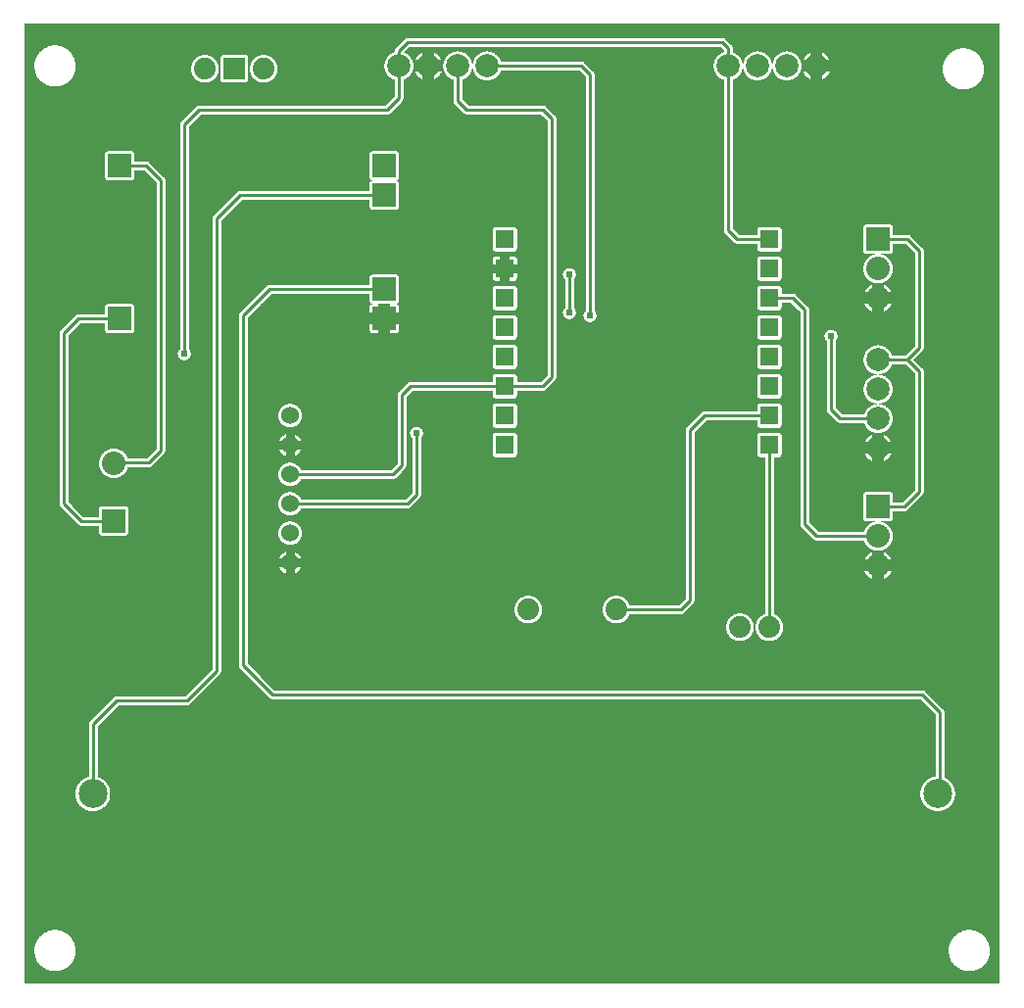
<source format=gtl>
G04 Layer: TopLayer*
G04 EasyEDA v5.9.42, Fri, 15 Feb 2019 08:44:07 GMT*
G04 63fce91bb22149d2a5f5640f5a0d42c2*
G04 Gerber Generator version 0.2*
G04 Scale: 100 percent, Rotated: No, Reflected: No *
G04 Dimensions in inches *
G04 leading zeros omitted , absolute positions ,2 integer and 4 decimal *
%FSLAX24Y24*%
%MOIN*%
G90*
G70D02*

%ADD10C,0.010000*%
%ADD11C,0.024400*%
%ADD12R,0.078740X0.078740*%
%ADD13R,0.062992X0.062992*%
%ADD14C,0.098425*%
%ADD15C,0.074000*%
%ADD16R,0.074000X0.074000*%
%ADD17R,0.080000X0.080000*%
%ADD18C,0.080000*%
%ADD19C,0.060000*%
%ADD20C,0.078740*%

%LPD*%
G36*
G01X33239Y499D02*
G01X59Y499D01*
G01X59Y59D01*
G01X33239Y59D01*
G01X33239Y499D01*
G37*

%LPD*%
G36*
G01X1087Y1900D02*
G01X59Y1900D01*
G01X59Y499D01*
G01X1087Y499D01*
G01X1075Y500D01*
G01X1063Y500D01*
G01X1050Y501D01*
G01X1026Y503D01*
G01X1014Y505D01*
G01X1002Y506D01*
G01X989Y508D01*
G01X965Y512D01*
G01X953Y515D01*
G01X941Y517D01*
G01X917Y523D01*
G01X905Y527D01*
G01X894Y530D01*
G01X870Y538D01*
G01X859Y542D01*
G01X847Y546D01*
G01X836Y551D01*
G01X824Y556D01*
G01X780Y576D01*
G01X758Y588D01*
G01X748Y594D01*
G01X737Y600D01*
G01X727Y607D01*
G01X716Y613D01*
G01X686Y634D01*
G01X676Y642D01*
G01X666Y649D01*
G01X657Y657D01*
G01X647Y665D01*
G01X620Y689D01*
G01X585Y724D01*
G01X577Y733D01*
G01X569Y743D01*
G01X561Y752D01*
G01X553Y762D01*
G01X546Y771D01*
G01X538Y781D01*
G01X510Y821D01*
G01X504Y832D01*
G01X497Y842D01*
G01X479Y875D01*
G01X474Y885D01*
G01X468Y896D01*
G01X463Y908D01*
G01X453Y930D01*
G01X449Y942D01*
G01X444Y953D01*
G01X440Y965D01*
G01X436Y976D01*
G01X428Y1000D01*
G01X425Y1011D01*
G01X416Y1047D01*
G01X414Y1059D01*
G01X411Y1071D01*
G01X407Y1095D01*
G01X405Y1108D01*
G01X403Y1132D01*
G01X401Y1144D01*
G01X401Y1157D01*
G01X400Y1169D01*
G01X400Y1181D01*
G01X399Y1193D01*
G01X399Y1206D01*
G01X400Y1218D01*
G01X400Y1230D01*
G01X401Y1242D01*
G01X401Y1255D01*
G01X403Y1267D01*
G01X405Y1291D01*
G01X407Y1304D01*
G01X411Y1328D01*
G01X414Y1340D01*
G01X416Y1352D01*
G01X425Y1388D01*
G01X428Y1399D01*
G01X436Y1423D01*
G01X440Y1434D01*
G01X444Y1446D01*
G01X449Y1457D01*
G01X453Y1469D01*
G01X463Y1491D01*
G01X468Y1503D01*
G01X474Y1514D01*
G01X479Y1524D01*
G01X497Y1557D01*
G01X504Y1567D01*
G01X510Y1578D01*
G01X538Y1618D01*
G01X546Y1628D01*
G01X553Y1637D01*
G01X561Y1647D01*
G01X569Y1656D01*
G01X577Y1666D01*
G01X585Y1675D01*
G01X620Y1710D01*
G01X647Y1734D01*
G01X657Y1742D01*
G01X666Y1750D01*
G01X676Y1757D01*
G01X686Y1765D01*
G01X716Y1786D01*
G01X727Y1792D01*
G01X737Y1799D01*
G01X748Y1805D01*
G01X758Y1811D01*
G01X780Y1823D01*
G01X824Y1843D01*
G01X836Y1848D01*
G01X847Y1853D01*
G01X859Y1857D01*
G01X870Y1861D01*
G01X894Y1869D01*
G01X905Y1872D01*
G01X917Y1876D01*
G01X941Y1882D01*
G01X953Y1884D01*
G01X965Y1887D01*
G01X989Y1891D01*
G01X1002Y1893D01*
G01X1014Y1894D01*
G01X1026Y1896D01*
G01X1050Y1898D01*
G01X1063Y1899D01*
G01X1075Y1899D01*
G01X1087Y1900D01*
G37*

%LPD*%
G36*
G01X32187Y1900D02*
G01X1112Y1900D01*
G01X1124Y1899D01*
G01X1136Y1899D01*
G01X1149Y1898D01*
G01X1173Y1896D01*
G01X1185Y1894D01*
G01X1197Y1893D01*
G01X1210Y1891D01*
G01X1234Y1887D01*
G01X1246Y1884D01*
G01X1258Y1882D01*
G01X1282Y1876D01*
G01X1294Y1872D01*
G01X1305Y1869D01*
G01X1329Y1861D01*
G01X1340Y1857D01*
G01X1352Y1853D01*
G01X1363Y1848D01*
G01X1375Y1843D01*
G01X1419Y1823D01*
G01X1441Y1811D01*
G01X1451Y1805D01*
G01X1462Y1799D01*
G01X1472Y1792D01*
G01X1483Y1786D01*
G01X1513Y1765D01*
G01X1523Y1757D01*
G01X1533Y1750D01*
G01X1542Y1742D01*
G01X1552Y1734D01*
G01X1579Y1710D01*
G01X1614Y1675D01*
G01X1622Y1666D01*
G01X1630Y1656D01*
G01X1638Y1647D01*
G01X1646Y1637D01*
G01X1653Y1628D01*
G01X1661Y1618D01*
G01X1689Y1578D01*
G01X1695Y1567D01*
G01X1702Y1557D01*
G01X1720Y1524D01*
G01X1725Y1514D01*
G01X1731Y1503D01*
G01X1736Y1491D01*
G01X1746Y1469D01*
G01X1750Y1457D01*
G01X1755Y1446D01*
G01X1759Y1434D01*
G01X1763Y1423D01*
G01X1771Y1399D01*
G01X1774Y1388D01*
G01X1783Y1352D01*
G01X1785Y1340D01*
G01X1788Y1328D01*
G01X1792Y1304D01*
G01X1794Y1291D01*
G01X1796Y1267D01*
G01X1798Y1255D01*
G01X1798Y1242D01*
G01X1799Y1230D01*
G01X1799Y1218D01*
G01X1800Y1206D01*
G01X1800Y1193D01*
G01X1799Y1181D01*
G01X1799Y1169D01*
G01X1798Y1157D01*
G01X1798Y1144D01*
G01X1796Y1132D01*
G01X1794Y1108D01*
G01X1792Y1095D01*
G01X1788Y1071D01*
G01X1785Y1059D01*
G01X1783Y1047D01*
G01X1774Y1011D01*
G01X1771Y1000D01*
G01X1763Y976D01*
G01X1759Y965D01*
G01X1755Y953D01*
G01X1750Y942D01*
G01X1746Y930D01*
G01X1736Y908D01*
G01X1731Y896D01*
G01X1725Y885D01*
G01X1720Y875D01*
G01X1702Y842D01*
G01X1695Y832D01*
G01X1689Y821D01*
G01X1661Y781D01*
G01X1653Y771D01*
G01X1646Y762D01*
G01X1638Y752D01*
G01X1630Y743D01*
G01X1622Y733D01*
G01X1614Y724D01*
G01X1579Y689D01*
G01X1552Y665D01*
G01X1542Y657D01*
G01X1533Y649D01*
G01X1523Y642D01*
G01X1513Y634D01*
G01X1483Y613D01*
G01X1472Y607D01*
G01X1462Y600D01*
G01X1451Y594D01*
G01X1441Y588D01*
G01X1419Y576D01*
G01X1375Y556D01*
G01X1363Y551D01*
G01X1352Y546D01*
G01X1340Y542D01*
G01X1329Y538D01*
G01X1305Y530D01*
G01X1294Y527D01*
G01X1282Y523D01*
G01X1258Y517D01*
G01X1246Y515D01*
G01X1234Y512D01*
G01X1210Y508D01*
G01X1197Y506D01*
G01X1185Y505D01*
G01X1173Y503D01*
G01X1149Y501D01*
G01X1136Y500D01*
G01X1124Y500D01*
G01X1112Y499D01*
G01X32187Y499D01*
G01X32175Y500D01*
G01X32163Y500D01*
G01X32150Y501D01*
G01X32126Y503D01*
G01X32114Y505D01*
G01X32102Y506D01*
G01X32089Y508D01*
G01X32065Y512D01*
G01X32053Y515D01*
G01X32041Y517D01*
G01X32017Y523D01*
G01X32005Y527D01*
G01X31994Y530D01*
G01X31970Y538D01*
G01X31959Y542D01*
G01X31947Y546D01*
G01X31936Y551D01*
G01X31924Y556D01*
G01X31880Y576D01*
G01X31858Y588D01*
G01X31848Y594D01*
G01X31837Y600D01*
G01X31827Y607D01*
G01X31816Y613D01*
G01X31786Y634D01*
G01X31776Y642D01*
G01X31766Y649D01*
G01X31757Y657D01*
G01X31747Y665D01*
G01X31720Y689D01*
G01X31685Y724D01*
G01X31677Y733D01*
G01X31669Y743D01*
G01X31661Y752D01*
G01X31653Y762D01*
G01X31646Y771D01*
G01X31638Y781D01*
G01X31610Y821D01*
G01X31604Y832D01*
G01X31597Y842D01*
G01X31579Y875D01*
G01X31574Y885D01*
G01X31568Y896D01*
G01X31563Y908D01*
G01X31553Y930D01*
G01X31549Y942D01*
G01X31544Y953D01*
G01X31540Y965D01*
G01X31536Y976D01*
G01X31528Y1000D01*
G01X31525Y1011D01*
G01X31516Y1047D01*
G01X31514Y1059D01*
G01X31511Y1071D01*
G01X31507Y1095D01*
G01X31505Y1108D01*
G01X31503Y1132D01*
G01X31501Y1144D01*
G01X31501Y1157D01*
G01X31500Y1169D01*
G01X31500Y1181D01*
G01X31499Y1193D01*
G01X31499Y1206D01*
G01X31500Y1218D01*
G01X31500Y1230D01*
G01X31501Y1242D01*
G01X31501Y1255D01*
G01X31503Y1267D01*
G01X31505Y1291D01*
G01X31507Y1304D01*
G01X31511Y1328D01*
G01X31514Y1340D01*
G01X31516Y1352D01*
G01X31525Y1388D01*
G01X31528Y1399D01*
G01X31536Y1423D01*
G01X31540Y1434D01*
G01X31544Y1446D01*
G01X31549Y1457D01*
G01X31553Y1469D01*
G01X31563Y1491D01*
G01X31568Y1503D01*
G01X31574Y1514D01*
G01X31579Y1524D01*
G01X31597Y1557D01*
G01X31604Y1567D01*
G01X31610Y1578D01*
G01X31638Y1618D01*
G01X31646Y1628D01*
G01X31653Y1637D01*
G01X31661Y1647D01*
G01X31669Y1656D01*
G01X31677Y1666D01*
G01X31685Y1675D01*
G01X31720Y1710D01*
G01X31747Y1734D01*
G01X31757Y1742D01*
G01X31766Y1750D01*
G01X31776Y1757D01*
G01X31786Y1765D01*
G01X31816Y1786D01*
G01X31827Y1792D01*
G01X31837Y1799D01*
G01X31848Y1805D01*
G01X31858Y1811D01*
G01X31880Y1823D01*
G01X31924Y1843D01*
G01X31936Y1848D01*
G01X31947Y1853D01*
G01X31959Y1857D01*
G01X31970Y1861D01*
G01X31994Y1869D01*
G01X32005Y1872D01*
G01X32017Y1876D01*
G01X32041Y1882D01*
G01X32053Y1884D01*
G01X32065Y1887D01*
G01X32089Y1891D01*
G01X32102Y1893D01*
G01X32114Y1894D01*
G01X32126Y1896D01*
G01X32150Y1898D01*
G01X32163Y1899D01*
G01X32175Y1899D01*
G01X32187Y1900D01*
G37*

%LPD*%
G36*
G01X33239Y1900D02*
G01X32212Y1900D01*
G01X32224Y1899D01*
G01X32236Y1899D01*
G01X32249Y1898D01*
G01X32273Y1896D01*
G01X32285Y1894D01*
G01X32297Y1893D01*
G01X32310Y1891D01*
G01X32334Y1887D01*
G01X32346Y1884D01*
G01X32358Y1882D01*
G01X32382Y1876D01*
G01X32394Y1872D01*
G01X32405Y1869D01*
G01X32429Y1861D01*
G01X32440Y1857D01*
G01X32452Y1853D01*
G01X32463Y1848D01*
G01X32475Y1843D01*
G01X32519Y1823D01*
G01X32541Y1811D01*
G01X32551Y1805D01*
G01X32562Y1799D01*
G01X32572Y1792D01*
G01X32583Y1786D01*
G01X32613Y1765D01*
G01X32623Y1757D01*
G01X32633Y1750D01*
G01X32642Y1742D01*
G01X32652Y1734D01*
G01X32679Y1710D01*
G01X32714Y1675D01*
G01X32722Y1666D01*
G01X32730Y1656D01*
G01X32738Y1647D01*
G01X32746Y1637D01*
G01X32753Y1628D01*
G01X32761Y1618D01*
G01X32789Y1578D01*
G01X32795Y1567D01*
G01X32802Y1557D01*
G01X32820Y1524D01*
G01X32825Y1514D01*
G01X32831Y1503D01*
G01X32836Y1491D01*
G01X32846Y1469D01*
G01X32850Y1457D01*
G01X32855Y1446D01*
G01X32859Y1434D01*
G01X32863Y1423D01*
G01X32871Y1399D01*
G01X32874Y1388D01*
G01X32883Y1352D01*
G01X32885Y1340D01*
G01X32888Y1328D01*
G01X32892Y1304D01*
G01X32894Y1291D01*
G01X32896Y1267D01*
G01X32898Y1255D01*
G01X32898Y1242D01*
G01X32899Y1230D01*
G01X32899Y1218D01*
G01X32900Y1206D01*
G01X32900Y1193D01*
G01X32899Y1181D01*
G01X32899Y1169D01*
G01X32898Y1157D01*
G01X32898Y1144D01*
G01X32896Y1132D01*
G01X32894Y1108D01*
G01X32892Y1095D01*
G01X32888Y1071D01*
G01X32885Y1059D01*
G01X32883Y1047D01*
G01X32874Y1011D01*
G01X32871Y1000D01*
G01X32863Y976D01*
G01X32859Y965D01*
G01X32855Y953D01*
G01X32850Y942D01*
G01X32846Y930D01*
G01X32836Y908D01*
G01X32831Y896D01*
G01X32825Y885D01*
G01X32820Y875D01*
G01X32802Y842D01*
G01X32795Y832D01*
G01X32789Y821D01*
G01X32761Y781D01*
G01X32753Y771D01*
G01X32746Y762D01*
G01X32738Y752D01*
G01X32730Y743D01*
G01X32722Y733D01*
G01X32714Y724D01*
G01X32679Y689D01*
G01X32652Y665D01*
G01X32642Y657D01*
G01X32633Y649D01*
G01X32623Y642D01*
G01X32613Y634D01*
G01X32583Y613D01*
G01X32572Y607D01*
G01X32562Y600D01*
G01X32551Y594D01*
G01X32541Y588D01*
G01X32519Y576D01*
G01X32475Y556D01*
G01X32463Y551D01*
G01X32452Y546D01*
G01X32440Y542D01*
G01X32429Y538D01*
G01X32405Y530D01*
G01X32394Y527D01*
G01X32382Y523D01*
G01X32358Y517D01*
G01X32346Y515D01*
G01X32334Y512D01*
G01X32310Y508D01*
G01X32297Y506D01*
G01X32285Y505D01*
G01X32273Y503D01*
G01X32249Y501D01*
G01X32236Y500D01*
G01X32224Y500D01*
G01X32212Y499D01*
G01X33239Y499D01*
G01X33239Y1900D01*
G37*

%LPD*%
G36*
G01X33239Y3400D02*
G01X59Y3400D01*
G01X59Y1900D01*
G01X33239Y1900D01*
G01X33239Y3400D01*
G37*

%LPD*%
G36*
G01X32100Y5941D02*
G01X59Y5941D01*
G01X59Y3400D01*
G01X32100Y3400D01*
G01X32100Y5941D01*
G37*

%LPD*%
G36*
G01X33239Y8200D02*
G01X32100Y8200D01*
G01X32100Y3400D01*
G01X33239Y3400D01*
G01X33239Y8200D01*
G37*

%LPD*%
G36*
G01X2293Y9006D02*
G01X59Y9006D01*
G01X59Y5941D01*
G01X2376Y5941D01*
G01X2366Y5942D01*
G01X2355Y5942D01*
G01X2345Y5943D01*
G01X2335Y5943D01*
G01X2324Y5944D01*
G01X2314Y5946D01*
G01X2304Y5947D01*
G01X2294Y5949D01*
G01X2283Y5950D01*
G01X2253Y5956D01*
G01X2233Y5962D01*
G01X2223Y5964D01*
G01X2203Y5970D01*
G01X2193Y5974D01*
G01X2183Y5977D01*
G01X2173Y5981D01*
G01X2164Y5985D01*
G01X2154Y5989D01*
G01X2145Y5993D01*
G01X2135Y5997D01*
G01X2126Y6002D01*
G01X2117Y6006D01*
G01X2107Y6011D01*
G01X2080Y6026D01*
G01X2072Y6032D01*
G01X2063Y6037D01*
G01X2054Y6043D01*
G01X2046Y6049D01*
G01X2037Y6055D01*
G01X2029Y6061D01*
G01X2021Y6068D01*
G01X2013Y6074D01*
G01X2005Y6081D01*
G01X1997Y6087D01*
G01X1981Y6101D01*
G01X1974Y6109D01*
G01X1966Y6116D01*
G01X1959Y6123D01*
G01X1945Y6139D01*
G01X1938Y6146D01*
G01X1932Y6154D01*
G01X1925Y6162D01*
G01X1919Y6170D01*
G01X1912Y6179D01*
G01X1900Y6195D01*
G01X1894Y6204D01*
G01X1889Y6213D01*
G01X1883Y6221D01*
G01X1878Y6230D01*
G01X1872Y6239D01*
G01X1862Y6257D01*
G01X1858Y6267D01*
G01X1853Y6276D01*
G01X1849Y6285D01*
G01X1844Y6295D01*
G01X1840Y6304D01*
G01X1836Y6314D01*
G01X1833Y6324D01*
G01X1829Y6333D01*
G01X1826Y6343D01*
G01X1822Y6353D01*
G01X1816Y6373D01*
G01X1814Y6383D01*
G01X1811Y6393D01*
G01X1807Y6413D01*
G01X1804Y6423D01*
G01X1803Y6434D01*
G01X1801Y6444D01*
G01X1800Y6454D01*
G01X1798Y6464D01*
G01X1797Y6475D01*
G01X1795Y6495D01*
G01X1795Y6506D01*
G01X1794Y6516D01*
G01X1794Y6547D01*
G01X1795Y6558D01*
G01X1795Y6568D01*
G01X1796Y6578D01*
G01X1797Y6589D01*
G01X1799Y6609D01*
G01X1800Y6620D01*
G01X1808Y6660D01*
G01X1810Y6671D01*
G01X1813Y6681D01*
G01X1815Y6691D01*
G01X1821Y6711D01*
G01X1824Y6720D01*
G01X1828Y6730D01*
G01X1831Y6740D01*
G01X1835Y6750D01*
G01X1839Y6759D01*
G01X1843Y6769D01*
G01X1847Y6778D01*
G01X1852Y6788D01*
G01X1856Y6797D01*
G01X1861Y6806D01*
G01X1866Y6816D01*
G01X1876Y6834D01*
G01X1881Y6842D01*
G01X1887Y6851D01*
G01X1892Y6860D01*
G01X1898Y6869D01*
G01X1904Y6877D01*
G01X1910Y6886D01*
G01X1916Y6894D01*
G01X1923Y6902D01*
G01X1929Y6910D01*
G01X1950Y6934D01*
G01X1957Y6941D01*
G01X1964Y6949D01*
G01X1971Y6956D01*
G01X1979Y6963D01*
G01X1986Y6970D01*
G01X2010Y6991D01*
G01X2018Y6997D01*
G01X2026Y7004D01*
G01X2034Y7010D01*
G01X2043Y7016D01*
G01X2051Y7022D01*
G01X2060Y7028D01*
G01X2069Y7033D01*
G01X2077Y7039D01*
G01X2104Y7054D01*
G01X2114Y7059D01*
G01X2123Y7064D01*
G01X2132Y7068D01*
G01X2141Y7073D01*
G01X2161Y7081D01*
G01X2170Y7085D01*
G01X2180Y7089D01*
G01X2190Y7092D01*
G01X2199Y7096D01*
G01X2229Y7105D01*
G01X2239Y7107D01*
G01X2249Y7110D01*
G01X2249Y8905D01*
G01X2250Y8908D01*
G01X2250Y8918D01*
G01X2251Y8921D01*
G01X2251Y8924D01*
G01X2252Y8926D01*
G01X2252Y8929D01*
G01X2253Y8931D01*
G01X2253Y8934D01*
G01X2254Y8937D01*
G01X2255Y8939D01*
G01X2255Y8942D01*
G01X2256Y8944D01*
G01X2257Y8947D01*
G01X2258Y8949D01*
G01X2259Y8952D01*
G01X2260Y8954D01*
G01X2261Y8957D01*
G01X2262Y8959D01*
G01X2263Y8962D01*
G01X2264Y8964D01*
G01X2265Y8967D01*
G01X2266Y8969D01*
G01X2268Y8971D01*
G01X2269Y8974D01*
G01X2270Y8976D01*
G01X2272Y8978D01*
G01X2273Y8981D01*
G01X2275Y8983D01*
G01X2276Y8985D01*
G01X2278Y8987D01*
G01X2279Y8990D01*
G01X2283Y8994D01*
G01X2284Y8996D01*
G01X2290Y9002D01*
G01X2291Y9004D01*
G01X2293Y9006D01*
G37*

%LPD*%
G36*
G01X31049Y8200D02*
G01X2550Y8200D01*
G01X2550Y7103D01*
G01X2560Y7100D01*
G01X2569Y7097D01*
G01X2579Y7094D01*
G01X2589Y7090D01*
G01X2599Y7087D01*
G01X2608Y7083D01*
G01X2618Y7079D01*
G01X2627Y7075D01*
G01X2637Y7070D01*
G01X2646Y7066D01*
G01X2655Y7061D01*
G01X2665Y7057D01*
G01X2683Y7047D01*
G01X2692Y7041D01*
G01X2700Y7036D01*
G01X2709Y7030D01*
G01X2718Y7025D01*
G01X2726Y7019D01*
G01X2735Y7013D01*
G01X2743Y7007D01*
G01X2751Y7000D01*
G01X2759Y6994D01*
G01X2767Y6987D01*
G01X2775Y6981D01*
G01X2783Y6974D01*
G01X2790Y6967D01*
G01X2798Y6960D01*
G01X2805Y6952D01*
G01X2813Y6945D01*
G01X2820Y6938D01*
G01X2827Y6930D01*
G01X2833Y6922D01*
G01X2847Y6906D01*
G01X2853Y6898D01*
G01X2860Y6890D01*
G01X2866Y6882D01*
G01X2872Y6873D01*
G01X2878Y6865D01*
G01X2883Y6856D01*
G01X2889Y6847D01*
G01X2894Y6839D01*
G01X2899Y6830D01*
G01X2905Y6821D01*
G01X2909Y6812D01*
G01X2914Y6802D01*
G01X2919Y6793D01*
G01X2923Y6784D01*
G01X2928Y6774D01*
G01X2932Y6765D01*
G01X2936Y6755D01*
G01X2939Y6746D01*
G01X2947Y6726D01*
G01X2950Y6717D01*
G01X2959Y6687D01*
G01X2961Y6677D01*
G01X2964Y6667D01*
G01X2968Y6647D01*
G01X2970Y6636D01*
G01X2972Y6626D01*
G01X2974Y6606D01*
G01X2976Y6595D01*
G01X2977Y6585D01*
G01X2977Y6575D01*
G01X2978Y6565D01*
G01X2978Y6554D01*
G01X2979Y6544D01*
G01X2979Y6523D01*
G01X2978Y6513D01*
G01X2978Y6503D01*
G01X2977Y6492D01*
G01X2977Y6482D01*
G01X2976Y6472D01*
G01X2974Y6461D01*
G01X2972Y6441D01*
G01X2968Y6421D01*
G01X2966Y6410D01*
G01X2964Y6400D01*
G01X2961Y6390D01*
G01X2959Y6380D01*
G01X2950Y6350D01*
G01X2947Y6341D01*
G01X2939Y6321D01*
G01X2936Y6312D01*
G01X2932Y6302D01*
G01X2928Y6293D01*
G01X2923Y6283D01*
G01X2919Y6274D01*
G01X2914Y6265D01*
G01X2910Y6255D01*
G01X2905Y6246D01*
G01X2899Y6237D01*
G01X2894Y6228D01*
G01X2889Y6220D01*
G01X2883Y6211D01*
G01X2878Y6202D01*
G01X2872Y6194D01*
G01X2866Y6185D01*
G01X2860Y6177D01*
G01X2853Y6169D01*
G01X2847Y6161D01*
G01X2840Y6153D01*
G01X2834Y6145D01*
G01X2827Y6137D01*
G01X2820Y6130D01*
G01X2813Y6122D01*
G01X2805Y6115D01*
G01X2798Y6107D01*
G01X2790Y6100D01*
G01X2783Y6093D01*
G01X2775Y6086D01*
G01X2767Y6080D01*
G01X2759Y6073D01*
G01X2751Y6067D01*
G01X2743Y6060D01*
G01X2735Y6054D01*
G01X2726Y6048D01*
G01X2718Y6042D01*
G01X2709Y6037D01*
G01X2700Y6031D01*
G01X2692Y6026D01*
G01X2683Y6021D01*
G01X2674Y6015D01*
G01X2665Y6011D01*
G01X2655Y6006D01*
G01X2646Y6001D01*
G01X2637Y5997D01*
G01X2627Y5992D01*
G01X2618Y5988D01*
G01X2608Y5984D01*
G01X2599Y5981D01*
G01X2579Y5973D01*
G01X2570Y5970D01*
G01X2540Y5961D01*
G01X2530Y5959D01*
G01X2520Y5956D01*
G01X2500Y5952D01*
G01X2489Y5950D01*
G01X2479Y5948D01*
G01X2459Y5946D01*
G01X2448Y5944D01*
G01X2438Y5943D01*
G01X2428Y5943D01*
G01X2418Y5942D01*
G01X2407Y5942D01*
G01X2397Y5941D01*
G01X31117Y5941D01*
G01X31107Y5942D01*
G01X31096Y5942D01*
G01X31086Y5943D01*
G01X31076Y5943D01*
G01X31065Y5944D01*
G01X31055Y5946D01*
G01X31045Y5947D01*
G01X31035Y5949D01*
G01X31024Y5950D01*
G01X30994Y5956D01*
G01X30984Y5959D01*
G01X30974Y5961D01*
G01X30944Y5970D01*
G01X30934Y5974D01*
G01X30924Y5977D01*
G01X30915Y5981D01*
G01X30905Y5985D01*
G01X30896Y5988D01*
G01X30886Y5993D01*
G01X30877Y5997D01*
G01X30867Y6001D01*
G01X30822Y6026D01*
G01X30813Y6032D01*
G01X30804Y6037D01*
G01X30796Y6043D01*
G01X30787Y6049D01*
G01X30779Y6055D01*
G01X30770Y6061D01*
G01X30762Y6067D01*
G01X30754Y6074D01*
G01X30746Y6080D01*
G01X30730Y6094D01*
G01X30723Y6101D01*
G01X30715Y6108D01*
G01X30708Y6115D01*
G01X30701Y6123D01*
G01X30694Y6130D01*
G01X30666Y6162D01*
G01X30648Y6186D01*
G01X30642Y6195D01*
G01X30636Y6203D01*
G01X30624Y6221D01*
G01X30594Y6275D01*
G01X30590Y6285D01*
G01X30586Y6294D01*
G01X30582Y6304D01*
G01X30578Y6313D01*
G01X30570Y6333D01*
G01X30567Y6342D01*
G01X30552Y6392D01*
G01X30546Y6422D01*
G01X30544Y6433D01*
G01X30542Y6443D01*
G01X30541Y6453D01*
G01X30539Y6463D01*
G01X30538Y6474D01*
G01X30536Y6494D01*
G01X30536Y6505D01*
G01X30535Y6515D01*
G01X30535Y6546D01*
G01X30536Y6556D01*
G01X30536Y6567D01*
G01X30538Y6587D01*
G01X30539Y6598D01*
G01X30541Y6618D01*
G01X30543Y6629D01*
G01X30553Y6679D01*
G01X30568Y6729D01*
G01X30572Y6739D01*
G01X30576Y6748D01*
G01X30579Y6758D01*
G01X30583Y6768D01*
G01X30588Y6777D01*
G01X30592Y6786D01*
G01X30596Y6796D01*
G01X30621Y6841D01*
G01X30627Y6850D01*
G01X30632Y6859D01*
G01X30638Y6867D01*
G01X30644Y6876D01*
G01X30656Y6892D01*
G01X30663Y6901D01*
G01X30669Y6909D01*
G01X30683Y6925D01*
G01X30690Y6932D01*
G01X30697Y6940D01*
G01X30704Y6947D01*
G01X30711Y6955D01*
G01X30718Y6962D01*
G01X30742Y6983D01*
G01X30749Y6989D01*
G01X30757Y6996D01*
G01X30766Y7002D01*
G01X30774Y7009D01*
G01X30782Y7015D01*
G01X30791Y7021D01*
G01X30799Y7027D01*
G01X30808Y7032D01*
G01X30817Y7038D01*
G01X30871Y7068D01*
G01X30881Y7072D01*
G01X30890Y7076D01*
G01X30900Y7080D01*
G01X30909Y7084D01*
G01X30919Y7088D01*
G01X30929Y7091D01*
G01X30938Y7095D01*
G01X30978Y7107D01*
G01X30988Y7109D01*
G01X30998Y7112D01*
G01X31008Y7114D01*
G01X31019Y7116D01*
G01X31029Y7118D01*
G01X31039Y7119D01*
G01X31049Y7121D01*
G01X31049Y8200D01*
G37*

%LPD*%
G36*
G01X32100Y8200D02*
G01X31350Y8200D01*
G01X31350Y7083D01*
G01X31359Y7079D01*
G01X31369Y7074D01*
G01X31378Y7070D01*
G01X31388Y7066D01*
G01X31433Y7041D01*
G01X31442Y7035D01*
G01X31451Y7030D01*
G01X31460Y7024D01*
G01X31468Y7018D01*
G01X31477Y7012D01*
G01X31485Y7006D01*
G01X31493Y6999D01*
G01X31501Y6993D01*
G01X31509Y6986D01*
G01X31517Y6980D01*
G01X31533Y6966D01*
G01X31540Y6958D01*
G01X31548Y6951D01*
G01X31555Y6944D01*
G01X31569Y6928D01*
G01X31576Y6921D01*
G01X31583Y6913D01*
G01X31589Y6905D01*
G01X31596Y6896D01*
G01X31608Y6880D01*
G01X31614Y6871D01*
G01X31620Y6863D01*
G01X31626Y6854D01*
G01X31631Y6845D01*
G01X31637Y6836D01*
G01X31657Y6800D01*
G01X31661Y6790D01*
G01X31666Y6781D01*
G01X31670Y6772D01*
G01X31678Y6752D01*
G01X31682Y6743D01*
G01X31685Y6733D01*
G01X31689Y6723D01*
G01X31701Y6683D01*
G01X31705Y6663D01*
G01X31708Y6653D01*
G01X31710Y6643D01*
G01X31712Y6632D01*
G01X31713Y6622D01*
G01X31715Y6612D01*
G01X31716Y6601D01*
G01X31718Y6581D01*
G01X31719Y6570D01*
G01X31719Y6560D01*
G01X31720Y6550D01*
G01X31720Y6518D01*
G01X31719Y6508D01*
G01X31719Y6498D01*
G01X31718Y6487D01*
G01X31716Y6467D01*
G01X31715Y6456D01*
G01X31713Y6446D01*
G01X31712Y6436D01*
G01X31710Y6425D01*
G01X31706Y6405D01*
G01X31703Y6395D01*
G01X31701Y6385D01*
G01X31686Y6335D01*
G01X31682Y6325D01*
G01X31678Y6316D01*
G01X31670Y6296D01*
G01X31662Y6278D01*
G01X31657Y6268D01*
G01X31632Y6223D01*
G01X31626Y6214D01*
G01X31621Y6205D01*
G01X31615Y6197D01*
G01X31609Y6188D01*
G01X31603Y6180D01*
G01X31596Y6171D01*
G01X31590Y6163D01*
G01X31583Y6155D01*
G01X31577Y6147D01*
G01X31570Y6139D01*
G01X31563Y6132D01*
G01X31556Y6124D01*
G01X31548Y6117D01*
G01X31541Y6109D01*
G01X31533Y6102D01*
G01X31526Y6095D01*
G01X31510Y6081D01*
G01X31502Y6075D01*
G01X31494Y6068D01*
G01X31478Y6056D01*
G01X31469Y6050D01*
G01X31461Y6044D01*
G01X31443Y6032D01*
G01X31434Y6027D01*
G01X31425Y6021D01*
G01X31407Y6011D01*
G01X31398Y6007D01*
G01X31389Y6002D01*
G01X31379Y5997D01*
G01X31370Y5993D01*
G01X31360Y5989D01*
G01X31351Y5985D01*
G01X31331Y5977D01*
G01X31321Y5974D01*
G01X31312Y5971D01*
G01X31302Y5967D01*
G01X31292Y5964D01*
G01X31282Y5962D01*
G01X31272Y5959D01*
G01X31262Y5957D01*
G01X31251Y5954D01*
G01X31231Y5950D01*
G01X31221Y5949D01*
G01X31210Y5947D01*
G01X31200Y5946D01*
G01X31190Y5944D01*
G01X31179Y5943D01*
G01X31169Y5943D01*
G01X31159Y5942D01*
G01X31148Y5942D01*
G01X31138Y5941D01*
G01X32100Y5941D01*
G01X32100Y8200D01*
G37*

%LPD*%
G36*
G01X33239Y9406D02*
G01X31306Y9406D01*
G01X31308Y9404D01*
G01X31309Y9402D01*
G01X31315Y9396D01*
G01X31316Y9394D01*
G01X31320Y9390D01*
G01X31321Y9387D01*
G01X31323Y9385D01*
G01X31324Y9383D01*
G01X31326Y9381D01*
G01X31327Y9378D01*
G01X31329Y9376D01*
G01X31330Y9374D01*
G01X31331Y9371D01*
G01X31333Y9369D01*
G01X31334Y9367D01*
G01X31335Y9364D01*
G01X31336Y9362D01*
G01X31337Y9359D01*
G01X31338Y9357D01*
G01X31339Y9354D01*
G01X31340Y9352D01*
G01X31341Y9349D01*
G01X31342Y9347D01*
G01X31343Y9344D01*
G01X31344Y9342D01*
G01X31344Y9339D01*
G01X31345Y9337D01*
G01X31346Y9334D01*
G01X31346Y9331D01*
G01X31347Y9329D01*
G01X31347Y9326D01*
G01X31348Y9324D01*
G01X31348Y9321D01*
G01X31349Y9318D01*
G01X31349Y9308D01*
G01X31350Y9305D01*
G01X31350Y8200D01*
G01X33239Y8200D01*
G01X33239Y9406D01*
G37*

%LPD*%
G36*
G01X3194Y9850D02*
G01X59Y9850D01*
G01X59Y9006D01*
G01X2293Y9006D01*
G01X3095Y9808D01*
G01X3097Y9809D01*
G01X3103Y9815D01*
G01X3105Y9816D01*
G01X3109Y9820D01*
G01X3112Y9821D01*
G01X3114Y9823D01*
G01X3116Y9824D01*
G01X3118Y9826D01*
G01X3121Y9827D01*
G01X3123Y9829D01*
G01X3125Y9830D01*
G01X3128Y9831D01*
G01X3130Y9833D01*
G01X3132Y9834D01*
G01X3135Y9835D01*
G01X3137Y9836D01*
G01X3140Y9837D01*
G01X3142Y9838D01*
G01X3145Y9839D01*
G01X3147Y9840D01*
G01X3150Y9841D01*
G01X3152Y9842D01*
G01X3155Y9843D01*
G01X3157Y9844D01*
G01X3160Y9844D01*
G01X3162Y9845D01*
G01X3165Y9846D01*
G01X3168Y9846D01*
G01X3170Y9847D01*
G01X3173Y9847D01*
G01X3175Y9848D01*
G01X3178Y9848D01*
G01X3181Y9849D01*
G01X3191Y9849D01*
G01X3194Y9850D01*
G37*

%LPD*%
G36*
G01X8100Y9549D02*
G01X3262Y9549D01*
G01X2550Y8837D01*
G01X2550Y8200D01*
G01X8100Y8200D01*
G01X8100Y9549D01*
G37*

%LPD*%
G36*
G01X27300Y9749D02*
G01X8100Y9749D01*
G01X8100Y8200D01*
G01X27300Y8200D01*
G01X27300Y9749D01*
G37*

%LPD*%
G36*
G01X30537Y9749D02*
G01X27300Y9749D01*
G01X27300Y8200D01*
G01X31049Y8200D01*
G01X31049Y9237D01*
G01X30537Y9749D01*
G37*

%LPD*%
G36*
G01X33239Y10050D02*
G01X30605Y10050D01*
G01X30608Y10049D01*
G01X30618Y10049D01*
G01X30621Y10048D01*
G01X30624Y10048D01*
G01X30626Y10047D01*
G01X30629Y10047D01*
G01X30631Y10046D01*
G01X30634Y10046D01*
G01X30637Y10045D01*
G01X30639Y10044D01*
G01X30642Y10044D01*
G01X30644Y10043D01*
G01X30647Y10042D01*
G01X30649Y10041D01*
G01X30652Y10040D01*
G01X30654Y10039D01*
G01X30657Y10038D01*
G01X30659Y10037D01*
G01X30662Y10036D01*
G01X30664Y10035D01*
G01X30667Y10034D01*
G01X30669Y10033D01*
G01X30671Y10031D01*
G01X30674Y10030D01*
G01X30676Y10029D01*
G01X30678Y10027D01*
G01X30681Y10026D01*
G01X30683Y10024D01*
G01X30685Y10023D01*
G01X30687Y10021D01*
G01X30690Y10020D01*
G01X30694Y10016D01*
G01X30696Y10015D01*
G01X30702Y10009D01*
G01X30704Y10008D01*
G01X31306Y9406D01*
G01X33239Y9406D01*
G01X33239Y10050D01*
G37*

%LPD*%
G36*
G01X6449Y13000D02*
G01X59Y13000D01*
G01X59Y9850D01*
G01X5537Y9850D01*
G01X6449Y10762D01*
G01X6449Y13000D01*
G37*

%LPD*%
G36*
G01X7393Y10793D02*
G01X6750Y10793D01*
G01X6750Y10694D01*
G01X6749Y10691D01*
G01X6749Y10681D01*
G01X6748Y10678D01*
G01X6748Y10675D01*
G01X6747Y10673D01*
G01X6747Y10670D01*
G01X6746Y10668D01*
G01X6746Y10665D01*
G01X6745Y10662D01*
G01X6744Y10660D01*
G01X6744Y10657D01*
G01X6743Y10655D01*
G01X6742Y10652D01*
G01X6741Y10650D01*
G01X6740Y10647D01*
G01X6739Y10645D01*
G01X6738Y10642D01*
G01X6737Y10640D01*
G01X6736Y10637D01*
G01X6735Y10635D01*
G01X6734Y10632D01*
G01X6733Y10630D01*
G01X6731Y10628D01*
G01X6730Y10625D01*
G01X6729Y10623D01*
G01X6727Y10621D01*
G01X6726Y10618D01*
G01X6724Y10616D01*
G01X6723Y10614D01*
G01X6721Y10612D01*
G01X6720Y10609D01*
G01X6716Y10605D01*
G01X6715Y10603D01*
G01X6709Y10597D01*
G01X6708Y10595D01*
G01X5704Y9591D01*
G01X5702Y9590D01*
G01X5696Y9584D01*
G01X5694Y9583D01*
G01X5690Y9579D01*
G01X5687Y9578D01*
G01X5685Y9576D01*
G01X5683Y9575D01*
G01X5681Y9573D01*
G01X5678Y9572D01*
G01X5676Y9570D01*
G01X5674Y9569D01*
G01X5671Y9568D01*
G01X5669Y9566D01*
G01X5667Y9565D01*
G01X5664Y9564D01*
G01X5662Y9563D01*
G01X5659Y9562D01*
G01X5657Y9561D01*
G01X5654Y9560D01*
G01X5652Y9559D01*
G01X5649Y9558D01*
G01X5647Y9557D01*
G01X5644Y9556D01*
G01X5642Y9555D01*
G01X5639Y9555D01*
G01X5637Y9554D01*
G01X5634Y9553D01*
G01X5631Y9553D01*
G01X5629Y9552D01*
G01X5626Y9552D01*
G01X5624Y9551D01*
G01X5621Y9551D01*
G01X5618Y9550D01*
G01X5608Y9550D01*
G01X5605Y9549D01*
G01X8100Y9549D01*
G01X8100Y10087D01*
G01X7393Y10793D01*
G37*

%LPD*%
G36*
G01X8393Y9793D02*
G01X8100Y10087D01*
G01X8100Y9749D01*
G01X8494Y9749D01*
G01X8491Y9750D01*
G01X8481Y9750D01*
G01X8478Y9751D01*
G01X8475Y9751D01*
G01X8473Y9752D01*
G01X8470Y9752D01*
G01X8468Y9753D01*
G01X8465Y9753D01*
G01X8462Y9754D01*
G01X8460Y9755D01*
G01X8457Y9755D01*
G01X8455Y9756D01*
G01X8452Y9757D01*
G01X8450Y9758D01*
G01X8447Y9759D01*
G01X8445Y9760D01*
G01X8442Y9761D01*
G01X8440Y9762D01*
G01X8437Y9763D01*
G01X8435Y9764D01*
G01X8432Y9765D01*
G01X8430Y9766D01*
G01X8428Y9768D01*
G01X8425Y9769D01*
G01X8423Y9770D01*
G01X8421Y9772D01*
G01X8418Y9773D01*
G01X8416Y9775D01*
G01X8414Y9776D01*
G01X8412Y9778D01*
G01X8409Y9779D01*
G01X8405Y9783D01*
G01X8403Y9784D01*
G01X8397Y9790D01*
G01X8395Y9791D01*
G01X8393Y9793D01*
G37*

%LPD*%
G36*
G01X33239Y13000D02*
G01X27300Y13000D01*
G01X27300Y10050D01*
G01X33239Y10050D01*
G01X33239Y13000D01*
G37*

%LPD*%
G36*
G01X3300Y15319D02*
G01X59Y15319D01*
G01X59Y13000D01*
G01X3300Y13000D01*
G01X3300Y15319D01*
G37*

%LPD*%
G36*
G01X6449Y15319D02*
G01X3300Y15319D01*
G01X3300Y13000D01*
G01X6449Y13000D01*
G01X6449Y15319D01*
G37*

%LPD*%
G36*
G01X7681Y23194D02*
G01X6750Y23194D01*
G01X6750Y10793D01*
G01X7393Y10793D01*
G01X7391Y10795D01*
G01X7390Y10797D01*
G01X7384Y10803D01*
G01X7383Y10805D01*
G01X7379Y10809D01*
G01X7378Y10812D01*
G01X7376Y10814D01*
G01X7375Y10816D01*
G01X7373Y10818D01*
G01X7372Y10821D01*
G01X7370Y10823D01*
G01X7369Y10825D01*
G01X7368Y10828D01*
G01X7366Y10830D01*
G01X7365Y10832D01*
G01X7364Y10835D01*
G01X7363Y10837D01*
G01X7362Y10840D01*
G01X7361Y10842D01*
G01X7360Y10845D01*
G01X7359Y10847D01*
G01X7358Y10850D01*
G01X7357Y10852D01*
G01X7356Y10855D01*
G01X7355Y10857D01*
G01X7355Y10860D01*
G01X7354Y10862D01*
G01X7353Y10865D01*
G01X7353Y10868D01*
G01X7352Y10870D01*
G01X7352Y10873D01*
G01X7351Y10875D01*
G01X7351Y10878D01*
G01X7350Y10881D01*
G01X7350Y10891D01*
G01X7349Y10894D01*
G01X7349Y22805D01*
G01X7350Y22808D01*
G01X7350Y22818D01*
G01X7351Y22821D01*
G01X7351Y22824D01*
G01X7352Y22826D01*
G01X7352Y22829D01*
G01X7353Y22831D01*
G01X7353Y22834D01*
G01X7354Y22837D01*
G01X7355Y22839D01*
G01X7355Y22842D01*
G01X7356Y22844D01*
G01X7357Y22847D01*
G01X7358Y22849D01*
G01X7359Y22852D01*
G01X7360Y22854D01*
G01X7361Y22857D01*
G01X7362Y22859D01*
G01X7363Y22862D01*
G01X7364Y22864D01*
G01X7365Y22867D01*
G01X7366Y22869D01*
G01X7368Y22871D01*
G01X7369Y22874D01*
G01X7370Y22876D01*
G01X7372Y22878D01*
G01X7373Y22881D01*
G01X7375Y22883D01*
G01X7376Y22885D01*
G01X7378Y22887D01*
G01X7379Y22890D01*
G01X7383Y22894D01*
G01X7384Y22896D01*
G01X7390Y22902D01*
G01X7391Y22904D01*
G01X7681Y23194D01*
G37*

%LPD*%
G36*
G01X27300Y11729D02*
G01X8100Y11729D01*
G01X8100Y10512D01*
G01X8562Y10050D01*
G01X27300Y10050D01*
G01X27300Y11729D01*
G37*

%LPD*%
G36*
G01X27300Y15149D02*
G01X25550Y15149D01*
G01X25550Y12645D01*
G01X25557Y12642D01*
G01X25565Y12640D01*
G01X25573Y12637D01*
G01X25580Y12633D01*
G01X25596Y12627D01*
G01X25603Y12623D01*
G01X25610Y12620D01*
G01X25618Y12616D01*
G01X25646Y12600D01*
G01X25653Y12595D01*
G01X25660Y12591D01*
G01X25674Y12581D01*
G01X25680Y12577D01*
G01X25687Y12572D01*
G01X25693Y12567D01*
G01X25700Y12561D01*
G01X25712Y12551D01*
G01X25718Y12545D01*
G01X25724Y12540D01*
G01X25742Y12522D01*
G01X25747Y12516D01*
G01X25753Y12510D01*
G01X25758Y12504D01*
G01X25763Y12497D01*
G01X25769Y12491D01*
G01X25774Y12484D01*
G01X25778Y12478D01*
G01X25788Y12464D01*
G01X25793Y12458D01*
G01X25801Y12444D01*
G01X25806Y12437D01*
G01X25810Y12429D01*
G01X25814Y12422D01*
G01X25817Y12415D01*
G01X25821Y12408D01*
G01X25825Y12400D01*
G01X25828Y12393D01*
G01X25831Y12385D01*
G01X25835Y12378D01*
G01X25841Y12362D01*
G01X25843Y12355D01*
G01X25849Y12339D01*
G01X25861Y12291D01*
G01X25862Y12283D01*
G01X25864Y12275D01*
G01X25866Y12259D01*
G01X25867Y12250D01*
G01X25868Y12242D01*
G01X25868Y12234D01*
G01X25869Y12226D01*
G01X25869Y12218D01*
G01X25870Y12209D01*
G01X25870Y12193D01*
G01X25869Y12185D01*
G01X25869Y12168D01*
G01X25865Y12136D01*
G01X25864Y12127D01*
G01X25863Y12119D01*
G01X25861Y12111D01*
G01X25860Y12103D01*
G01X25850Y12063D01*
G01X25847Y12055D01*
G01X25845Y12048D01*
G01X25839Y12032D01*
G01X25836Y12025D01*
G01X25830Y12009D01*
G01X25826Y12002D01*
G01X25823Y11994D01*
G01X25811Y11973D01*
G01X25807Y11965D01*
G01X25799Y11951D01*
G01X25794Y11944D01*
G01X25790Y11937D01*
G01X25785Y11931D01*
G01X25780Y11924D01*
G01X25776Y11917D01*
G01X25771Y11911D01*
G01X25766Y11904D01*
G01X25760Y11898D01*
G01X25750Y11886D01*
G01X25744Y11879D01*
G01X25721Y11856D01*
G01X25715Y11851D01*
G01X25709Y11845D01*
G01X25702Y11840D01*
G01X25696Y11835D01*
G01X25690Y11829D01*
G01X25683Y11824D01*
G01X25676Y11820D01*
G01X25670Y11815D01*
G01X25656Y11805D01*
G01X25621Y11785D01*
G01X25613Y11781D01*
G01X25606Y11777D01*
G01X25599Y11774D01*
G01X25591Y11770D01*
G01X25584Y11767D01*
G01X25568Y11761D01*
G01X25561Y11758D01*
G01X25545Y11752D01*
G01X25529Y11748D01*
G01X25521Y11745D01*
G01X25514Y11743D01*
G01X25506Y11741D01*
G01X25497Y11740D01*
G01X25481Y11736D01*
G01X25441Y11731D01*
G01X25432Y11730D01*
G01X25416Y11730D01*
G01X25408Y11729D01*
G01X27300Y11729D01*
G01X27300Y15149D01*
G37*

%LPD*%
G36*
G01X32100Y13841D02*
G01X27300Y13841D01*
G01X27300Y13000D01*
G01X32100Y13000D01*
G01X32100Y13841D01*
G37*

%LPD*%
G36*
G01X33239Y27400D02*
G01X32100Y27400D01*
G01X32100Y13000D01*
G01X33239Y13000D01*
G01X33239Y27400D01*
G37*

%LPD*%
G36*
G01X2599Y15649D02*
G01X59Y15649D01*
G01X59Y15319D01*
G01X2694Y15319D01*
G01X2692Y15320D01*
G01X2685Y15320D01*
G01X2684Y15321D01*
G01X2680Y15321D01*
G01X2678Y15322D01*
G01X2675Y15322D01*
G01X2673Y15323D01*
G01X2672Y15323D01*
G01X2670Y15324D01*
G01X2668Y15324D01*
G01X2667Y15325D01*
G01X2665Y15325D01*
G01X2663Y15326D01*
G01X2662Y15327D01*
G01X2660Y15327D01*
G01X2658Y15328D01*
G01X2657Y15329D01*
G01X2655Y15330D01*
G01X2654Y15330D01*
G01X2650Y15332D01*
G01X2649Y15333D01*
G01X2647Y15334D01*
G01X2646Y15335D01*
G01X2644Y15336D01*
G01X2643Y15337D01*
G01X2641Y15338D01*
G01X2639Y15340D01*
G01X2637Y15341D01*
G01X2636Y15342D01*
G01X2634Y15343D01*
G01X2633Y15344D01*
G01X2632Y15346D01*
G01X2631Y15347D01*
G01X2629Y15348D01*
G01X2628Y15349D01*
G01X2627Y15351D01*
G01X2626Y15352D01*
G01X2624Y15353D01*
G01X2623Y15354D01*
G01X2622Y15356D01*
G01X2621Y15357D01*
G01X2620Y15359D01*
G01X2618Y15361D01*
G01X2617Y15363D01*
G01X2616Y15364D01*
G01X2615Y15366D01*
G01X2614Y15367D01*
G01X2613Y15369D01*
G01X2612Y15370D01*
G01X2610Y15374D01*
G01X2610Y15375D01*
G01X2609Y15377D01*
G01X2608Y15378D01*
G01X2607Y15380D01*
G01X2607Y15382D01*
G01X2606Y15383D01*
G01X2605Y15385D01*
G01X2605Y15387D01*
G01X2604Y15388D01*
G01X2604Y15390D01*
G01X2603Y15392D01*
G01X2603Y15393D01*
G01X2602Y15395D01*
G01X2602Y15398D01*
G01X2601Y15400D01*
G01X2601Y15404D01*
G01X2600Y15405D01*
G01X2600Y15412D01*
G01X2599Y15414D01*
G01X2599Y15649D01*
G37*

%LPD*%
G36*
G01X6449Y16320D02*
G01X3505Y16320D01*
G01X3506Y16319D01*
G01X3513Y16319D01*
G01X3515Y16318D01*
G01X3520Y16318D01*
G01X3522Y16317D01*
G01X3524Y16317D01*
G01X3525Y16316D01*
G01X3527Y16316D01*
G01X3529Y16315D01*
G01X3530Y16315D01*
G01X3532Y16314D01*
G01X3534Y16314D01*
G01X3535Y16313D01*
G01X3537Y16312D01*
G01X3539Y16312D01*
G01X3540Y16311D01*
G01X3542Y16310D01*
G01X3543Y16310D01*
G01X3547Y16308D01*
G01X3548Y16307D01*
G01X3550Y16306D01*
G01X3551Y16305D01*
G01X3553Y16304D01*
G01X3554Y16304D01*
G01X3556Y16303D01*
G01X3558Y16301D01*
G01X3560Y16300D01*
G01X3561Y16298D01*
G01X3563Y16297D01*
G01X3565Y16295D01*
G01X3567Y16294D01*
G01X3569Y16292D01*
G01X3570Y16290D01*
G01X3572Y16289D01*
G01X3574Y16287D01*
G01X3575Y16285D01*
G01X3577Y16283D01*
G01X3578Y16281D01*
G01X3580Y16280D01*
G01X3581Y16278D01*
G01X3583Y16276D01*
G01X3584Y16274D01*
G01X3584Y16273D01*
G01X3585Y16271D01*
G01X3586Y16270D01*
G01X3587Y16268D01*
G01X3588Y16267D01*
G01X3590Y16263D01*
G01X3590Y16262D01*
G01X3591Y16260D01*
G01X3592Y16259D01*
G01X3592Y16257D01*
G01X3593Y16255D01*
G01X3594Y16254D01*
G01X3594Y16252D01*
G01X3595Y16250D01*
G01X3595Y16249D01*
G01X3596Y16247D01*
G01X3596Y16245D01*
G01X3597Y16244D01*
G01X3597Y16242D01*
G01X3598Y16240D01*
G01X3598Y16235D01*
G01X3599Y16233D01*
G01X3599Y16226D01*
G01X3600Y16225D01*
G01X3600Y15414D01*
G01X3599Y15412D01*
G01X3599Y15405D01*
G01X3598Y15404D01*
G01X3598Y15400D01*
G01X3597Y15398D01*
G01X3597Y15395D01*
G01X3596Y15393D01*
G01X3596Y15392D01*
G01X3595Y15390D01*
G01X3595Y15388D01*
G01X3594Y15387D01*
G01X3594Y15385D01*
G01X3593Y15383D01*
G01X3592Y15382D01*
G01X3592Y15380D01*
G01X3591Y15378D01*
G01X3590Y15377D01*
G01X3589Y15375D01*
G01X3589Y15374D01*
G01X3587Y15370D01*
G01X3586Y15369D01*
G01X3585Y15367D01*
G01X3584Y15366D01*
G01X3583Y15364D01*
G01X3582Y15363D01*
G01X3581Y15361D01*
G01X3579Y15359D01*
G01X3578Y15357D01*
G01X3577Y15356D01*
G01X3576Y15354D01*
G01X3575Y15353D01*
G01X3573Y15352D01*
G01X3572Y15351D01*
G01X3571Y15349D01*
G01X3570Y15348D01*
G01X3568Y15347D01*
G01X3567Y15346D01*
G01X3566Y15344D01*
G01X3565Y15343D01*
G01X3563Y15342D01*
G01X3562Y15341D01*
G01X3560Y15340D01*
G01X3558Y15338D01*
G01X3556Y15337D01*
G01X3555Y15336D01*
G01X3553Y15335D01*
G01X3552Y15334D01*
G01X3550Y15333D01*
G01X3549Y15332D01*
G01X3545Y15330D01*
G01X3544Y15330D01*
G01X3542Y15329D01*
G01X3541Y15328D01*
G01X3539Y15327D01*
G01X3537Y15327D01*
G01X3536Y15326D01*
G01X3534Y15325D01*
G01X3532Y15325D01*
G01X3531Y15324D01*
G01X3529Y15324D01*
G01X3527Y15323D01*
G01X3526Y15323D01*
G01X3524Y15322D01*
G01X3521Y15322D01*
G01X3519Y15321D01*
G01X3515Y15321D01*
G01X3514Y15320D01*
G01X3507Y15320D01*
G01X3505Y15319D01*
G01X6449Y15319D01*
G01X6449Y16320D01*
G37*

%LPD*%
G36*
G01X8100Y26749D02*
G01X7462Y26749D01*
G01X6750Y26037D01*
G01X6750Y23194D01*
G01X7681Y23194D01*
G01X8100Y23612D01*
G01X8100Y26749D01*
G37*

%LPD*%
G36*
G01X8100Y10512D02*
G01X8100Y23187D01*
G01X7650Y22737D01*
G01X7650Y10962D01*
G01X8100Y10512D01*
G37*

%LPD*%
G36*
G01X23948Y12329D02*
G01X8100Y12329D01*
G01X8100Y11729D01*
G01X24391Y11729D01*
G01X24383Y11730D01*
G01X24367Y11730D01*
G01X24359Y11731D01*
G01X24350Y11732D01*
G01X24318Y11736D01*
G01X24302Y11740D01*
G01X24294Y11741D01*
G01X24278Y11745D01*
G01X24270Y11748D01*
G01X24254Y11752D01*
G01X24246Y11755D01*
G01X24239Y11758D01*
G01X24223Y11764D01*
G01X24216Y11767D01*
G01X24208Y11770D01*
G01X24201Y11773D01*
G01X24193Y11777D01*
G01X24186Y11781D01*
G01X24179Y11784D01*
G01X24171Y11788D01*
G01X24157Y11796D01*
G01X24150Y11801D01*
G01X24143Y11805D01*
G01X24137Y11810D01*
G01X24130Y11814D01*
G01X24116Y11824D01*
G01X24104Y11834D01*
G01X24097Y11839D01*
G01X24091Y11845D01*
G01X24085Y11850D01*
G01X24079Y11856D01*
G01X24073Y11861D01*
G01X24061Y11873D01*
G01X24056Y11879D01*
G01X24050Y11885D01*
G01X24045Y11891D01*
G01X24039Y11897D01*
G01X24034Y11904D01*
G01X24029Y11910D01*
G01X24024Y11917D01*
G01X24019Y11923D01*
G01X24014Y11930D01*
G01X24010Y11937D01*
G01X24005Y11944D01*
G01X24001Y11950D01*
G01X23996Y11957D01*
G01X23992Y11964D01*
G01X23988Y11972D01*
G01X23980Y11986D01*
G01X23977Y11993D01*
G01X23973Y12001D01*
G01X23970Y12008D01*
G01X23967Y12016D01*
G01X23963Y12023D01*
G01X23960Y12031D01*
G01X23958Y12039D01*
G01X23955Y12047D01*
G01X23952Y12054D01*
G01X23950Y12062D01*
G01X23947Y12070D01*
G01X23941Y12094D01*
G01X23940Y12102D01*
G01X23936Y12118D01*
G01X23933Y12142D01*
G01X23932Y12151D01*
G01X23930Y12167D01*
G01X23930Y12183D01*
G01X23929Y12191D01*
G01X23929Y12208D01*
G01X23930Y12216D01*
G01X23930Y12232D01*
G01X23931Y12241D01*
G01X23936Y12281D01*
G01X23940Y12297D01*
G01X23941Y12305D01*
G01X23945Y12321D01*
G01X23948Y12329D01*
G37*

%LPD*%
G36*
G01X25249Y12670D02*
G01X24408Y12670D01*
G01X24416Y12669D01*
G01X24432Y12669D01*
G01X24440Y12668D01*
G01X24449Y12667D01*
G01X24481Y12663D01*
G01X24497Y12659D01*
G01X24505Y12658D01*
G01X24521Y12654D01*
G01X24529Y12651D01*
G01X24545Y12647D01*
G01X24553Y12644D01*
G01X24560Y12641D01*
G01X24576Y12635D01*
G01X24583Y12632D01*
G01X24591Y12629D01*
G01X24598Y12626D01*
G01X24606Y12622D01*
G01X24613Y12618D01*
G01X24620Y12615D01*
G01X24627Y12611D01*
G01X24635Y12607D01*
G01X24642Y12603D01*
G01X24649Y12598D01*
G01X24656Y12594D01*
G01X24662Y12589D01*
G01X24669Y12585D01*
G01X24676Y12580D01*
G01X24682Y12575D01*
G01X24689Y12570D01*
G01X24695Y12565D01*
G01X24702Y12560D01*
G01X24708Y12554D01*
G01X24714Y12549D01*
G01X24720Y12543D01*
G01X24726Y12538D01*
G01X24738Y12526D01*
G01X24743Y12520D01*
G01X24749Y12514D01*
G01X24754Y12508D01*
G01X24760Y12502D01*
G01X24765Y12495D01*
G01X24770Y12489D01*
G01X24775Y12482D01*
G01X24780Y12476D01*
G01X24785Y12469D01*
G01X24789Y12462D01*
G01X24794Y12456D01*
G01X24798Y12449D01*
G01X24803Y12442D01*
G01X24807Y12435D01*
G01X24811Y12427D01*
G01X24815Y12420D01*
G01X24818Y12413D01*
G01X24822Y12406D01*
G01X24826Y12398D01*
G01X24829Y12391D01*
G01X24832Y12383D01*
G01X24835Y12376D01*
G01X24841Y12360D01*
G01X24844Y12353D01*
G01X24847Y12345D01*
G01X24851Y12329D01*
G01X24854Y12321D01*
G01X24858Y12305D01*
G01X24859Y12297D01*
G01X24863Y12281D01*
G01X24867Y12249D01*
G01X24868Y12240D01*
G01X24869Y12232D01*
G01X24869Y12216D01*
G01X24870Y12208D01*
G01X24870Y12191D01*
G01X24869Y12183D01*
G01X24869Y12167D01*
G01X24868Y12159D01*
G01X24867Y12150D01*
G01X24863Y12118D01*
G01X24859Y12102D01*
G01X24858Y12094D01*
G01X24854Y12078D01*
G01X24851Y12070D01*
G01X24847Y12054D01*
G01X24844Y12046D01*
G01X24841Y12039D01*
G01X24835Y12023D01*
G01X24832Y12016D01*
G01X24829Y12008D01*
G01X24826Y12001D01*
G01X24822Y11993D01*
G01X24818Y11986D01*
G01X24815Y11979D01*
G01X24811Y11972D01*
G01X24807Y11964D01*
G01X24803Y11957D01*
G01X24798Y11950D01*
G01X24794Y11943D01*
G01X24789Y11937D01*
G01X24785Y11930D01*
G01X24780Y11923D01*
G01X24775Y11917D01*
G01X24770Y11910D01*
G01X24765Y11904D01*
G01X24760Y11897D01*
G01X24754Y11891D01*
G01X24749Y11885D01*
G01X24743Y11879D01*
G01X24738Y11873D01*
G01X24726Y11861D01*
G01X24720Y11856D01*
G01X24714Y11850D01*
G01X24708Y11845D01*
G01X24702Y11839D01*
G01X24695Y11834D01*
G01X24689Y11829D01*
G01X24682Y11824D01*
G01X24676Y11819D01*
G01X24669Y11814D01*
G01X24662Y11810D01*
G01X24656Y11805D01*
G01X24649Y11801D01*
G01X24642Y11796D01*
G01X24635Y11792D01*
G01X24627Y11788D01*
G01X24620Y11784D01*
G01X24613Y11781D01*
G01X24606Y11777D01*
G01X24598Y11773D01*
G01X24591Y11770D01*
G01X24583Y11767D01*
G01X24576Y11764D01*
G01X24560Y11758D01*
G01X24553Y11755D01*
G01X24545Y11752D01*
G01X24529Y11748D01*
G01X24521Y11745D01*
G01X24505Y11741D01*
G01X24497Y11740D01*
G01X24481Y11736D01*
G01X24449Y11732D01*
G01X24440Y11731D01*
G01X24432Y11730D01*
G01X24416Y11730D01*
G01X24408Y11729D01*
G01X25391Y11729D01*
G01X25383Y11730D01*
G01X25367Y11730D01*
G01X25358Y11731D01*
G01X25318Y11736D01*
G01X25302Y11740D01*
G01X25293Y11741D01*
G01X25285Y11743D01*
G01X25278Y11745D01*
G01X25270Y11748D01*
G01X25254Y11752D01*
G01X25238Y11758D01*
G01X25231Y11761D01*
G01X25215Y11767D01*
G01X25208Y11770D01*
G01X25200Y11774D01*
G01X25193Y11777D01*
G01X25186Y11781D01*
G01X25178Y11785D01*
G01X25143Y11805D01*
G01X25129Y11815D01*
G01X25123Y11820D01*
G01X25116Y11824D01*
G01X25109Y11829D01*
G01X25103Y11835D01*
G01X25097Y11840D01*
G01X25090Y11845D01*
G01X25084Y11851D01*
G01X25078Y11856D01*
G01X25055Y11879D01*
G01X25049Y11886D01*
G01X25039Y11898D01*
G01X25033Y11904D01*
G01X25028Y11911D01*
G01X25023Y11917D01*
G01X25019Y11924D01*
G01X25014Y11931D01*
G01X25009Y11937D01*
G01X25005Y11944D01*
G01X25000Y11951D01*
G01X24992Y11965D01*
G01X24988Y11973D01*
G01X24976Y11994D01*
G01X24973Y12002D01*
G01X24969Y12009D01*
G01X24963Y12025D01*
G01X24960Y12032D01*
G01X24954Y12048D01*
G01X24952Y12055D01*
G01X24949Y12063D01*
G01X24939Y12103D01*
G01X24938Y12111D01*
G01X24936Y12119D01*
G01X24935Y12127D01*
G01X24934Y12136D01*
G01X24930Y12168D01*
G01X24930Y12185D01*
G01X24929Y12193D01*
G01X24929Y12209D01*
G01X24930Y12218D01*
G01X24930Y12226D01*
G01X24931Y12234D01*
G01X24931Y12242D01*
G01X24932Y12250D01*
G01X24933Y12259D01*
G01X24935Y12275D01*
G01X24937Y12283D01*
G01X24938Y12291D01*
G01X24950Y12339D01*
G01X24956Y12355D01*
G01X24958Y12362D01*
G01X24964Y12378D01*
G01X24968Y12385D01*
G01X24971Y12393D01*
G01X24974Y12400D01*
G01X24978Y12408D01*
G01X24982Y12415D01*
G01X24985Y12422D01*
G01X24989Y12429D01*
G01X24993Y12437D01*
G01X24998Y12444D01*
G01X25006Y12458D01*
G01X25011Y12464D01*
G01X25021Y12478D01*
G01X25025Y12484D01*
G01X25030Y12491D01*
G01X25036Y12497D01*
G01X25041Y12504D01*
G01X25046Y12510D01*
G01X25052Y12516D01*
G01X25057Y12522D01*
G01X25075Y12540D01*
G01X25081Y12545D01*
G01X25087Y12551D01*
G01X25099Y12561D01*
G01X25106Y12567D01*
G01X25112Y12572D01*
G01X25119Y12577D01*
G01X25125Y12581D01*
G01X25139Y12591D01*
G01X25146Y12595D01*
G01X25153Y12600D01*
G01X25181Y12616D01*
G01X25189Y12620D01*
G01X25196Y12623D01*
G01X25203Y12627D01*
G01X25219Y12633D01*
G01X25226Y12637D01*
G01X25234Y12640D01*
G01X25242Y12642D01*
G01X25249Y12645D01*
G01X25249Y12670D01*
G37*

%LPD*%
G36*
G01X26449Y17984D02*
G01X25550Y17984D01*
G01X25550Y15149D01*
G01X26994Y15149D01*
G01X26991Y15150D01*
G01X26981Y15150D01*
G01X26978Y15151D01*
G01X26975Y15151D01*
G01X26973Y15152D01*
G01X26970Y15152D01*
G01X26968Y15153D01*
G01X26965Y15153D01*
G01X26962Y15154D01*
G01X26960Y15155D01*
G01X26957Y15155D01*
G01X26955Y15156D01*
G01X26952Y15157D01*
G01X26950Y15158D01*
G01X26947Y15159D01*
G01X26945Y15160D01*
G01X26942Y15161D01*
G01X26940Y15162D01*
G01X26937Y15163D01*
G01X26935Y15164D01*
G01X26932Y15165D01*
G01X26930Y15166D01*
G01X26928Y15168D01*
G01X26925Y15169D01*
G01X26923Y15170D01*
G01X26921Y15172D01*
G01X26918Y15173D01*
G01X26916Y15175D01*
G01X26914Y15176D01*
G01X26912Y15178D01*
G01X26909Y15179D01*
G01X26905Y15183D01*
G01X26903Y15184D01*
G01X26897Y15190D01*
G01X26895Y15191D01*
G01X26491Y15595D01*
G01X26490Y15597D01*
G01X26484Y15603D01*
G01X26483Y15605D01*
G01X26479Y15609D01*
G01X26478Y15612D01*
G01X26476Y15614D01*
G01X26475Y15616D01*
G01X26473Y15618D01*
G01X26472Y15621D01*
G01X26470Y15623D01*
G01X26469Y15625D01*
G01X26468Y15628D01*
G01X26466Y15630D01*
G01X26465Y15632D01*
G01X26464Y15635D01*
G01X26463Y15637D01*
G01X26462Y15640D01*
G01X26461Y15642D01*
G01X26460Y15645D01*
G01X26459Y15647D01*
G01X26458Y15650D01*
G01X26457Y15652D01*
G01X26456Y15655D01*
G01X26455Y15657D01*
G01X26455Y15660D01*
G01X26454Y15662D01*
G01X26453Y15665D01*
G01X26453Y15668D01*
G01X26452Y15670D01*
G01X26452Y15673D01*
G01X26451Y15675D01*
G01X26451Y15678D01*
G01X26450Y15681D01*
G01X26450Y15691D01*
G01X26449Y15694D01*
G01X26449Y17984D01*
G37*

%LPD*%
G36*
G01X28900Y14758D02*
G01X27300Y14758D01*
G01X27300Y14500D01*
G01X28641Y14499D01*
G01X28645Y14508D01*
G01X28648Y14516D01*
G01X28656Y14532D01*
G01X28661Y14539D01*
G01X28669Y14555D01*
G01X28674Y14563D01*
G01X28679Y14570D01*
G01X28684Y14578D01*
G01X28699Y14599D01*
G01X28705Y14606D01*
G01X28710Y14613D01*
G01X28722Y14627D01*
G01X28727Y14634D01*
G01X28765Y14672D01*
G01X28772Y14677D01*
G01X28786Y14689D01*
G01X28793Y14694D01*
G01X28800Y14700D01*
G01X28821Y14715D01*
G01X28829Y14720D01*
G01X28836Y14725D01*
G01X28844Y14730D01*
G01X28860Y14738D01*
G01X28867Y14743D01*
G01X28883Y14751D01*
G01X28891Y14754D01*
G01X28900Y14758D01*
G37*

%LPD*%
G36*
G01X28641Y14100D02*
G01X27300Y14100D01*
G01X27300Y13841D01*
G01X28900Y13841D01*
G01X28891Y13845D01*
G01X28883Y13848D01*
G01X28867Y13856D01*
G01X28860Y13861D01*
G01X28844Y13869D01*
G01X28836Y13874D01*
G01X28829Y13879D01*
G01X28821Y13884D01*
G01X28800Y13899D01*
G01X28793Y13905D01*
G01X28786Y13910D01*
G01X28772Y13922D01*
G01X28765Y13927D01*
G01X28727Y13965D01*
G01X28722Y13972D01*
G01X28710Y13986D01*
G01X28705Y13993D01*
G01X28699Y14000D01*
G01X28684Y14021D01*
G01X28679Y14029D01*
G01X28674Y14036D01*
G01X28669Y14044D01*
G01X28661Y14060D01*
G01X28656Y14067D01*
G01X28648Y14083D01*
G01X28645Y14091D01*
G01X28641Y14100D01*
G37*

%LPD*%
G36*
G01X28622Y15149D02*
G01X27300Y15149D01*
G01X27300Y14799D01*
G01X29091Y14799D01*
G01X29082Y14800D01*
G01X29073Y14800D01*
G01X29064Y14801D01*
G01X29056Y14801D01*
G01X29029Y14804D01*
G01X29021Y14806D01*
G01X29012Y14807D01*
G01X29003Y14809D01*
G01X28995Y14810D01*
G01X28986Y14812D01*
G01X28978Y14814D01*
G01X28969Y14817D01*
G01X28961Y14819D01*
G01X28952Y14821D01*
G01X28936Y14827D01*
G01X28927Y14830D01*
G01X28911Y14836D01*
G01X28903Y14840D01*
G01X28895Y14843D01*
G01X28855Y14863D01*
G01X28848Y14867D01*
G01X28840Y14872D01*
G01X28833Y14876D01*
G01X28825Y14881D01*
G01X28797Y14901D01*
G01X28790Y14907D01*
G01X28783Y14912D01*
G01X28769Y14924D01*
G01X28763Y14930D01*
G01X28756Y14936D01*
G01X28738Y14954D01*
G01X28732Y14961D01*
G01X28726Y14967D01*
G01X28720Y14974D01*
G01X28714Y14980D01*
G01X28709Y14987D01*
G01X28703Y14994D01*
G01X28688Y15015D01*
G01X28683Y15023D01*
G01X28678Y15030D01*
G01X28673Y15038D01*
G01X28669Y15045D01*
G01X28664Y15053D01*
G01X28660Y15060D01*
G01X28644Y15092D01*
G01X28641Y15100D01*
G01X28637Y15108D01*
G01X28631Y15124D01*
G01X28628Y15133D01*
G01X28622Y15149D01*
G37*

%LPD*%
G36*
G01X32100Y14799D02*
G01X27300Y14799D01*
G01X27300Y14758D01*
G01X32100Y14758D01*
G01X32100Y14799D01*
G37*

%LPD*%
G36*
G01X32100Y14500D02*
G01X27300Y14500D01*
G01X27300Y14100D01*
G01X32100Y14100D01*
G01X32100Y14500D01*
G37*

%LPD*%
G36*
G01X29300Y14100D02*
G01X28900Y14100D01*
G01X28900Y13841D01*
G01X29300Y13841D01*
G01X29300Y14100D01*
G37*

%LPD*%
G36*
G01X32100Y14100D02*
G01X29558Y14100D01*
G01X29554Y14091D01*
G01X29551Y14083D01*
G01X29543Y14067D01*
G01X29538Y14060D01*
G01X29530Y14044D01*
G01X29525Y14036D01*
G01X29520Y14029D01*
G01X29515Y14021D01*
G01X29500Y14000D01*
G01X29494Y13993D01*
G01X29489Y13986D01*
G01X29477Y13972D01*
G01X29472Y13965D01*
G01X29434Y13927D01*
G01X29427Y13922D01*
G01X29413Y13910D01*
G01X29406Y13905D01*
G01X29399Y13899D01*
G01X29378Y13884D01*
G01X29370Y13879D01*
G01X29363Y13874D01*
G01X29355Y13869D01*
G01X29339Y13861D01*
G01X29332Y13856D01*
G01X29316Y13848D01*
G01X29308Y13845D01*
G01X29300Y13841D01*
G01X32100Y13841D01*
G01X32100Y14100D01*
G37*

%LPD*%
G36*
G01X32100Y27400D02*
G01X27300Y27400D01*
G01X27300Y25900D01*
G01X32100Y25900D01*
G01X32100Y27400D01*
G37*

%LPD*%
G36*
G01X33239Y30499D02*
G01X27300Y30499D01*
G01X27300Y27400D01*
G01X33239Y27400D01*
G01X33239Y30499D01*
G37*

%LPD*%
G36*
G01X32100Y15799D02*
G01X29128Y15799D01*
G01X29137Y15798D01*
G01X29146Y15798D01*
G01X29154Y15797D01*
G01X29163Y15796D01*
G01X29172Y15794D01*
G01X29181Y15793D01*
G01X29189Y15792D01*
G01X29198Y15790D01*
G01X29206Y15788D01*
G01X29215Y15786D01*
G01X29223Y15784D01*
G01X29232Y15782D01*
G01X29240Y15779D01*
G01X29249Y15777D01*
G01X29265Y15771D01*
G01X29274Y15768D01*
G01X29298Y15759D01*
G01X29314Y15751D01*
G01X29322Y15748D01*
G01X29330Y15744D01*
G01X29337Y15740D01*
G01X29345Y15735D01*
G01X29353Y15731D01*
G01X29360Y15726D01*
G01X29368Y15722D01*
G01X29389Y15707D01*
G01X29397Y15702D01*
G01X29404Y15697D01*
G01X29410Y15691D01*
G01X29417Y15686D01*
G01X29431Y15674D01*
G01X29437Y15669D01*
G01X29444Y15663D01*
G01X29450Y15657D01*
G01X29456Y15650D01*
G01X29468Y15638D01*
G01X29480Y15624D01*
G01X29485Y15618D01*
G01X29491Y15611D01*
G01X29496Y15604D01*
G01X29502Y15597D01*
G01X29517Y15576D01*
G01X29521Y15568D01*
G01X29526Y15561D01*
G01X29531Y15553D01*
G01X29535Y15546D01*
G01X29547Y15522D01*
G01X29551Y15515D01*
G01X29555Y15507D01*
G01X29558Y15499D01*
G01X29562Y15491D01*
G01X29565Y15482D01*
G01X29574Y15458D01*
G01X29577Y15449D01*
G01X29579Y15441D01*
G01X29582Y15433D01*
G01X29584Y15424D01*
G01X29586Y15416D01*
G01X29590Y15398D01*
G01X29591Y15390D01*
G01X29593Y15381D01*
G01X29594Y15373D01*
G01X29596Y15364D01*
G01X29597Y15355D01*
G01X29597Y15346D01*
G01X29598Y15338D01*
G01X29599Y15329D01*
G01X29599Y15320D01*
G01X29600Y15311D01*
G01X29600Y15294D01*
G01X29599Y15285D01*
G01X29599Y15268D01*
G01X29596Y15241D01*
G01X29595Y15233D01*
G01X29593Y15215D01*
G01X29591Y15207D01*
G01X29589Y15198D01*
G01X29587Y15190D01*
G01X29585Y15181D01*
G01X29583Y15173D01*
G01X29581Y15164D01*
G01X29579Y15156D01*
G01X29576Y15147D01*
G01X29570Y15131D01*
G01X29567Y15122D01*
G01X29561Y15106D01*
G01X29557Y15098D01*
G01X29554Y15090D01*
G01X29546Y15074D01*
G01X29542Y15067D01*
G01X29534Y15051D01*
G01X29529Y15044D01*
G01X29525Y15036D01*
G01X29520Y15029D01*
G01X29515Y15021D01*
G01X29495Y14993D01*
G01X29489Y14986D01*
G01X29484Y14979D01*
G01X29478Y14973D01*
G01X29472Y14966D01*
G01X29466Y14960D01*
G01X29460Y14953D01*
G01X29442Y14935D01*
G01X29435Y14929D01*
G01X29429Y14923D01*
G01X29422Y14917D01*
G01X29415Y14912D01*
G01X29408Y14906D01*
G01X29402Y14901D01*
G01X29395Y14896D01*
G01X29387Y14890D01*
G01X29380Y14885D01*
G01X29373Y14881D01*
G01X29366Y14876D01*
G01X29358Y14871D01*
G01X29351Y14867D01*
G01X29343Y14863D01*
G01X29335Y14858D01*
G01X29327Y14854D01*
G01X29320Y14850D01*
G01X29312Y14847D01*
G01X29296Y14839D01*
G01X29288Y14836D01*
G01X29279Y14833D01*
G01X29255Y14824D01*
G01X29246Y14821D01*
G01X29238Y14819D01*
G01X29229Y14816D01*
G01X29221Y14814D01*
G01X29212Y14812D01*
G01X29204Y14810D01*
G01X29195Y14809D01*
G01X29187Y14807D01*
G01X29178Y14806D01*
G01X29169Y14804D01*
G01X29161Y14803D01*
G01X29143Y14801D01*
G01X29135Y14801D01*
G01X29126Y14800D01*
G01X29117Y14800D01*
G01X29108Y14799D01*
G01X32100Y14799D01*
G01X32100Y15799D01*
G37*

%LPD*%
G36*
G01X32100Y14758D02*
G01X29300Y14758D01*
G01X29308Y14754D01*
G01X29316Y14751D01*
G01X29332Y14743D01*
G01X29339Y14738D01*
G01X29355Y14730D01*
G01X29363Y14725D01*
G01X29370Y14720D01*
G01X29378Y14715D01*
G01X29399Y14700D01*
G01X29406Y14694D01*
G01X29413Y14689D01*
G01X29427Y14677D01*
G01X29434Y14672D01*
G01X29472Y14634D01*
G01X29477Y14627D01*
G01X29489Y14613D01*
G01X29494Y14606D01*
G01X29500Y14599D01*
G01X29515Y14578D01*
G01X29520Y14570D01*
G01X29525Y14563D01*
G01X29530Y14555D01*
G01X29538Y14539D01*
G01X29543Y14532D01*
G01X29551Y14516D01*
G01X29554Y14508D01*
G01X29558Y14499D01*
G01X29558Y14500D01*
G01X32100Y14500D01*
G01X32100Y14758D01*
G37*

%LPD*%
G36*
G01X32100Y16149D02*
G01X29600Y16149D01*
G01X29600Y15894D01*
G01X29599Y15893D01*
G01X29599Y15886D01*
G01X29598Y15884D01*
G01X29598Y15879D01*
G01X29597Y15877D01*
G01X29597Y15875D01*
G01X29596Y15874D01*
G01X29596Y15872D01*
G01X29595Y15870D01*
G01X29595Y15869D01*
G01X29594Y15867D01*
G01X29594Y15865D01*
G01X29593Y15864D01*
G01X29592Y15862D01*
G01X29592Y15860D01*
G01X29591Y15859D01*
G01X29590Y15857D01*
G01X29590Y15856D01*
G01X29588Y15852D01*
G01X29587Y15851D01*
G01X29586Y15849D01*
G01X29585Y15848D01*
G01X29584Y15846D01*
G01X29584Y15845D01*
G01X29583Y15843D01*
G01X29581Y15841D01*
G01X29580Y15839D01*
G01X29578Y15838D01*
G01X29577Y15836D01*
G01X29575Y15834D01*
G01X29574Y15832D01*
G01X29572Y15830D01*
G01X29570Y15829D01*
G01X29569Y15827D01*
G01X29567Y15825D01*
G01X29565Y15824D01*
G01X29563Y15822D01*
G01X29561Y15821D01*
G01X29560Y15819D01*
G01X29558Y15818D01*
G01X29556Y15816D01*
G01X29554Y15815D01*
G01X29553Y15815D01*
G01X29551Y15814D01*
G01X29550Y15813D01*
G01X29548Y15812D01*
G01X29547Y15811D01*
G01X29543Y15809D01*
G01X29542Y15809D01*
G01X29540Y15808D01*
G01X29539Y15807D01*
G01X29537Y15807D01*
G01X29535Y15806D01*
G01X29534Y15805D01*
G01X29532Y15805D01*
G01X29530Y15804D01*
G01X29529Y15804D01*
G01X29527Y15803D01*
G01X29525Y15803D01*
G01X29524Y15802D01*
G01X29522Y15802D01*
G01X29520Y15801D01*
G01X29515Y15801D01*
G01X29513Y15800D01*
G01X29506Y15800D01*
G01X29505Y15799D01*
G01X32100Y15799D01*
G01X32100Y16149D01*
G37*

%LPD*%
G36*
G01X32100Y25900D02*
G01X29505Y25900D01*
G01X29506Y25899D01*
G01X29513Y25899D01*
G01X29515Y25898D01*
G01X29520Y25898D01*
G01X29522Y25897D01*
G01X29524Y25897D01*
G01X29525Y25896D01*
G01X29527Y25896D01*
G01X29529Y25895D01*
G01X29530Y25895D01*
G01X29532Y25894D01*
G01X29534Y25894D01*
G01X29535Y25893D01*
G01X29537Y25892D01*
G01X29539Y25892D01*
G01X29540Y25891D01*
G01X29542Y25890D01*
G01X29543Y25890D01*
G01X29547Y25888D01*
G01X29548Y25887D01*
G01X29550Y25886D01*
G01X29551Y25885D01*
G01X29553Y25884D01*
G01X29554Y25884D01*
G01X29556Y25883D01*
G01X29558Y25881D01*
G01X29560Y25880D01*
G01X29561Y25878D01*
G01X29563Y25877D01*
G01X29565Y25875D01*
G01X29567Y25874D01*
G01X29569Y25872D01*
G01X29570Y25870D01*
G01X29572Y25869D01*
G01X29574Y25867D01*
G01X29575Y25865D01*
G01X29577Y25863D01*
G01X29578Y25861D01*
G01X29580Y25860D01*
G01X29581Y25858D01*
G01X29583Y25856D01*
G01X29584Y25854D01*
G01X29584Y25853D01*
G01X29585Y25851D01*
G01X29586Y25850D01*
G01X29587Y25848D01*
G01X29588Y25847D01*
G01X29590Y25843D01*
G01X29590Y25842D01*
G01X29591Y25840D01*
G01X29592Y25839D01*
G01X29592Y25837D01*
G01X29593Y25835D01*
G01X29594Y25834D01*
G01X29594Y25832D01*
G01X29595Y25830D01*
G01X29595Y25829D01*
G01X29596Y25827D01*
G01X29596Y25825D01*
G01X29597Y25824D01*
G01X29597Y25822D01*
G01X29598Y25820D01*
G01X29598Y25815D01*
G01X29599Y25813D01*
G01X29599Y25806D01*
G01X29600Y25805D01*
G01X29600Y25550D01*
G01X32100Y25550D01*
G01X32100Y25900D01*
G37*

%LPD*%
G36*
G01X32100Y16693D02*
G01X30606Y16693D01*
G01X30104Y16191D01*
G01X30102Y16190D01*
G01X30096Y16184D01*
G01X30094Y16183D01*
G01X30090Y16179D01*
G01X30087Y16178D01*
G01X30085Y16176D01*
G01X30083Y16175D01*
G01X30081Y16173D01*
G01X30078Y16172D01*
G01X30076Y16170D01*
G01X30074Y16169D01*
G01X30071Y16168D01*
G01X30069Y16166D01*
G01X30067Y16165D01*
G01X30064Y16164D01*
G01X30062Y16163D01*
G01X30059Y16162D01*
G01X30057Y16161D01*
G01X30054Y16160D01*
G01X30052Y16159D01*
G01X30049Y16158D01*
G01X30047Y16157D01*
G01X30044Y16156D01*
G01X30042Y16155D01*
G01X30039Y16155D01*
G01X30037Y16154D01*
G01X30034Y16153D01*
G01X30031Y16153D01*
G01X30029Y16152D01*
G01X30026Y16152D01*
G01X30024Y16151D01*
G01X30021Y16151D01*
G01X30018Y16150D01*
G01X30008Y16150D01*
G01X30005Y16149D01*
G01X32100Y16149D01*
G01X32100Y16693D01*
G37*

%LPD*%
G36*
G01X32100Y25550D02*
G01X30105Y25550D01*
G01X30108Y25549D01*
G01X30118Y25549D01*
G01X30121Y25548D01*
G01X30124Y25548D01*
G01X30126Y25547D01*
G01X30129Y25547D01*
G01X30131Y25546D01*
G01X30134Y25546D01*
G01X30137Y25545D01*
G01X30139Y25544D01*
G01X30142Y25544D01*
G01X30144Y25543D01*
G01X30147Y25542D01*
G01X30149Y25541D01*
G01X30152Y25540D01*
G01X30154Y25539D01*
G01X30157Y25538D01*
G01X30159Y25537D01*
G01X30162Y25536D01*
G01X30164Y25535D01*
G01X30167Y25534D01*
G01X30169Y25533D01*
G01X30171Y25531D01*
G01X30174Y25530D01*
G01X30176Y25529D01*
G01X30178Y25527D01*
G01X30181Y25526D01*
G01X30183Y25524D01*
G01X30185Y25523D01*
G01X30187Y25521D01*
G01X30190Y25520D01*
G01X30194Y25516D01*
G01X30196Y25515D01*
G01X30202Y25509D01*
G01X30204Y25508D01*
G01X30606Y25106D01*
G01X32100Y25106D01*
G01X32100Y25550D01*
G37*

%LPD*%
G36*
G01X32100Y21593D02*
G01X30606Y21593D01*
G01X30312Y21300D01*
G01X30606Y21006D01*
G01X32100Y21006D01*
G01X32100Y21593D01*
G37*

%LPD*%
G36*
G01X32100Y21006D02*
G01X30606Y21006D01*
G01X30608Y21004D01*
G01X30609Y21002D01*
G01X30615Y20996D01*
G01X30616Y20994D01*
G01X30620Y20990D01*
G01X30621Y20987D01*
G01X30623Y20985D01*
G01X30624Y20983D01*
G01X30626Y20981D01*
G01X30627Y20978D01*
G01X30629Y20976D01*
G01X30630Y20974D01*
G01X30631Y20971D01*
G01X30633Y20969D01*
G01X30634Y20967D01*
G01X30635Y20964D01*
G01X30636Y20962D01*
G01X30637Y20959D01*
G01X30638Y20957D01*
G01X30639Y20954D01*
G01X30640Y20952D01*
G01X30641Y20949D01*
G01X30642Y20947D01*
G01X30643Y20944D01*
G01X30644Y20942D01*
G01X30644Y20939D01*
G01X30645Y20937D01*
G01X30646Y20934D01*
G01X30646Y20931D01*
G01X30647Y20929D01*
G01X30647Y20926D01*
G01X30648Y20924D01*
G01X30648Y20921D01*
G01X30649Y20918D01*
G01X30649Y20908D01*
G01X30650Y20905D01*
G01X30650Y16794D01*
G01X30649Y16791D01*
G01X30649Y16781D01*
G01X30648Y16778D01*
G01X30648Y16775D01*
G01X30647Y16773D01*
G01X30647Y16770D01*
G01X30646Y16768D01*
G01X30646Y16765D01*
G01X30645Y16762D01*
G01X30644Y16760D01*
G01X30644Y16757D01*
G01X30643Y16755D01*
G01X30642Y16752D01*
G01X30641Y16750D01*
G01X30640Y16747D01*
G01X30639Y16745D01*
G01X30638Y16742D01*
G01X30637Y16740D01*
G01X30636Y16737D01*
G01X30635Y16735D01*
G01X30634Y16732D01*
G01X30633Y16730D01*
G01X30631Y16728D01*
G01X30630Y16725D01*
G01X30629Y16723D01*
G01X30627Y16721D01*
G01X30626Y16718D01*
G01X30624Y16716D01*
G01X30623Y16714D01*
G01X30621Y16712D01*
G01X30620Y16709D01*
G01X30616Y16705D01*
G01X30615Y16703D01*
G01X30609Y16697D01*
G01X30608Y16695D01*
G01X30606Y16693D01*
G01X32100Y16693D01*
G01X32100Y21006D01*
G37*

%LPD*%
G36*
G01X32100Y25106D02*
G01X30606Y25106D01*
G01X30608Y25104D01*
G01X30609Y25102D01*
G01X30615Y25096D01*
G01X30616Y25094D01*
G01X30620Y25090D01*
G01X30621Y25087D01*
G01X30623Y25085D01*
G01X30624Y25083D01*
G01X30626Y25081D01*
G01X30627Y25078D01*
G01X30629Y25076D01*
G01X30630Y25074D01*
G01X30631Y25071D01*
G01X30633Y25069D01*
G01X30634Y25067D01*
G01X30635Y25064D01*
G01X30636Y25062D01*
G01X30637Y25059D01*
G01X30638Y25057D01*
G01X30639Y25054D01*
G01X30640Y25052D01*
G01X30641Y25049D01*
G01X30642Y25047D01*
G01X30643Y25044D01*
G01X30644Y25042D01*
G01X30644Y25039D01*
G01X30645Y25037D01*
G01X30646Y25034D01*
G01X30646Y25031D01*
G01X30647Y25029D01*
G01X30647Y25026D01*
G01X30648Y25024D01*
G01X30648Y25021D01*
G01X30649Y25018D01*
G01X30649Y25008D01*
G01X30650Y25005D01*
G01X30650Y21694D01*
G01X30649Y21691D01*
G01X30649Y21681D01*
G01X30648Y21678D01*
G01X30648Y21675D01*
G01X30647Y21673D01*
G01X30647Y21670D01*
G01X30646Y21668D01*
G01X30646Y21665D01*
G01X30645Y21662D01*
G01X30644Y21660D01*
G01X30644Y21657D01*
G01X30643Y21655D01*
G01X30642Y21652D01*
G01X30641Y21650D01*
G01X30640Y21647D01*
G01X30639Y21645D01*
G01X30638Y21642D01*
G01X30637Y21640D01*
G01X30636Y21637D01*
G01X30635Y21635D01*
G01X30634Y21632D01*
G01X30633Y21630D01*
G01X30631Y21628D01*
G01X30630Y21625D01*
G01X30629Y21623D01*
G01X30627Y21621D01*
G01X30626Y21618D01*
G01X30624Y21616D01*
G01X30623Y21614D01*
G01X30621Y21612D01*
G01X30620Y21609D01*
G01X30616Y21605D01*
G01X30615Y21603D01*
G01X30609Y21597D01*
G01X30608Y21595D01*
G01X30606Y21593D01*
G01X32100Y21593D01*
G01X32100Y25106D01*
G37*

%LPD*%
G36*
G01X1893Y15693D02*
G01X59Y15693D01*
G01X59Y15649D01*
G01X1994Y15649D01*
G01X1991Y15650D01*
G01X1981Y15650D01*
G01X1978Y15651D01*
G01X1975Y15651D01*
G01X1973Y15652D01*
G01X1970Y15652D01*
G01X1968Y15653D01*
G01X1965Y15653D01*
G01X1962Y15654D01*
G01X1960Y15655D01*
G01X1957Y15655D01*
G01X1955Y15656D01*
G01X1952Y15657D01*
G01X1950Y15658D01*
G01X1947Y15659D01*
G01X1945Y15660D01*
G01X1942Y15661D01*
G01X1940Y15662D01*
G01X1937Y15663D01*
G01X1935Y15664D01*
G01X1932Y15665D01*
G01X1930Y15666D01*
G01X1928Y15668D01*
G01X1925Y15669D01*
G01X1923Y15670D01*
G01X1921Y15672D01*
G01X1918Y15673D01*
G01X1916Y15675D01*
G01X1914Y15676D01*
G01X1912Y15678D01*
G01X1909Y15679D01*
G01X1905Y15683D01*
G01X1903Y15684D01*
G01X1897Y15690D01*
G01X1895Y15691D01*
G01X1893Y15693D01*
G37*

%LPD*%
G36*
G01X6449Y17321D02*
G01X3300Y17321D01*
G01X3300Y16320D01*
G01X6449Y16320D01*
G01X6449Y17321D01*
G37*

%LPD*%
G36*
G01X8394Y23850D02*
G01X8100Y23850D01*
G01X8100Y23612D01*
G01X8293Y23806D01*
G01X8295Y23808D01*
G01X8297Y23809D01*
G01X8303Y23815D01*
G01X8305Y23816D01*
G01X8309Y23820D01*
G01X8312Y23821D01*
G01X8314Y23823D01*
G01X8316Y23824D01*
G01X8318Y23826D01*
G01X8321Y23827D01*
G01X8323Y23829D01*
G01X8325Y23830D01*
G01X8328Y23831D01*
G01X8330Y23833D01*
G01X8332Y23834D01*
G01X8335Y23835D01*
G01X8337Y23836D01*
G01X8340Y23837D01*
G01X8342Y23838D01*
G01X8345Y23839D01*
G01X8347Y23840D01*
G01X8350Y23841D01*
G01X8352Y23842D01*
G01X8355Y23843D01*
G01X8357Y23844D01*
G01X8360Y23844D01*
G01X8362Y23845D01*
G01X8365Y23846D01*
G01X8368Y23846D01*
G01X8370Y23847D01*
G01X8373Y23847D01*
G01X8375Y23848D01*
G01X8378Y23848D01*
G01X8381Y23849D01*
G01X8391Y23849D01*
G01X8394Y23850D01*
G37*

%LPD*%
G36*
G01X11805Y26749D02*
G01X8100Y26749D01*
G01X8100Y26405D01*
G01X11900Y26405D01*
G01X11899Y26406D01*
G01X11892Y26406D01*
G01X11890Y26407D01*
G01X11885Y26407D01*
G01X11883Y26408D01*
G01X11881Y26408D01*
G01X11880Y26409D01*
G01X11878Y26409D01*
G01X11876Y26410D01*
G01X11875Y26410D01*
G01X11873Y26411D01*
G01X11871Y26411D01*
G01X11870Y26412D01*
G01X11868Y26413D01*
G01X11866Y26413D01*
G01X11865Y26414D01*
G01X11863Y26415D01*
G01X11862Y26415D01*
G01X11858Y26417D01*
G01X11857Y26418D01*
G01X11855Y26419D01*
G01X11854Y26420D01*
G01X11852Y26421D01*
G01X11851Y26421D01*
G01X11849Y26422D01*
G01X11847Y26424D01*
G01X11845Y26425D01*
G01X11844Y26427D01*
G01X11842Y26428D01*
G01X11840Y26430D01*
G01X11838Y26431D01*
G01X11836Y26433D01*
G01X11835Y26435D01*
G01X11833Y26436D01*
G01X11831Y26438D01*
G01X11830Y26440D01*
G01X11828Y26442D01*
G01X11827Y26444D01*
G01X11825Y26445D01*
G01X11824Y26447D01*
G01X11822Y26449D01*
G01X11821Y26451D01*
G01X11821Y26452D01*
G01X11820Y26454D01*
G01X11819Y26455D01*
G01X11818Y26457D01*
G01X11817Y26458D01*
G01X11815Y26462D01*
G01X11815Y26463D01*
G01X11814Y26465D01*
G01X11813Y26466D01*
G01X11813Y26468D01*
G01X11812Y26470D01*
G01X11811Y26471D01*
G01X11811Y26473D01*
G01X11810Y26475D01*
G01X11810Y26476D01*
G01X11809Y26478D01*
G01X11809Y26480D01*
G01X11808Y26481D01*
G01X11808Y26483D01*
G01X11807Y26485D01*
G01X11807Y26490D01*
G01X11806Y26492D01*
G01X11806Y26499D01*
G01X11805Y26500D01*
G01X11805Y26749D01*
G37*

%LPD*%
G36*
G01X11900Y24194D02*
G01X8100Y24194D01*
G01X8100Y23850D01*
G01X11805Y23850D01*
G01X11805Y24099D01*
G01X11806Y24100D01*
G01X11806Y24107D01*
G01X11807Y24109D01*
G01X11807Y24114D01*
G01X11808Y24116D01*
G01X11808Y24118D01*
G01X11809Y24119D01*
G01X11809Y24121D01*
G01X11810Y24123D01*
G01X11810Y24124D01*
G01X11811Y24126D01*
G01X11811Y24128D01*
G01X11812Y24129D01*
G01X11813Y24131D01*
G01X11813Y24133D01*
G01X11814Y24134D01*
G01X11815Y24136D01*
G01X11815Y24137D01*
G01X11817Y24141D01*
G01X11818Y24142D01*
G01X11819Y24144D01*
G01X11820Y24145D01*
G01X11821Y24147D01*
G01X11821Y24148D01*
G01X11822Y24150D01*
G01X11824Y24152D01*
G01X11825Y24154D01*
G01X11827Y24155D01*
G01X11828Y24157D01*
G01X11830Y24159D01*
G01X11831Y24161D01*
G01X11833Y24163D01*
G01X11835Y24164D01*
G01X11836Y24166D01*
G01X11838Y24168D01*
G01X11840Y24169D01*
G01X11842Y24171D01*
G01X11844Y24172D01*
G01X11845Y24174D01*
G01X11847Y24175D01*
G01X11849Y24177D01*
G01X11851Y24178D01*
G01X11852Y24178D01*
G01X11854Y24179D01*
G01X11855Y24180D01*
G01X11857Y24181D01*
G01X11858Y24182D01*
G01X11862Y24184D01*
G01X11863Y24184D01*
G01X11865Y24185D01*
G01X11866Y24186D01*
G01X11868Y24186D01*
G01X11870Y24187D01*
G01X11871Y24188D01*
G01X11873Y24188D01*
G01X11875Y24189D01*
G01X11876Y24189D01*
G01X11878Y24190D01*
G01X11880Y24190D01*
G01X11881Y24191D01*
G01X11883Y24191D01*
G01X11885Y24192D01*
G01X11890Y24192D01*
G01X11892Y24193D01*
G01X11899Y24193D01*
G01X11900Y24194D01*
G37*

%LPD*%
G36*
G01X12900Y26405D02*
G01X8100Y26405D01*
G01X8100Y24194D01*
G01X12900Y24194D01*
G01X12900Y26405D01*
G37*

%LPD*%
G36*
G01X8728Y18250D02*
G01X8100Y18250D01*
G01X8100Y18028D01*
G01X8950Y18028D01*
G01X8936Y18034D01*
G01X8930Y18037D01*
G01X8923Y18040D01*
G01X8917Y18043D01*
G01X8911Y18047D01*
G01X8904Y18050D01*
G01X8898Y18054D01*
G01X8892Y18057D01*
G01X8862Y18077D01*
G01X8857Y18081D01*
G01X8851Y18086D01*
G01X8846Y18090D01*
G01X8840Y18095D01*
G01X8835Y18099D01*
G01X8829Y18104D01*
G01X8804Y18129D01*
G01X8799Y18135D01*
G01X8795Y18140D01*
G01X8790Y18146D01*
G01X8786Y18151D01*
G01X8781Y18157D01*
G01X8777Y18162D01*
G01X8757Y18192D01*
G01X8754Y18198D01*
G01X8750Y18204D01*
G01X8747Y18211D01*
G01X8743Y18217D01*
G01X8740Y18223D01*
G01X8737Y18230D01*
G01X8734Y18236D01*
G01X8728Y18250D01*
G37*

%LPD*%
G36*
G01X8950Y18771D02*
G01X8100Y18771D01*
G01X8100Y18550D01*
G01X8728Y18550D01*
G01X8731Y18556D01*
G01X8734Y18563D01*
G01X8737Y18569D01*
G01X8740Y18576D01*
G01X8743Y18582D01*
G01X8747Y18588D01*
G01X8750Y18595D01*
G01X8754Y18601D01*
G01X8757Y18607D01*
G01X8777Y18637D01*
G01X8781Y18642D01*
G01X8786Y18648D01*
G01X8790Y18653D01*
G01X8795Y18659D01*
G01X8799Y18664D01*
G01X8804Y18670D01*
G01X8829Y18695D01*
G01X8835Y18700D01*
G01X8840Y18704D01*
G01X8846Y18709D01*
G01X8851Y18713D01*
G01X8857Y18718D01*
G01X8862Y18722D01*
G01X8892Y18742D01*
G01X8898Y18745D01*
G01X8904Y18749D01*
G01X8911Y18752D01*
G01X8917Y18756D01*
G01X8923Y18759D01*
G01X8930Y18762D01*
G01X8936Y18765D01*
G01X8950Y18771D01*
G37*

%LPD*%
G36*
G01X8950Y14771D02*
G01X8100Y14771D01*
G01X8100Y14550D01*
G01X8728Y14550D01*
G01X8731Y14556D01*
G01X8734Y14563D01*
G01X8737Y14569D01*
G01X8740Y14576D01*
G01X8743Y14582D01*
G01X8747Y14588D01*
G01X8750Y14595D01*
G01X8754Y14601D01*
G01X8757Y14607D01*
G01X8777Y14637D01*
G01X8781Y14642D01*
G01X8786Y14648D01*
G01X8790Y14653D01*
G01X8795Y14659D01*
G01X8799Y14664D01*
G01X8804Y14670D01*
G01X8829Y14695D01*
G01X8835Y14700D01*
G01X8840Y14704D01*
G01X8846Y14709D01*
G01X8851Y14713D01*
G01X8857Y14718D01*
G01X8862Y14722D01*
G01X8892Y14742D01*
G01X8898Y14745D01*
G01X8904Y14749D01*
G01X8911Y14752D01*
G01X8917Y14756D01*
G01X8923Y14759D01*
G01X8930Y14762D01*
G01X8936Y14765D01*
G01X8950Y14771D01*
G37*

%LPD*%
G36*
G01X8728Y14250D02*
G01X8100Y14250D01*
G01X8100Y14028D01*
G01X8950Y14028D01*
G01X8936Y14034D01*
G01X8930Y14037D01*
G01X8923Y14040D01*
G01X8917Y14043D01*
G01X8911Y14047D01*
G01X8904Y14050D01*
G01X8898Y14054D01*
G01X8892Y14057D01*
G01X8862Y14077D01*
G01X8857Y14081D01*
G01X8851Y14086D01*
G01X8846Y14090D01*
G01X8840Y14095D01*
G01X8835Y14099D01*
G01X8829Y14104D01*
G01X8804Y14129D01*
G01X8799Y14135D01*
G01X8795Y14140D01*
G01X8790Y14146D01*
G01X8786Y14151D01*
G01X8781Y14157D01*
G01X8777Y14162D01*
G01X8757Y14192D01*
G01X8754Y14198D01*
G01X8750Y14204D01*
G01X8747Y14211D01*
G01X8743Y14217D01*
G01X8740Y14223D01*
G01X8737Y14230D01*
G01X8734Y14236D01*
G01X8728Y14250D01*
G37*

%LPD*%
G36*
G01X9092Y19800D02*
G01X8100Y19800D01*
G01X8100Y18999D01*
G01X9092Y18999D01*
G01X9085Y19000D01*
G01X9071Y19000D01*
G01X9057Y19002D01*
G01X9050Y19002D01*
G01X9043Y19003D01*
G01X9037Y19004D01*
G01X9030Y19005D01*
G01X9023Y19007D01*
G01X9016Y19008D01*
G01X9009Y19010D01*
G01X9002Y19011D01*
G01X8995Y19013D01*
G01X8989Y19015D01*
G01X8975Y19019D01*
G01X8969Y19021D01*
G01X8962Y19024D01*
G01X8955Y19026D01*
G01X8949Y19029D01*
G01X8942Y19031D01*
G01X8936Y19034D01*
G01X8929Y19037D01*
G01X8917Y19043D01*
G01X8911Y19047D01*
G01X8904Y19050D01*
G01X8898Y19054D01*
G01X8892Y19057D01*
G01X8880Y19065D01*
G01X8875Y19068D01*
G01X8869Y19072D01*
G01X8863Y19077D01*
G01X8858Y19081D01*
G01X8846Y19089D01*
G01X8836Y19099D01*
G01X8830Y19103D01*
G01X8810Y19123D01*
G01X8806Y19128D01*
G01X8796Y19138D01*
G01X8792Y19144D01*
G01X8787Y19149D01*
G01X8783Y19155D01*
G01X8779Y19160D01*
G01X8774Y19166D01*
G01X8770Y19172D01*
G01X8767Y19178D01*
G01X8763Y19183D01*
G01X8755Y19195D01*
G01X8752Y19201D01*
G01X8748Y19208D01*
G01X8739Y19226D01*
G01X8736Y19233D01*
G01X8733Y19239D01*
G01X8730Y19246D01*
G01X8727Y19252D01*
G01X8725Y19259D01*
G01X8723Y19265D01*
G01X8720Y19272D01*
G01X8718Y19279D01*
G01X8716Y19285D01*
G01X8710Y19306D01*
G01X8709Y19312D01*
G01X8707Y19319D01*
G01X8701Y19361D01*
G01X8701Y19368D01*
G01X8700Y19375D01*
G01X8700Y19382D01*
G01X8699Y19389D01*
G01X8699Y19410D01*
G01X8700Y19417D01*
G01X8700Y19424D01*
G01X8701Y19431D01*
G01X8701Y19438D01*
G01X8707Y19480D01*
G01X8709Y19487D01*
G01X8710Y19493D01*
G01X8716Y19514D01*
G01X8718Y19520D01*
G01X8720Y19527D01*
G01X8723Y19534D01*
G01X8725Y19540D01*
G01X8727Y19547D01*
G01X8730Y19553D01*
G01X8733Y19560D01*
G01X8736Y19566D01*
G01X8739Y19573D01*
G01X8748Y19591D01*
G01X8752Y19598D01*
G01X8755Y19604D01*
G01X8763Y19616D01*
G01X8767Y19621D01*
G01X8770Y19627D01*
G01X8774Y19633D01*
G01X8779Y19639D01*
G01X8783Y19644D01*
G01X8787Y19650D01*
G01X8792Y19655D01*
G01X8796Y19661D01*
G01X8806Y19671D01*
G01X8810Y19676D01*
G01X8830Y19696D01*
G01X8836Y19700D01*
G01X8846Y19710D01*
G01X8858Y19718D01*
G01X8863Y19722D01*
G01X8869Y19727D01*
G01X8875Y19731D01*
G01X8880Y19734D01*
G01X8892Y19742D01*
G01X8898Y19745D01*
G01X8904Y19749D01*
G01X8911Y19752D01*
G01X8917Y19756D01*
G01X8929Y19762D01*
G01X8936Y19765D01*
G01X8942Y19768D01*
G01X8949Y19770D01*
G01X8955Y19773D01*
G01X8962Y19775D01*
G01X8969Y19778D01*
G01X8975Y19780D01*
G01X8989Y19784D01*
G01X8995Y19786D01*
G01X9002Y19788D01*
G01X9009Y19789D01*
G01X9016Y19791D01*
G01X9023Y19792D01*
G01X9030Y19794D01*
G01X9037Y19795D01*
G01X9043Y19796D01*
G01X9050Y19797D01*
G01X9057Y19797D01*
G01X9071Y19799D01*
G01X9085Y19799D01*
G01X9092Y19800D01*
G37*

%LPD*%
G36*
G01X9092Y15800D02*
G01X8100Y15800D01*
G01X8100Y14999D01*
G01X9092Y14999D01*
G01X9085Y15000D01*
G01X9071Y15000D01*
G01X9057Y15002D01*
G01X9050Y15002D01*
G01X9043Y15003D01*
G01X9037Y15004D01*
G01X9030Y15005D01*
G01X9023Y15007D01*
G01X9016Y15008D01*
G01X9009Y15010D01*
G01X9002Y15011D01*
G01X8995Y15013D01*
G01X8989Y15015D01*
G01X8975Y15019D01*
G01X8969Y15021D01*
G01X8962Y15024D01*
G01X8955Y15026D01*
G01X8949Y15029D01*
G01X8942Y15031D01*
G01X8936Y15034D01*
G01X8929Y15037D01*
G01X8917Y15043D01*
G01X8911Y15047D01*
G01X8904Y15050D01*
G01X8898Y15054D01*
G01X8892Y15057D01*
G01X8880Y15065D01*
G01X8875Y15068D01*
G01X8869Y15072D01*
G01X8863Y15077D01*
G01X8858Y15081D01*
G01X8846Y15089D01*
G01X8836Y15099D01*
G01X8830Y15103D01*
G01X8810Y15123D01*
G01X8806Y15128D01*
G01X8796Y15138D01*
G01X8792Y15144D01*
G01X8787Y15149D01*
G01X8783Y15155D01*
G01X8779Y15160D01*
G01X8774Y15166D01*
G01X8770Y15172D01*
G01X8767Y15178D01*
G01X8763Y15183D01*
G01X8755Y15195D01*
G01X8752Y15201D01*
G01X8748Y15208D01*
G01X8739Y15226D01*
G01X8736Y15233D01*
G01X8733Y15239D01*
G01X8730Y15246D01*
G01X8727Y15252D01*
G01X8725Y15259D01*
G01X8723Y15265D01*
G01X8720Y15272D01*
G01X8718Y15279D01*
G01X8716Y15285D01*
G01X8710Y15306D01*
G01X8709Y15312D01*
G01X8707Y15319D01*
G01X8701Y15361D01*
G01X8701Y15368D01*
G01X8700Y15375D01*
G01X8700Y15382D01*
G01X8699Y15389D01*
G01X8699Y15410D01*
G01X8700Y15417D01*
G01X8700Y15424D01*
G01X8701Y15431D01*
G01X8701Y15438D01*
G01X8707Y15480D01*
G01X8709Y15487D01*
G01X8710Y15493D01*
G01X8716Y15514D01*
G01X8718Y15520D01*
G01X8720Y15527D01*
G01X8723Y15534D01*
G01X8725Y15540D01*
G01X8727Y15547D01*
G01X8730Y15553D01*
G01X8733Y15560D01*
G01X8736Y15566D01*
G01X8739Y15573D01*
G01X8748Y15591D01*
G01X8752Y15598D01*
G01X8755Y15604D01*
G01X8763Y15616D01*
G01X8767Y15621D01*
G01X8770Y15627D01*
G01X8774Y15633D01*
G01X8779Y15639D01*
G01X8783Y15644D01*
G01X8787Y15650D01*
G01X8792Y15655D01*
G01X8796Y15661D01*
G01X8806Y15671D01*
G01X8810Y15676D01*
G01X8830Y15696D01*
G01X8836Y15700D01*
G01X8846Y15710D01*
G01X8858Y15718D01*
G01X8863Y15722D01*
G01X8869Y15727D01*
G01X8875Y15731D01*
G01X8880Y15734D01*
G01X8892Y15742D01*
G01X8898Y15745D01*
G01X8904Y15749D01*
G01X8911Y15752D01*
G01X8917Y15756D01*
G01X8929Y15762D01*
G01X8936Y15765D01*
G01X8942Y15768D01*
G01X8949Y15770D01*
G01X8955Y15773D01*
G01X8962Y15775D01*
G01X8969Y15778D01*
G01X8975Y15780D01*
G01X8989Y15784D01*
G01X8995Y15786D01*
G01X9002Y15788D01*
G01X9009Y15789D01*
G01X9016Y15791D01*
G01X9023Y15792D01*
G01X9030Y15794D01*
G01X9037Y15795D01*
G01X9043Y15796D01*
G01X9050Y15797D01*
G01X9057Y15797D01*
G01X9071Y15799D01*
G01X9085Y15799D01*
G01X9092Y15800D01*
G37*

%LPD*%
G36*
G01X9092Y16800D02*
G01X8100Y16800D01*
G01X8100Y15999D01*
G01X9092Y15999D01*
G01X9085Y16000D01*
G01X9071Y16000D01*
G01X9057Y16002D01*
G01X9050Y16002D01*
G01X9043Y16003D01*
G01X9037Y16004D01*
G01X9030Y16005D01*
G01X9023Y16007D01*
G01X9016Y16008D01*
G01X9009Y16010D01*
G01X9002Y16011D01*
G01X8995Y16013D01*
G01X8989Y16015D01*
G01X8975Y16019D01*
G01X8969Y16021D01*
G01X8962Y16024D01*
G01X8955Y16026D01*
G01X8949Y16029D01*
G01X8942Y16031D01*
G01X8936Y16034D01*
G01X8929Y16037D01*
G01X8917Y16043D01*
G01X8911Y16047D01*
G01X8904Y16050D01*
G01X8898Y16054D01*
G01X8892Y16057D01*
G01X8880Y16065D01*
G01X8875Y16068D01*
G01X8869Y16072D01*
G01X8863Y16077D01*
G01X8858Y16081D01*
G01X8846Y16089D01*
G01X8836Y16099D01*
G01X8830Y16103D01*
G01X8810Y16123D01*
G01X8806Y16128D01*
G01X8796Y16138D01*
G01X8792Y16144D01*
G01X8787Y16149D01*
G01X8783Y16155D01*
G01X8779Y16160D01*
G01X8774Y16166D01*
G01X8770Y16172D01*
G01X8767Y16178D01*
G01X8763Y16183D01*
G01X8755Y16195D01*
G01X8752Y16201D01*
G01X8748Y16208D01*
G01X8739Y16226D01*
G01X8736Y16233D01*
G01X8733Y16239D01*
G01X8730Y16246D01*
G01X8727Y16252D01*
G01X8725Y16259D01*
G01X8723Y16265D01*
G01X8720Y16272D01*
G01X8718Y16279D01*
G01X8716Y16285D01*
G01X8710Y16306D01*
G01X8709Y16312D01*
G01X8707Y16319D01*
G01X8701Y16361D01*
G01X8701Y16368D01*
G01X8700Y16375D01*
G01X8700Y16382D01*
G01X8699Y16389D01*
G01X8699Y16410D01*
G01X8700Y16417D01*
G01X8700Y16424D01*
G01X8701Y16431D01*
G01X8701Y16438D01*
G01X8707Y16480D01*
G01X8709Y16487D01*
G01X8710Y16493D01*
G01X8716Y16514D01*
G01X8718Y16520D01*
G01X8720Y16527D01*
G01X8723Y16534D01*
G01X8725Y16540D01*
G01X8727Y16547D01*
G01X8730Y16553D01*
G01X8733Y16560D01*
G01X8736Y16566D01*
G01X8739Y16573D01*
G01X8748Y16591D01*
G01X8752Y16598D01*
G01X8755Y16604D01*
G01X8763Y16616D01*
G01X8767Y16621D01*
G01X8770Y16627D01*
G01X8774Y16633D01*
G01X8779Y16639D01*
G01X8783Y16644D01*
G01X8787Y16650D01*
G01X8792Y16655D01*
G01X8796Y16661D01*
G01X8806Y16671D01*
G01X8810Y16676D01*
G01X8830Y16696D01*
G01X8836Y16700D01*
G01X8846Y16710D01*
G01X8858Y16718D01*
G01X8863Y16722D01*
G01X8869Y16727D01*
G01X8875Y16731D01*
G01X8880Y16734D01*
G01X8892Y16742D01*
G01X8898Y16745D01*
G01X8904Y16749D01*
G01X8911Y16752D01*
G01X8917Y16756D01*
G01X8929Y16762D01*
G01X8936Y16765D01*
G01X8942Y16768D01*
G01X8949Y16770D01*
G01X8955Y16773D01*
G01X8962Y16775D01*
G01X8969Y16778D01*
G01X8975Y16780D01*
G01X8989Y16784D01*
G01X8995Y16786D01*
G01X9002Y16788D01*
G01X9009Y16789D01*
G01X9016Y16791D01*
G01X9023Y16792D01*
G01X9030Y16794D01*
G01X9037Y16795D01*
G01X9043Y16796D01*
G01X9050Y16797D01*
G01X9057Y16797D01*
G01X9071Y16799D01*
G01X9085Y16799D01*
G01X9092Y16800D01*
G37*

%LPD*%
G36*
G01X9092Y17800D02*
G01X8100Y17800D01*
G01X8100Y16999D01*
G01X9092Y16999D01*
G01X9085Y17000D01*
G01X9071Y17000D01*
G01X9057Y17002D01*
G01X9050Y17002D01*
G01X9043Y17003D01*
G01X9037Y17004D01*
G01X9030Y17005D01*
G01X9023Y17007D01*
G01X9016Y17008D01*
G01X9009Y17010D01*
G01X9002Y17011D01*
G01X8995Y17013D01*
G01X8989Y17015D01*
G01X8975Y17019D01*
G01X8969Y17021D01*
G01X8962Y17024D01*
G01X8955Y17026D01*
G01X8949Y17029D01*
G01X8942Y17031D01*
G01X8936Y17034D01*
G01X8929Y17037D01*
G01X8917Y17043D01*
G01X8911Y17047D01*
G01X8904Y17050D01*
G01X8898Y17054D01*
G01X8892Y17057D01*
G01X8880Y17065D01*
G01X8875Y17068D01*
G01X8869Y17072D01*
G01X8863Y17077D01*
G01X8858Y17081D01*
G01X8846Y17089D01*
G01X8836Y17099D01*
G01X8830Y17103D01*
G01X8810Y17123D01*
G01X8806Y17128D01*
G01X8796Y17138D01*
G01X8792Y17144D01*
G01X8787Y17149D01*
G01X8783Y17155D01*
G01X8779Y17160D01*
G01X8774Y17166D01*
G01X8770Y17172D01*
G01X8767Y17178D01*
G01X8763Y17183D01*
G01X8755Y17195D01*
G01X8752Y17201D01*
G01X8748Y17208D01*
G01X8739Y17226D01*
G01X8736Y17233D01*
G01X8733Y17239D01*
G01X8730Y17246D01*
G01X8727Y17252D01*
G01X8725Y17259D01*
G01X8723Y17265D01*
G01X8720Y17272D01*
G01X8718Y17279D01*
G01X8716Y17285D01*
G01X8710Y17306D01*
G01X8709Y17312D01*
G01X8707Y17319D01*
G01X8701Y17361D01*
G01X8701Y17368D01*
G01X8700Y17375D01*
G01X8700Y17382D01*
G01X8699Y17389D01*
G01X8699Y17410D01*
G01X8700Y17417D01*
G01X8700Y17424D01*
G01X8701Y17431D01*
G01X8701Y17438D01*
G01X8707Y17480D01*
G01X8709Y17487D01*
G01X8710Y17493D01*
G01X8716Y17514D01*
G01X8718Y17520D01*
G01X8720Y17527D01*
G01X8723Y17534D01*
G01X8725Y17540D01*
G01X8727Y17547D01*
G01X8730Y17553D01*
G01X8733Y17560D01*
G01X8736Y17566D01*
G01X8739Y17573D01*
G01X8748Y17591D01*
G01X8752Y17598D01*
G01X8755Y17604D01*
G01X8763Y17616D01*
G01X8767Y17621D01*
G01X8770Y17627D01*
G01X8774Y17633D01*
G01X8779Y17639D01*
G01X8783Y17644D01*
G01X8787Y17650D01*
G01X8792Y17655D01*
G01X8796Y17661D01*
G01X8806Y17671D01*
G01X8810Y17676D01*
G01X8830Y17696D01*
G01X8836Y17700D01*
G01X8846Y17710D01*
G01X8858Y17718D01*
G01X8863Y17722D01*
G01X8869Y17727D01*
G01X8875Y17731D01*
G01X8880Y17734D01*
G01X8892Y17742D01*
G01X8898Y17745D01*
G01X8904Y17749D01*
G01X8911Y17752D01*
G01X8917Y17756D01*
G01X8929Y17762D01*
G01X8936Y17765D01*
G01X8942Y17768D01*
G01X8949Y17770D01*
G01X8955Y17773D01*
G01X8962Y17775D01*
G01X8969Y17778D01*
G01X8975Y17780D01*
G01X8989Y17784D01*
G01X8995Y17786D01*
G01X9002Y17788D01*
G01X9009Y17789D01*
G01X9016Y17791D01*
G01X9023Y17792D01*
G01X9030Y17794D01*
G01X9037Y17795D01*
G01X9043Y17796D01*
G01X9050Y17797D01*
G01X9057Y17797D01*
G01X9071Y17799D01*
G01X9085Y17799D01*
G01X9092Y17800D01*
G37*

%LPD*%
G36*
G01X11900Y23194D02*
G01X8106Y23194D01*
G01X8100Y23187D01*
G01X8100Y22896D01*
G01X11805Y22896D01*
G01X11805Y23099D01*
G01X11806Y23100D01*
G01X11806Y23107D01*
G01X11807Y23109D01*
G01X11807Y23114D01*
G01X11808Y23116D01*
G01X11808Y23118D01*
G01X11809Y23119D01*
G01X11809Y23121D01*
G01X11810Y23123D01*
G01X11810Y23124D01*
G01X11811Y23126D01*
G01X11811Y23128D01*
G01X11812Y23129D01*
G01X11813Y23131D01*
G01X11813Y23133D01*
G01X11814Y23134D01*
G01X11815Y23136D01*
G01X11815Y23137D01*
G01X11817Y23141D01*
G01X11818Y23142D01*
G01X11819Y23144D01*
G01X11820Y23145D01*
G01X11821Y23147D01*
G01X11821Y23148D01*
G01X11822Y23150D01*
G01X11824Y23152D01*
G01X11825Y23154D01*
G01X11827Y23155D01*
G01X11828Y23157D01*
G01X11830Y23159D01*
G01X11831Y23161D01*
G01X11833Y23163D01*
G01X11835Y23164D01*
G01X11836Y23166D01*
G01X11838Y23168D01*
G01X11840Y23169D01*
G01X11842Y23171D01*
G01X11844Y23172D01*
G01X11845Y23174D01*
G01X11847Y23175D01*
G01X11849Y23177D01*
G01X11851Y23178D01*
G01X11852Y23178D01*
G01X11854Y23179D01*
G01X11855Y23180D01*
G01X11857Y23181D01*
G01X11858Y23182D01*
G01X11862Y23184D01*
G01X11863Y23184D01*
G01X11865Y23185D01*
G01X11866Y23186D01*
G01X11868Y23186D01*
G01X11870Y23187D01*
G01X11871Y23188D01*
G01X11873Y23188D01*
G01X11875Y23189D01*
G01X11876Y23189D01*
G01X11878Y23190D01*
G01X11880Y23190D01*
G01X11881Y23191D01*
G01X11883Y23191D01*
G01X11885Y23192D01*
G01X11890Y23192D01*
G01X11892Y23193D01*
G01X11899Y23193D01*
G01X11900Y23194D01*
G37*

%LPD*%
G36*
G01X11805Y22503D02*
G01X8100Y22503D01*
G01X8100Y22205D01*
G01X11900Y22205D01*
G01X11899Y22206D01*
G01X11892Y22206D01*
G01X11890Y22207D01*
G01X11885Y22207D01*
G01X11883Y22208D01*
G01X11881Y22208D01*
G01X11880Y22209D01*
G01X11878Y22209D01*
G01X11876Y22210D01*
G01X11875Y22210D01*
G01X11873Y22211D01*
G01X11871Y22211D01*
G01X11870Y22212D01*
G01X11868Y22213D01*
G01X11866Y22213D01*
G01X11865Y22214D01*
G01X11863Y22215D01*
G01X11862Y22215D01*
G01X11858Y22217D01*
G01X11857Y22218D01*
G01X11855Y22219D01*
G01X11854Y22220D01*
G01X11852Y22221D01*
G01X11851Y22221D01*
G01X11849Y22222D01*
G01X11847Y22224D01*
G01X11845Y22225D01*
G01X11844Y22227D01*
G01X11842Y22228D01*
G01X11840Y22230D01*
G01X11838Y22231D01*
G01X11836Y22233D01*
G01X11835Y22235D01*
G01X11833Y22236D01*
G01X11831Y22238D01*
G01X11830Y22240D01*
G01X11828Y22242D01*
G01X11827Y22244D01*
G01X11825Y22245D01*
G01X11824Y22247D01*
G01X11822Y22249D01*
G01X11821Y22251D01*
G01X11821Y22252D01*
G01X11820Y22254D01*
G01X11819Y22255D01*
G01X11818Y22257D01*
G01X11817Y22258D01*
G01X11815Y22262D01*
G01X11815Y22263D01*
G01X11814Y22265D01*
G01X11813Y22266D01*
G01X11813Y22268D01*
G01X11812Y22270D01*
G01X11811Y22271D01*
G01X11811Y22273D01*
G01X11810Y22275D01*
G01X11810Y22276D01*
G01X11809Y22278D01*
G01X11809Y22280D01*
G01X11808Y22281D01*
G01X11808Y22283D01*
G01X11807Y22285D01*
G01X11807Y22290D01*
G01X11806Y22292D01*
G01X11806Y22299D01*
G01X11805Y22300D01*
G01X11805Y22503D01*
G37*

%LPD*%
G36*
G01X12749Y18999D02*
G01X8100Y18999D01*
G01X8100Y18771D01*
G01X12749Y18771D01*
G01X12749Y18999D01*
G37*

%LPD*%
G36*
G01X12749Y18550D02*
G01X8100Y18550D01*
G01X8100Y18250D01*
G01X12749Y18250D01*
G01X12749Y18550D01*
G37*

%LPD*%
G36*
G01X12749Y18028D02*
G01X8100Y18028D01*
G01X8100Y17800D01*
G01X12749Y17800D01*
G01X12749Y18028D01*
G37*

%LPD*%
G36*
G01X12793Y20206D02*
G01X8100Y20206D01*
G01X8100Y19800D01*
G01X12749Y19800D01*
G01X12749Y20105D01*
G01X12750Y20108D01*
G01X12750Y20118D01*
G01X12751Y20121D01*
G01X12751Y20124D01*
G01X12752Y20126D01*
G01X12752Y20129D01*
G01X12753Y20131D01*
G01X12753Y20134D01*
G01X12754Y20137D01*
G01X12755Y20139D01*
G01X12755Y20142D01*
G01X12756Y20144D01*
G01X12757Y20147D01*
G01X12758Y20149D01*
G01X12759Y20152D01*
G01X12760Y20154D01*
G01X12761Y20157D01*
G01X12762Y20159D01*
G01X12763Y20162D01*
G01X12764Y20164D01*
G01X12765Y20167D01*
G01X12766Y20169D01*
G01X12768Y20171D01*
G01X12769Y20174D01*
G01X12770Y20176D01*
G01X12772Y20178D01*
G01X12773Y20181D01*
G01X12775Y20183D01*
G01X12776Y20185D01*
G01X12778Y20187D01*
G01X12779Y20190D01*
G01X12783Y20194D01*
G01X12784Y20196D01*
G01X12790Y20202D01*
G01X12791Y20204D01*
G01X12793Y20206D01*
G37*

%LPD*%
G36*
G01X12900Y15999D02*
G01X8100Y15999D01*
G01X8100Y15800D01*
G01X12900Y15800D01*
G01X12900Y15999D01*
G37*

%LPD*%
G36*
G01X12900Y14550D02*
G01X8100Y14550D01*
G01X8100Y14250D01*
G01X12900Y14250D01*
G01X12900Y14550D01*
G37*

%LPD*%
G36*
G01X12900Y16999D02*
G01X8100Y16999D01*
G01X8100Y16800D01*
G01X12900Y16800D01*
G01X12900Y16999D01*
G37*

%LPD*%
G36*
G01X12900Y14999D02*
G01X8100Y14999D01*
G01X8100Y14771D01*
G01X12900Y14771D01*
G01X12900Y14999D01*
G37*

%LPD*%
G36*
G01X12900Y22896D02*
G01X8100Y22896D01*
G01X8100Y22503D01*
G01X12900Y22503D01*
G01X12900Y22896D01*
G37*

%LPD*%
G36*
G01X12900Y14028D02*
G01X8100Y14028D01*
G01X8100Y13000D01*
G01X12900Y13000D01*
G01X12900Y14028D01*
G37*

%LPD*%
G36*
G01X12900Y22205D02*
G01X8100Y22205D01*
G01X8100Y20206D01*
G01X12793Y20206D01*
G01X12900Y20312D01*
G01X12900Y22205D01*
G37*

%LPD*%
G36*
G01X16774Y13000D02*
G01X8100Y13000D01*
G01X8100Y12329D01*
G01X17191Y12329D01*
G01X17183Y12330D01*
G01X17167Y12330D01*
G01X17158Y12331D01*
G01X17118Y12336D01*
G01X17102Y12340D01*
G01X17094Y12341D01*
G01X17078Y12345D01*
G01X17070Y12348D01*
G01X17054Y12352D01*
G01X17038Y12358D01*
G01X17031Y12361D01*
G01X17023Y12364D01*
G01X17016Y12367D01*
G01X17008Y12370D01*
G01X17001Y12373D01*
G01X16993Y12377D01*
G01X16986Y12381D01*
G01X16978Y12385D01*
G01X16971Y12388D01*
G01X16964Y12392D01*
G01X16957Y12397D01*
G01X16943Y12405D01*
G01X16929Y12415D01*
G01X16923Y12419D01*
G01X16916Y12424D01*
G01X16910Y12429D01*
G01X16903Y12434D01*
G01X16897Y12440D01*
G01X16891Y12445D01*
G01X16884Y12450D01*
G01X16855Y12479D01*
G01X16850Y12485D01*
G01X16844Y12491D01*
G01X16839Y12498D01*
G01X16834Y12504D01*
G01X16829Y12511D01*
G01X16824Y12517D01*
G01X16819Y12524D01*
G01X16814Y12530D01*
G01X16809Y12537D01*
G01X16805Y12544D01*
G01X16800Y12551D01*
G01X16784Y12579D01*
G01X16780Y12587D01*
G01X16777Y12594D01*
G01X16773Y12602D01*
G01X16770Y12609D01*
G01X16766Y12617D01*
G01X16763Y12624D01*
G01X16760Y12632D01*
G01X16757Y12639D01*
G01X16755Y12647D01*
G01X16752Y12655D01*
G01X16750Y12663D01*
G01X16747Y12671D01*
G01X16739Y12703D01*
G01X16738Y12711D01*
G01X16736Y12719D01*
G01X16732Y12751D01*
G01X16731Y12760D01*
G01X16730Y12768D01*
G01X16730Y12784D01*
G01X16729Y12792D01*
G01X16729Y12809D01*
G01X16730Y12817D01*
G01X16730Y12825D01*
G01X16731Y12833D01*
G01X16731Y12842D01*
G01X16735Y12874D01*
G01X16737Y12882D01*
G01X16738Y12890D01*
G01X16740Y12898D01*
G01X16742Y12907D01*
G01X16744Y12914D01*
G01X16750Y12938D01*
G01X16753Y12946D01*
G01X16755Y12954D01*
G01X16758Y12962D01*
G01X16761Y12969D01*
G01X16767Y12985D01*
G01X16771Y12992D01*
G01X16774Y13000D01*
G37*

%LPD*%
G36*
G01X20191Y13270D02*
G01X17208Y13270D01*
G01X17216Y13269D01*
G01X17232Y13269D01*
G01X17240Y13268D01*
G01X17249Y13267D01*
G01X17281Y13263D01*
G01X17297Y13259D01*
G01X17305Y13258D01*
G01X17321Y13254D01*
G01X17329Y13251D01*
G01X17345Y13247D01*
G01X17353Y13244D01*
G01X17360Y13241D01*
G01X17376Y13235D01*
G01X17383Y13232D01*
G01X17391Y13229D01*
G01X17398Y13226D01*
G01X17406Y13222D01*
G01X17413Y13218D01*
G01X17420Y13215D01*
G01X17427Y13211D01*
G01X17435Y13207D01*
G01X17442Y13203D01*
G01X17449Y13198D01*
G01X17456Y13194D01*
G01X17462Y13189D01*
G01X17469Y13185D01*
G01X17476Y13180D01*
G01X17482Y13175D01*
G01X17489Y13170D01*
G01X17495Y13165D01*
G01X17502Y13160D01*
G01X17508Y13154D01*
G01X17514Y13149D01*
G01X17520Y13143D01*
G01X17526Y13138D01*
G01X17538Y13126D01*
G01X17543Y13120D01*
G01X17549Y13114D01*
G01X17554Y13108D01*
G01X17560Y13102D01*
G01X17565Y13095D01*
G01X17570Y13089D01*
G01X17575Y13082D01*
G01X17580Y13076D01*
G01X17585Y13069D01*
G01X17589Y13062D01*
G01X17594Y13056D01*
G01X17598Y13049D01*
G01X17603Y13042D01*
G01X17607Y13035D01*
G01X17611Y13027D01*
G01X17615Y13020D01*
G01X17618Y13013D01*
G01X17622Y13006D01*
G01X17626Y12998D01*
G01X17629Y12991D01*
G01X17632Y12983D01*
G01X17635Y12976D01*
G01X17641Y12960D01*
G01X17644Y12953D01*
G01X17647Y12945D01*
G01X17651Y12929D01*
G01X17654Y12921D01*
G01X17658Y12905D01*
G01X17659Y12897D01*
G01X17663Y12881D01*
G01X17667Y12849D01*
G01X17668Y12840D01*
G01X17669Y12832D01*
G01X17669Y12816D01*
G01X17670Y12808D01*
G01X17670Y12791D01*
G01X17669Y12783D01*
G01X17669Y12767D01*
G01X17668Y12759D01*
G01X17667Y12750D01*
G01X17663Y12718D01*
G01X17659Y12702D01*
G01X17658Y12694D01*
G01X17654Y12678D01*
G01X17651Y12670D01*
G01X17647Y12654D01*
G01X17644Y12646D01*
G01X17641Y12639D01*
G01X17635Y12623D01*
G01X17632Y12616D01*
G01X17629Y12608D01*
G01X17626Y12601D01*
G01X17622Y12593D01*
G01X17618Y12586D01*
G01X17615Y12579D01*
G01X17611Y12572D01*
G01X17607Y12564D01*
G01X17603Y12557D01*
G01X17598Y12550D01*
G01X17594Y12543D01*
G01X17589Y12537D01*
G01X17585Y12530D01*
G01X17580Y12523D01*
G01X17575Y12517D01*
G01X17570Y12510D01*
G01X17565Y12504D01*
G01X17560Y12497D01*
G01X17554Y12491D01*
G01X17549Y12485D01*
G01X17543Y12479D01*
G01X17538Y12473D01*
G01X17526Y12461D01*
G01X17520Y12456D01*
G01X17514Y12450D01*
G01X17508Y12445D01*
G01X17502Y12439D01*
G01X17495Y12434D01*
G01X17489Y12429D01*
G01X17482Y12424D01*
G01X17476Y12419D01*
G01X17469Y12414D01*
G01X17462Y12410D01*
G01X17456Y12405D01*
G01X17449Y12401D01*
G01X17442Y12396D01*
G01X17435Y12392D01*
G01X17427Y12388D01*
G01X17420Y12384D01*
G01X17413Y12381D01*
G01X17406Y12377D01*
G01X17398Y12373D01*
G01X17391Y12370D01*
G01X17383Y12367D01*
G01X17376Y12364D01*
G01X17360Y12358D01*
G01X17353Y12355D01*
G01X17345Y12352D01*
G01X17329Y12348D01*
G01X17321Y12345D01*
G01X17305Y12341D01*
G01X17297Y12340D01*
G01X17281Y12336D01*
G01X17249Y12332D01*
G01X17240Y12331D01*
G01X17232Y12330D01*
G01X17216Y12330D01*
G01X17208Y12329D01*
G01X20191Y12329D01*
G01X20183Y12330D01*
G01X20167Y12330D01*
G01X20159Y12331D01*
G01X20150Y12332D01*
G01X20118Y12336D01*
G01X20102Y12340D01*
G01X20094Y12341D01*
G01X20078Y12345D01*
G01X20070Y12348D01*
G01X20054Y12352D01*
G01X20046Y12355D01*
G01X20039Y12358D01*
G01X20023Y12364D01*
G01X20016Y12367D01*
G01X20008Y12370D01*
G01X20001Y12373D01*
G01X19993Y12377D01*
G01X19986Y12381D01*
G01X19979Y12384D01*
G01X19972Y12388D01*
G01X19964Y12392D01*
G01X19957Y12396D01*
G01X19950Y12401D01*
G01X19943Y12405D01*
G01X19937Y12410D01*
G01X19930Y12414D01*
G01X19923Y12419D01*
G01X19917Y12424D01*
G01X19910Y12429D01*
G01X19904Y12434D01*
G01X19897Y12439D01*
G01X19891Y12445D01*
G01X19885Y12450D01*
G01X19879Y12456D01*
G01X19873Y12461D01*
G01X19861Y12473D01*
G01X19856Y12479D01*
G01X19850Y12485D01*
G01X19845Y12491D01*
G01X19839Y12497D01*
G01X19834Y12504D01*
G01X19829Y12510D01*
G01X19824Y12517D01*
G01X19819Y12523D01*
G01X19814Y12530D01*
G01X19810Y12537D01*
G01X19805Y12543D01*
G01X19801Y12550D01*
G01X19796Y12557D01*
G01X19792Y12564D01*
G01X19788Y12572D01*
G01X19784Y12579D01*
G01X19781Y12586D01*
G01X19777Y12593D01*
G01X19773Y12601D01*
G01X19770Y12608D01*
G01X19767Y12616D01*
G01X19764Y12623D01*
G01X19758Y12639D01*
G01X19755Y12646D01*
G01X19752Y12654D01*
G01X19748Y12670D01*
G01X19745Y12678D01*
G01X19741Y12694D01*
G01X19740Y12702D01*
G01X19736Y12718D01*
G01X19732Y12750D01*
G01X19731Y12759D01*
G01X19730Y12767D01*
G01X19730Y12783D01*
G01X19729Y12791D01*
G01X19729Y12808D01*
G01X19730Y12816D01*
G01X19730Y12832D01*
G01X19731Y12840D01*
G01X19732Y12849D01*
G01X19736Y12881D01*
G01X19740Y12897D01*
G01X19741Y12905D01*
G01X19745Y12921D01*
G01X19748Y12929D01*
G01X19752Y12945D01*
G01X19755Y12953D01*
G01X19758Y12960D01*
G01X19764Y12976D01*
G01X19767Y12983D01*
G01X19770Y12991D01*
G01X19773Y12998D01*
G01X19777Y13006D01*
G01X19781Y13013D01*
G01X19784Y13020D01*
G01X19788Y13027D01*
G01X19792Y13035D01*
G01X19796Y13042D01*
G01X19801Y13049D01*
G01X19805Y13056D01*
G01X19810Y13062D01*
G01X19814Y13069D01*
G01X19819Y13076D01*
G01X19824Y13082D01*
G01X19829Y13089D01*
G01X19834Y13095D01*
G01X19839Y13102D01*
G01X19845Y13108D01*
G01X19850Y13114D01*
G01X19856Y13120D01*
G01X19861Y13126D01*
G01X19873Y13138D01*
G01X19879Y13143D01*
G01X19885Y13149D01*
G01X19891Y13154D01*
G01X19897Y13160D01*
G01X19904Y13165D01*
G01X19910Y13170D01*
G01X19917Y13175D01*
G01X19923Y13180D01*
G01X19930Y13185D01*
G01X19937Y13189D01*
G01X19943Y13194D01*
G01X19950Y13198D01*
G01X19957Y13203D01*
G01X19964Y13207D01*
G01X19972Y13211D01*
G01X19979Y13215D01*
G01X19986Y13218D01*
G01X19993Y13222D01*
G01X20001Y13226D01*
G01X20008Y13229D01*
G01X20016Y13232D01*
G01X20023Y13235D01*
G01X20039Y13241D01*
G01X20046Y13244D01*
G01X20054Y13247D01*
G01X20070Y13251D01*
G01X20078Y13254D01*
G01X20094Y13258D01*
G01X20102Y13259D01*
G01X20118Y13263D01*
G01X20150Y13267D01*
G01X20159Y13268D01*
G01X20167Y13269D01*
G01X20183Y13269D01*
G01X20191Y13270D01*
G37*

%LPD*%
G36*
G01X24263Y12649D02*
G01X20645Y12649D01*
G01X20642Y12642D01*
G01X20640Y12634D01*
G01X20637Y12626D01*
G01X20633Y12618D01*
G01X20630Y12611D01*
G01X20627Y12603D01*
G01X20623Y12596D01*
G01X20620Y12588D01*
G01X20604Y12560D01*
G01X20600Y12552D01*
G01X20595Y12545D01*
G01X20591Y12539D01*
G01X20576Y12518D01*
G01X20571Y12512D01*
G01X20566Y12505D01*
G01X20556Y12493D01*
G01X20550Y12486D01*
G01X20545Y12480D01*
G01X20533Y12468D01*
G01X20527Y12463D01*
G01X20522Y12457D01*
G01X20515Y12451D01*
G01X20509Y12446D01*
G01X20503Y12440D01*
G01X20497Y12435D01*
G01X20490Y12430D01*
G01X20484Y12425D01*
G01X20470Y12415D01*
G01X20464Y12411D01*
G01X20450Y12401D01*
G01X20429Y12389D01*
G01X20421Y12385D01*
G01X20407Y12377D01*
G01X20399Y12374D01*
G01X20392Y12370D01*
G01X20384Y12367D01*
G01X20377Y12364D01*
G01X20353Y12355D01*
G01X20346Y12353D01*
G01X20338Y12350D01*
G01X20330Y12348D01*
G01X20322Y12345D01*
G01X20306Y12341D01*
G01X20298Y12340D01*
G01X20290Y12338D01*
G01X20282Y12337D01*
G01X20273Y12335D01*
G01X20241Y12331D01*
G01X20232Y12330D01*
G01X20216Y12330D01*
G01X20208Y12329D01*
G01X23948Y12329D01*
G01X23952Y12345D01*
G01X23958Y12361D01*
G01X23961Y12368D01*
G01X23964Y12376D01*
G01X23967Y12383D01*
G01X23970Y12391D01*
G01X23973Y12398D01*
G01X23977Y12406D01*
G01X23981Y12413D01*
G01X23984Y12420D01*
G01X23988Y12428D01*
G01X23992Y12435D01*
G01X23997Y12442D01*
G01X24005Y12456D01*
G01X24010Y12463D01*
G01X24015Y12469D01*
G01X24019Y12476D01*
G01X24024Y12483D01*
G01X24029Y12489D01*
G01X24034Y12496D01*
G01X24040Y12502D01*
G01X24050Y12514D01*
G01X24062Y12526D01*
G01X24067Y12532D01*
G01X24079Y12544D01*
G01X24085Y12549D01*
G01X24091Y12555D01*
G01X24098Y12560D01*
G01X24110Y12570D01*
G01X24117Y12575D01*
G01X24123Y12580D01*
G01X24137Y12590D01*
G01X24151Y12598D01*
G01X24158Y12603D01*
G01X24186Y12619D01*
G01X24194Y12622D01*
G01X24201Y12626D01*
G01X24209Y12629D01*
G01X24216Y12633D01*
G01X24224Y12636D01*
G01X24231Y12639D01*
G01X24239Y12642D01*
G01X24247Y12644D01*
G01X24255Y12647D01*
G01X24263Y12649D01*
G37*

%LPD*%
G36*
G01X24391Y12670D02*
G01X22475Y12670D01*
G01X22473Y12668D01*
G01X22470Y12667D01*
G01X22466Y12665D01*
G01X22463Y12664D01*
G01X22461Y12662D01*
G01X22459Y12661D01*
G01X22456Y12660D01*
G01X22454Y12659D01*
G01X22451Y12658D01*
G01X22449Y12658D01*
G01X22446Y12657D01*
G01X22444Y12656D01*
G01X22441Y12655D01*
G01X22439Y12654D01*
G01X22436Y12654D01*
G01X22434Y12653D01*
G01X22431Y12653D01*
G01X22428Y12652D01*
G01X22426Y12652D01*
G01X22423Y12651D01*
G01X22421Y12651D01*
G01X22418Y12650D01*
G01X22407Y12650D01*
G01X22405Y12649D01*
G01X24263Y12649D01*
G01X24271Y12652D01*
G01X24279Y12654D01*
G01X24288Y12656D01*
G01X24296Y12658D01*
G01X24305Y12660D01*
G01X24313Y12662D01*
G01X24322Y12663D01*
G01X24330Y12665D01*
G01X24339Y12666D01*
G01X24347Y12667D01*
G01X24356Y12668D01*
G01X24365Y12668D01*
G01X24373Y12669D01*
G01X24382Y12669D01*
G01X24391Y12670D01*
G37*

%LPD*%
G36*
G01X25249Y12993D02*
G01X22806Y12993D01*
G01X22502Y12689D01*
G01X22500Y12688D01*
G01X22498Y12686D01*
G01X22495Y12684D01*
G01X22493Y12682D01*
G01X22491Y12681D01*
G01X22487Y12677D01*
G01X22484Y12676D01*
G01X22482Y12674D01*
G01X22480Y12673D01*
G01X22477Y12671D01*
G01X22475Y12670D01*
G01X25249Y12670D01*
G01X25249Y12993D01*
G37*

%LPD*%
G36*
G01X26449Y18815D02*
G01X25720Y18815D01*
G01X25721Y18814D01*
G01X25728Y18814D01*
G01X25730Y18813D01*
G01X25735Y18813D01*
G01X25737Y18812D01*
G01X25739Y18812D01*
G01X25740Y18811D01*
G01X25742Y18811D01*
G01X25744Y18810D01*
G01X25745Y18810D01*
G01X25747Y18809D01*
G01X25749Y18809D01*
G01X25750Y18808D01*
G01X25752Y18807D01*
G01X25754Y18807D01*
G01X25755Y18806D01*
G01X25757Y18805D01*
G01X25758Y18805D01*
G01X25762Y18803D01*
G01X25763Y18802D01*
G01X25765Y18801D01*
G01X25766Y18800D01*
G01X25768Y18799D01*
G01X25769Y18799D01*
G01X25771Y18798D01*
G01X25773Y18796D01*
G01X25775Y18795D01*
G01X25776Y18793D01*
G01X25778Y18792D01*
G01X25780Y18790D01*
G01X25782Y18789D01*
G01X25784Y18787D01*
G01X25785Y18785D01*
G01X25787Y18784D01*
G01X25789Y18782D01*
G01X25790Y18780D01*
G01X25792Y18778D01*
G01X25793Y18776D01*
G01X25795Y18775D01*
G01X25796Y18773D01*
G01X25798Y18771D01*
G01X25799Y18769D01*
G01X25799Y18768D01*
G01X25800Y18766D01*
G01X25801Y18765D01*
G01X25802Y18763D01*
G01X25803Y18762D01*
G01X25805Y18758D01*
G01X25805Y18757D01*
G01X25806Y18755D01*
G01X25807Y18754D01*
G01X25807Y18752D01*
G01X25808Y18750D01*
G01X25809Y18749D01*
G01X25809Y18747D01*
G01X25810Y18745D01*
G01X25810Y18744D01*
G01X25811Y18742D01*
G01X25811Y18740D01*
G01X25812Y18739D01*
G01X25812Y18737D01*
G01X25813Y18735D01*
G01X25813Y18730D01*
G01X25814Y18728D01*
G01X25814Y18721D01*
G01X25815Y18720D01*
G01X25815Y18079D01*
G01X25814Y18078D01*
G01X25814Y18071D01*
G01X25813Y18069D01*
G01X25813Y18064D01*
G01X25812Y18062D01*
G01X25812Y18060D01*
G01X25811Y18059D01*
G01X25811Y18057D01*
G01X25810Y18055D01*
G01X25810Y18054D01*
G01X25809Y18052D01*
G01X25809Y18050D01*
G01X25808Y18049D01*
G01X25807Y18047D01*
G01X25807Y18045D01*
G01X25806Y18044D01*
G01X25805Y18042D01*
G01X25805Y18041D01*
G01X25803Y18037D01*
G01X25802Y18036D01*
G01X25801Y18034D01*
G01X25800Y18033D01*
G01X25799Y18031D01*
G01X25799Y18030D01*
G01X25798Y18028D01*
G01X25796Y18026D01*
G01X25795Y18024D01*
G01X25793Y18023D01*
G01X25792Y18021D01*
G01X25790Y18019D01*
G01X25789Y18017D01*
G01X25787Y18015D01*
G01X25785Y18014D01*
G01X25784Y18012D01*
G01X25782Y18010D01*
G01X25780Y18009D01*
G01X25778Y18007D01*
G01X25776Y18006D01*
G01X25775Y18004D01*
G01X25773Y18003D01*
G01X25771Y18001D01*
G01X25769Y18000D01*
G01X25768Y18000D01*
G01X25766Y17999D01*
G01X25765Y17998D01*
G01X25763Y17997D01*
G01X25762Y17996D01*
G01X25758Y17994D01*
G01X25757Y17994D01*
G01X25755Y17993D01*
G01X25754Y17992D01*
G01X25752Y17992D01*
G01X25750Y17991D01*
G01X25749Y17990D01*
G01X25747Y17990D01*
G01X25745Y17989D01*
G01X25744Y17989D01*
G01X25742Y17988D01*
G01X25740Y17988D01*
G01X25739Y17987D01*
G01X25737Y17987D01*
G01X25735Y17986D01*
G01X25730Y17986D01*
G01X25728Y17985D01*
G01X25721Y17985D01*
G01X25720Y17984D01*
G01X26449Y17984D01*
G01X26449Y18815D01*
G37*

%LPD*%
G36*
G01X29300Y14758D02*
G01X28900Y14758D01*
G01X28900Y14500D01*
G01X29300Y14500D01*
G01X29300Y14758D01*
G37*

%LPD*%
G36*
G01X27300Y30806D02*
G01X24150Y30806D01*
G01X24150Y25815D01*
G01X27300Y25815D01*
G01X27300Y30806D01*
G37*

%LPD*%
G36*
G01X28694Y25900D02*
G01X27300Y25900D01*
G01X27300Y24899D01*
G01X28694Y24899D01*
G01X28693Y24900D01*
G01X28686Y24900D01*
G01X28684Y24901D01*
G01X28679Y24901D01*
G01X28677Y24902D01*
G01X28675Y24902D01*
G01X28674Y24903D01*
G01X28672Y24903D01*
G01X28670Y24904D01*
G01X28669Y24904D01*
G01X28667Y24905D01*
G01X28665Y24905D01*
G01X28664Y24906D01*
G01X28662Y24907D01*
G01X28660Y24907D01*
G01X28659Y24908D01*
G01X28657Y24909D01*
G01X28656Y24909D01*
G01X28652Y24911D01*
G01X28651Y24912D01*
G01X28649Y24913D01*
G01X28648Y24914D01*
G01X28646Y24915D01*
G01X28645Y24915D01*
G01X28643Y24916D01*
G01X28641Y24918D01*
G01X28639Y24919D01*
G01X28638Y24921D01*
G01X28636Y24922D01*
G01X28634Y24924D01*
G01X28632Y24925D01*
G01X28630Y24927D01*
G01X28629Y24929D01*
G01X28627Y24930D01*
G01X28625Y24932D01*
G01X28624Y24934D01*
G01X28622Y24936D01*
G01X28621Y24938D01*
G01X28619Y24939D01*
G01X28618Y24941D01*
G01X28616Y24943D01*
G01X28615Y24945D01*
G01X28615Y24946D01*
G01X28614Y24948D01*
G01X28613Y24949D01*
G01X28612Y24951D01*
G01X28611Y24952D01*
G01X28609Y24956D01*
G01X28609Y24957D01*
G01X28608Y24959D01*
G01X28607Y24960D01*
G01X28607Y24962D01*
G01X28606Y24964D01*
G01X28605Y24965D01*
G01X28605Y24967D01*
G01X28604Y24969D01*
G01X28604Y24970D01*
G01X28603Y24972D01*
G01X28603Y24974D01*
G01X28602Y24975D01*
G01X28602Y24977D01*
G01X28601Y24979D01*
G01X28601Y24984D01*
G01X28600Y24986D01*
G01X28600Y24993D01*
G01X28599Y24994D01*
G01X28599Y25805D01*
G01X28600Y25806D01*
G01X28600Y25813D01*
G01X28601Y25815D01*
G01X28601Y25820D01*
G01X28602Y25822D01*
G01X28602Y25824D01*
G01X28603Y25825D01*
G01X28603Y25827D01*
G01X28604Y25829D01*
G01X28604Y25830D01*
G01X28605Y25832D01*
G01X28605Y25834D01*
G01X28606Y25835D01*
G01X28607Y25837D01*
G01X28607Y25839D01*
G01X28608Y25840D01*
G01X28609Y25842D01*
G01X28609Y25843D01*
G01X28611Y25847D01*
G01X28612Y25848D01*
G01X28613Y25850D01*
G01X28614Y25851D01*
G01X28615Y25853D01*
G01X28615Y25854D01*
G01X28616Y25856D01*
G01X28618Y25858D01*
G01X28619Y25860D01*
G01X28621Y25861D01*
G01X28622Y25863D01*
G01X28624Y25865D01*
G01X28625Y25867D01*
G01X28627Y25869D01*
G01X28629Y25870D01*
G01X28630Y25872D01*
G01X28632Y25874D01*
G01X28634Y25875D01*
G01X28636Y25877D01*
G01X28638Y25878D01*
G01X28639Y25880D01*
G01X28641Y25881D01*
G01X28643Y25883D01*
G01X28645Y25884D01*
G01X28646Y25884D01*
G01X28648Y25885D01*
G01X28649Y25886D01*
G01X28651Y25887D01*
G01X28652Y25888D01*
G01X28656Y25890D01*
G01X28657Y25890D01*
G01X28659Y25891D01*
G01X28660Y25892D01*
G01X28662Y25892D01*
G01X28664Y25893D01*
G01X28665Y25894D01*
G01X28667Y25894D01*
G01X28669Y25895D01*
G01X28670Y25895D01*
G01X28672Y25896D01*
G01X28674Y25896D01*
G01X28675Y25897D01*
G01X28677Y25897D01*
G01X28679Y25898D01*
G01X28684Y25898D01*
G01X28686Y25899D01*
G01X28693Y25899D01*
G01X28694Y25900D01*
G37*

%LPD*%
G36*
G01X31306Y31103D02*
G01X27452Y31103D01*
G01X27449Y31095D01*
G01X27445Y31087D01*
G01X27442Y31079D01*
G01X27438Y31071D01*
G01X27434Y31064D01*
G01X27429Y31056D01*
G01X27425Y31049D01*
G01X27421Y31041D01*
G01X27406Y31020D01*
G01X27401Y31012D01*
G01X27396Y31005D01*
G01X27391Y30999D01*
G01X27386Y30992D01*
G01X27380Y30985D01*
G01X27375Y30978D01*
G01X27369Y30972D01*
G01X27363Y30965D01*
G01X27333Y30935D01*
G01X27326Y30929D01*
G01X27320Y30923D01*
G01X27313Y30918D01*
G01X27306Y30912D01*
G01X27300Y30907D01*
G01X27300Y30499D01*
G01X31987Y30499D01*
G01X31975Y30500D01*
G01X31963Y30500D01*
G01X31951Y30501D01*
G01X31938Y30502D01*
G01X31926Y30503D01*
G01X31914Y30505D01*
G01X31902Y30506D01*
G01X31866Y30512D01*
G01X31854Y30515D01*
G01X31842Y30517D01*
G01X31806Y30526D01*
G01X31795Y30530D01*
G01X31783Y30534D01*
G01X31771Y30537D01*
G01X31760Y30542D01*
G01X31748Y30546D01*
G01X31737Y30550D01*
G01X31715Y30560D01*
G01X31703Y30565D01*
G01X31692Y30570D01*
G01X31681Y30576D01*
G01X31671Y30581D01*
G01X31649Y30593D01*
G01X31639Y30599D01*
G01X31628Y30606D01*
G01X31618Y30612D01*
G01X31578Y30640D01*
G01X31568Y30648D01*
G01X31559Y30656D01*
G01X31549Y30663D01*
G01X31531Y30679D01*
G01X31522Y30688D01*
G01X31513Y30696D01*
G01X31487Y30722D01*
G01X31471Y30740D01*
G01X31463Y30750D01*
G01X31455Y30759D01*
G01X31447Y30769D01*
G01X31440Y30778D01*
G01X31412Y30818D01*
G01X31405Y30829D01*
G01X31399Y30839D01*
G01X31393Y30850D01*
G01X31387Y30860D01*
G01X31375Y30882D01*
G01X31355Y30926D01*
G01X31350Y30938D01*
G01X31346Y30949D01*
G01X31341Y30961D01*
G01X31337Y30972D01*
G01X31333Y30984D01*
G01X31330Y30995D01*
G01X31326Y31007D01*
G01X31317Y31043D01*
G01X31314Y31054D01*
G01X31310Y31078D01*
G01X31308Y31091D01*
G01X31306Y31103D01*
G37*

%LPD*%
G36*
G01X33239Y31900D02*
G01X32012Y31900D01*
G01X32024Y31899D01*
G01X32036Y31899D01*
G01X32049Y31898D01*
G01X32073Y31896D01*
G01X32085Y31894D01*
G01X32097Y31893D01*
G01X32110Y31891D01*
G01X32134Y31887D01*
G01X32146Y31884D01*
G01X32158Y31882D01*
G01X32182Y31876D01*
G01X32194Y31872D01*
G01X32205Y31869D01*
G01X32229Y31861D01*
G01X32240Y31857D01*
G01X32252Y31853D01*
G01X32263Y31848D01*
G01X32275Y31843D01*
G01X32319Y31823D01*
G01X32341Y31811D01*
G01X32351Y31805D01*
G01X32362Y31799D01*
G01X32372Y31792D01*
G01X32383Y31786D01*
G01X32413Y31765D01*
G01X32423Y31757D01*
G01X32433Y31750D01*
G01X32442Y31742D01*
G01X32452Y31734D01*
G01X32479Y31710D01*
G01X32514Y31675D01*
G01X32522Y31666D01*
G01X32530Y31656D01*
G01X32538Y31647D01*
G01X32546Y31637D01*
G01X32553Y31628D01*
G01X32561Y31618D01*
G01X32589Y31578D01*
G01X32595Y31567D01*
G01X32602Y31557D01*
G01X32620Y31524D01*
G01X32625Y31514D01*
G01X32631Y31503D01*
G01X32636Y31491D01*
G01X32646Y31469D01*
G01X32650Y31457D01*
G01X32655Y31446D01*
G01X32659Y31434D01*
G01X32663Y31423D01*
G01X32671Y31399D01*
G01X32674Y31388D01*
G01X32683Y31352D01*
G01X32685Y31340D01*
G01X32688Y31328D01*
G01X32692Y31304D01*
G01X32694Y31291D01*
G01X32696Y31267D01*
G01X32698Y31255D01*
G01X32698Y31242D01*
G01X32699Y31230D01*
G01X32699Y31218D01*
G01X32700Y31206D01*
G01X32700Y31193D01*
G01X32699Y31181D01*
G01X32699Y31169D01*
G01X32698Y31157D01*
G01X32698Y31144D01*
G01X32696Y31132D01*
G01X32694Y31108D01*
G01X32692Y31095D01*
G01X32688Y31071D01*
G01X32685Y31059D01*
G01X32683Y31047D01*
G01X32674Y31011D01*
G01X32671Y31000D01*
G01X32663Y30976D01*
G01X32659Y30965D01*
G01X32655Y30953D01*
G01X32650Y30942D01*
G01X32646Y30930D01*
G01X32636Y30908D01*
G01X32631Y30896D01*
G01X32625Y30885D01*
G01X32620Y30875D01*
G01X32602Y30842D01*
G01X32595Y30832D01*
G01X32589Y30821D01*
G01X32561Y30781D01*
G01X32553Y30771D01*
G01X32546Y30762D01*
G01X32538Y30752D01*
G01X32530Y30743D01*
G01X32522Y30733D01*
G01X32514Y30724D01*
G01X32479Y30689D01*
G01X32452Y30665D01*
G01X32442Y30657D01*
G01X32433Y30649D01*
G01X32423Y30642D01*
G01X32413Y30634D01*
G01X32383Y30613D01*
G01X32372Y30607D01*
G01X32362Y30600D01*
G01X32351Y30594D01*
G01X32341Y30588D01*
G01X32319Y30576D01*
G01X32275Y30556D01*
G01X32263Y30551D01*
G01X32252Y30546D01*
G01X32240Y30542D01*
G01X32229Y30538D01*
G01X32205Y30530D01*
G01X32194Y30527D01*
G01X32182Y30523D01*
G01X32158Y30517D01*
G01X32146Y30515D01*
G01X32134Y30512D01*
G01X32110Y30508D01*
G01X32097Y30506D01*
G01X32085Y30505D01*
G01X32073Y30503D01*
G01X32049Y30501D01*
G01X32036Y30500D01*
G01X32024Y30500D01*
G01X32012Y30499D01*
G01X33239Y30499D01*
G01X33239Y31900D01*
G37*

%LPD*%
G36*
G01X1293Y22306D02*
G01X59Y22306D01*
G01X59Y15693D01*
G01X1893Y15693D01*
G01X1291Y16295D01*
G01X1290Y16297D01*
G01X1284Y16303D01*
G01X1283Y16305D01*
G01X1279Y16309D01*
G01X1278Y16312D01*
G01X1276Y16314D01*
G01X1275Y16316D01*
G01X1273Y16318D01*
G01X1272Y16321D01*
G01X1270Y16323D01*
G01X1269Y16325D01*
G01X1268Y16328D01*
G01X1266Y16330D01*
G01X1265Y16332D01*
G01X1264Y16335D01*
G01X1263Y16337D01*
G01X1262Y16340D01*
G01X1261Y16342D01*
G01X1260Y16345D01*
G01X1259Y16347D01*
G01X1258Y16350D01*
G01X1257Y16352D01*
G01X1256Y16355D01*
G01X1255Y16357D01*
G01X1255Y16360D01*
G01X1254Y16362D01*
G01X1253Y16365D01*
G01X1253Y16368D01*
G01X1252Y16370D01*
G01X1252Y16373D01*
G01X1251Y16375D01*
G01X1251Y16378D01*
G01X1250Y16381D01*
G01X1250Y16391D01*
G01X1249Y16394D01*
G01X1249Y22205D01*
G01X1250Y22208D01*
G01X1250Y22218D01*
G01X1251Y22221D01*
G01X1251Y22224D01*
G01X1252Y22226D01*
G01X1252Y22229D01*
G01X1253Y22231D01*
G01X1253Y22234D01*
G01X1254Y22237D01*
G01X1255Y22239D01*
G01X1255Y22242D01*
G01X1256Y22244D01*
G01X1257Y22247D01*
G01X1258Y22249D01*
G01X1259Y22252D01*
G01X1260Y22254D01*
G01X1261Y22257D01*
G01X1262Y22259D01*
G01X1263Y22262D01*
G01X1264Y22264D01*
G01X1265Y22267D01*
G01X1266Y22269D01*
G01X1268Y22271D01*
G01X1269Y22274D01*
G01X1270Y22276D01*
G01X1272Y22278D01*
G01X1273Y22281D01*
G01X1275Y22283D01*
G01X1276Y22285D01*
G01X1278Y22287D01*
G01X1279Y22290D01*
G01X1283Y22294D01*
G01X1284Y22296D01*
G01X1290Y22302D01*
G01X1291Y22304D01*
G01X1293Y22306D01*
G37*

%LPD*%
G36*
G01X3300Y17279D02*
G01X1550Y17279D01*
G01X1550Y16462D01*
G01X1692Y16320D01*
G01X3300Y16320D01*
G01X3300Y17279D01*
G37*

%LPD*%
G36*
G01X3300Y17279D02*
G01X3300Y17321D01*
G01X3291Y17318D01*
G01X3283Y17314D01*
G01X3275Y17311D01*
G01X3266Y17308D01*
G01X3258Y17305D01*
G01X3249Y17302D01*
G01X3241Y17300D01*
G01X3232Y17297D01*
G01X3223Y17295D01*
G01X3215Y17293D01*
G01X3188Y17287D01*
G01X3180Y17286D01*
G01X3171Y17284D01*
G01X3144Y17281D01*
G01X3135Y17281D01*
G01X3126Y17280D01*
G01X3117Y17280D01*
G01X3108Y17279D01*
G01X3300Y17279D01*
G37*

%LPD*%
G36*
G01X6449Y17649D02*
G01X3582Y17649D01*
G01X3580Y17641D01*
G01X3578Y17632D01*
G01X3572Y17616D01*
G01X3569Y17607D01*
G01X3563Y17591D01*
G01X3559Y17583D01*
G01X3556Y17575D01*
G01X3548Y17559D01*
G01X3545Y17551D01*
G01X3540Y17543D01*
G01X3536Y17536D01*
G01X3532Y17528D01*
G01X3527Y17520D01*
G01X3523Y17513D01*
G01X3518Y17506D01*
G01X3513Y17498D01*
G01X3498Y17477D01*
G01X3492Y17470D01*
G01X3487Y17463D01*
G01X3481Y17456D01*
G01X3475Y17450D01*
G01X3470Y17443D01*
G01X3464Y17437D01*
G01X3458Y17430D01*
G01X3451Y17424D01*
G01X3439Y17412D01*
G01X3432Y17406D01*
G01X3426Y17400D01*
G01X3419Y17395D01*
G01X3412Y17389D01*
G01X3405Y17384D01*
G01X3398Y17378D01*
G01X3377Y17363D01*
G01X3369Y17358D01*
G01X3362Y17354D01*
G01X3354Y17349D01*
G01X3347Y17345D01*
G01X3339Y17340D01*
G01X3315Y17328D01*
G01X3308Y17325D01*
G01X3299Y17321D01*
G01X6449Y17321D01*
G01X6449Y17649D01*
G37*

%LPD*%
G36*
G01X12900Y27394D02*
G01X12699Y27394D01*
G01X12700Y27393D01*
G01X12707Y27393D01*
G01X12709Y27392D01*
G01X12714Y27392D01*
G01X12716Y27391D01*
G01X12718Y27391D01*
G01X12719Y27390D01*
G01X12721Y27390D01*
G01X12723Y27389D01*
G01X12724Y27389D01*
G01X12726Y27388D01*
G01X12728Y27388D01*
G01X12729Y27387D01*
G01X12731Y27386D01*
G01X12733Y27386D01*
G01X12734Y27385D01*
G01X12736Y27384D01*
G01X12737Y27384D01*
G01X12741Y27382D01*
G01X12742Y27381D01*
G01X12744Y27380D01*
G01X12745Y27379D01*
G01X12747Y27378D01*
G01X12748Y27378D01*
G01X12750Y27377D01*
G01X12752Y27375D01*
G01X12754Y27374D01*
G01X12755Y27372D01*
G01X12757Y27371D01*
G01X12759Y27369D01*
G01X12761Y27368D01*
G01X12763Y27366D01*
G01X12764Y27364D01*
G01X12766Y27363D01*
G01X12768Y27361D01*
G01X12769Y27359D01*
G01X12771Y27357D01*
G01X12772Y27355D01*
G01X12774Y27354D01*
G01X12775Y27352D01*
G01X12777Y27350D01*
G01X12778Y27348D01*
G01X12778Y27347D01*
G01X12779Y27345D01*
G01X12780Y27344D01*
G01X12781Y27342D01*
G01X12782Y27341D01*
G01X12784Y27337D01*
G01X12784Y27336D01*
G01X12785Y27334D01*
G01X12786Y27333D01*
G01X12786Y27331D01*
G01X12787Y27329D01*
G01X12788Y27328D01*
G01X12788Y27326D01*
G01X12789Y27324D01*
G01X12789Y27323D01*
G01X12790Y27321D01*
G01X12790Y27319D01*
G01X12791Y27318D01*
G01X12791Y27316D01*
G01X12792Y27314D01*
G01X12792Y27309D01*
G01X12793Y27307D01*
G01X12793Y27300D01*
G01X12794Y27299D01*
G01X12794Y26500D01*
G01X12793Y26499D01*
G01X12793Y26492D01*
G01X12792Y26490D01*
G01X12792Y26485D01*
G01X12791Y26483D01*
G01X12791Y26481D01*
G01X12790Y26480D01*
G01X12790Y26478D01*
G01X12789Y26476D01*
G01X12789Y26475D01*
G01X12788Y26473D01*
G01X12788Y26471D01*
G01X12787Y26470D01*
G01X12786Y26468D01*
G01X12786Y26466D01*
G01X12785Y26465D01*
G01X12784Y26463D01*
G01X12784Y26462D01*
G01X12782Y26458D01*
G01X12781Y26457D01*
G01X12780Y26455D01*
G01X12779Y26454D01*
G01X12778Y26452D01*
G01X12778Y26451D01*
G01X12777Y26449D01*
G01X12775Y26447D01*
G01X12774Y26445D01*
G01X12772Y26444D01*
G01X12771Y26442D01*
G01X12769Y26440D01*
G01X12768Y26438D01*
G01X12766Y26436D01*
G01X12764Y26435D01*
G01X12763Y26433D01*
G01X12761Y26431D01*
G01X12759Y26430D01*
G01X12757Y26428D01*
G01X12755Y26427D01*
G01X12754Y26425D01*
G01X12752Y26424D01*
G01X12750Y26422D01*
G01X12748Y26421D01*
G01X12747Y26421D01*
G01X12745Y26420D01*
G01X12744Y26419D01*
G01X12742Y26418D01*
G01X12741Y26417D01*
G01X12737Y26415D01*
G01X12736Y26415D01*
G01X12734Y26414D01*
G01X12733Y26413D01*
G01X12731Y26413D01*
G01X12729Y26412D01*
G01X12728Y26411D01*
G01X12726Y26411D01*
G01X12724Y26410D01*
G01X12723Y26410D01*
G01X12721Y26409D01*
G01X12719Y26409D01*
G01X12718Y26408D01*
G01X12716Y26408D01*
G01X12714Y26407D01*
G01X12709Y26407D01*
G01X12707Y26406D01*
G01X12700Y26406D01*
G01X12699Y26405D01*
G01X12900Y26405D01*
G01X12900Y27394D01*
G37*

%LPD*%
G36*
G01X12900Y24194D02*
G01X12699Y24194D01*
G01X12700Y24193D01*
G01X12707Y24193D01*
G01X12709Y24192D01*
G01X12714Y24192D01*
G01X12716Y24191D01*
G01X12718Y24191D01*
G01X12719Y24190D01*
G01X12721Y24190D01*
G01X12723Y24189D01*
G01X12724Y24189D01*
G01X12726Y24188D01*
G01X12728Y24188D01*
G01X12729Y24187D01*
G01X12731Y24186D01*
G01X12733Y24186D01*
G01X12734Y24185D01*
G01X12736Y24184D01*
G01X12737Y24184D01*
G01X12741Y24182D01*
G01X12742Y24181D01*
G01X12744Y24180D01*
G01X12745Y24179D01*
G01X12747Y24178D01*
G01X12748Y24178D01*
G01X12750Y24177D01*
G01X12752Y24175D01*
G01X12754Y24174D01*
G01X12755Y24172D01*
G01X12757Y24171D01*
G01X12759Y24169D01*
G01X12761Y24168D01*
G01X12763Y24166D01*
G01X12764Y24164D01*
G01X12766Y24163D01*
G01X12768Y24161D01*
G01X12769Y24159D01*
G01X12771Y24157D01*
G01X12772Y24155D01*
G01X12774Y24154D01*
G01X12775Y24152D01*
G01X12777Y24150D01*
G01X12778Y24148D01*
G01X12778Y24147D01*
G01X12779Y24145D01*
G01X12780Y24144D01*
G01X12781Y24142D01*
G01X12782Y24141D01*
G01X12784Y24137D01*
G01X12784Y24136D01*
G01X12785Y24134D01*
G01X12786Y24133D01*
G01X12786Y24131D01*
G01X12787Y24129D01*
G01X12788Y24128D01*
G01X12788Y24126D01*
G01X12789Y24124D01*
G01X12789Y24123D01*
G01X12790Y24121D01*
G01X12790Y24119D01*
G01X12791Y24118D01*
G01X12791Y24116D01*
G01X12792Y24114D01*
G01X12792Y24109D01*
G01X12793Y24107D01*
G01X12793Y24100D01*
G01X12794Y24099D01*
G01X12794Y23300D01*
G01X12793Y23299D01*
G01X12793Y23292D01*
G01X12792Y23290D01*
G01X12792Y23285D01*
G01X12791Y23283D01*
G01X12791Y23281D01*
G01X12790Y23280D01*
G01X12790Y23278D01*
G01X12789Y23276D01*
G01X12789Y23275D01*
G01X12788Y23273D01*
G01X12788Y23271D01*
G01X12787Y23270D01*
G01X12786Y23268D01*
G01X12786Y23266D01*
G01X12785Y23265D01*
G01X12784Y23263D01*
G01X12784Y23262D01*
G01X12782Y23258D01*
G01X12781Y23257D01*
G01X12780Y23255D01*
G01X12779Y23254D01*
G01X12778Y23252D01*
G01X12778Y23251D01*
G01X12777Y23249D01*
G01X12775Y23247D01*
G01X12774Y23245D01*
G01X12772Y23244D01*
G01X12771Y23242D01*
G01X12769Y23240D01*
G01X12768Y23238D01*
G01X12766Y23236D01*
G01X12764Y23235D01*
G01X12763Y23233D01*
G01X12761Y23231D01*
G01X12759Y23230D01*
G01X12757Y23228D01*
G01X12755Y23227D01*
G01X12754Y23225D01*
G01X12752Y23224D01*
G01X12750Y23222D01*
G01X12748Y23221D01*
G01X12747Y23221D01*
G01X12745Y23220D01*
G01X12744Y23219D01*
G01X12742Y23218D01*
G01X12741Y23217D01*
G01X12737Y23215D01*
G01X12736Y23215D01*
G01X12734Y23214D01*
G01X12733Y23213D01*
G01X12731Y23213D01*
G01X12729Y23212D01*
G01X12728Y23211D01*
G01X12726Y23211D01*
G01X12724Y23210D01*
G01X12723Y23210D01*
G01X12721Y23209D01*
G01X12719Y23209D01*
G01X12718Y23208D01*
G01X12716Y23208D01*
G01X12714Y23207D01*
G01X12709Y23207D01*
G01X12707Y23206D01*
G01X12700Y23206D01*
G01X12699Y23205D01*
G01X12900Y23205D01*
G01X12900Y24194D01*
G37*

%LPD*%
G36*
G01X15984Y24242D02*
G01X12900Y24242D01*
G01X12900Y23984D01*
G01X16079Y23984D01*
G01X16078Y23985D01*
G01X16071Y23985D01*
G01X16069Y23986D01*
G01X16064Y23986D01*
G01X16062Y23987D01*
G01X16060Y23987D01*
G01X16059Y23988D01*
G01X16057Y23988D01*
G01X16055Y23989D01*
G01X16054Y23989D01*
G01X16052Y23990D01*
G01X16050Y23990D01*
G01X16049Y23991D01*
G01X16047Y23992D01*
G01X16045Y23992D01*
G01X16044Y23993D01*
G01X16042Y23994D01*
G01X16041Y23994D01*
G01X16037Y23996D01*
G01X16036Y23997D01*
G01X16034Y23998D01*
G01X16033Y23999D01*
G01X16031Y24000D01*
G01X16030Y24000D01*
G01X16028Y24001D01*
G01X16026Y24003D01*
G01X16024Y24004D01*
G01X16023Y24006D01*
G01X16021Y24007D01*
G01X16019Y24009D01*
G01X16017Y24010D01*
G01X16015Y24012D01*
G01X16014Y24014D01*
G01X16012Y24015D01*
G01X16010Y24017D01*
G01X16009Y24019D01*
G01X16007Y24021D01*
G01X16006Y24023D01*
G01X16004Y24024D01*
G01X16003Y24026D01*
G01X16001Y24028D01*
G01X16000Y24030D01*
G01X16000Y24031D01*
G01X15999Y24033D01*
G01X15998Y24034D01*
G01X15997Y24036D01*
G01X15996Y24037D01*
G01X15994Y24041D01*
G01X15994Y24042D01*
G01X15993Y24044D01*
G01X15992Y24045D01*
G01X15992Y24047D01*
G01X15991Y24049D01*
G01X15990Y24050D01*
G01X15990Y24052D01*
G01X15989Y24054D01*
G01X15989Y24055D01*
G01X15988Y24057D01*
G01X15988Y24059D01*
G01X15987Y24060D01*
G01X15987Y24062D01*
G01X15986Y24064D01*
G01X15986Y24069D01*
G01X15985Y24071D01*
G01X15985Y24078D01*
G01X15984Y24079D01*
G01X15984Y24242D01*
G37*

%LPD*%
G36*
G01X16079Y24815D02*
G01X12900Y24815D01*
G01X12900Y24557D01*
G01X15984Y24557D01*
G01X15984Y24720D01*
G01X15985Y24721D01*
G01X15985Y24728D01*
G01X15986Y24730D01*
G01X15986Y24735D01*
G01X15987Y24737D01*
G01X15987Y24739D01*
G01X15988Y24740D01*
G01X15988Y24742D01*
G01X15989Y24744D01*
G01X15989Y24745D01*
G01X15990Y24747D01*
G01X15990Y24749D01*
G01X15991Y24750D01*
G01X15992Y24752D01*
G01X15992Y24754D01*
G01X15993Y24755D01*
G01X15994Y24757D01*
G01X15994Y24758D01*
G01X15996Y24762D01*
G01X15997Y24763D01*
G01X15998Y24765D01*
G01X15999Y24766D01*
G01X16000Y24768D01*
G01X16000Y24769D01*
G01X16001Y24771D01*
G01X16003Y24773D01*
G01X16004Y24775D01*
G01X16006Y24776D01*
G01X16007Y24778D01*
G01X16009Y24780D01*
G01X16010Y24782D01*
G01X16012Y24784D01*
G01X16014Y24785D01*
G01X16015Y24787D01*
G01X16017Y24789D01*
G01X16019Y24790D01*
G01X16021Y24792D01*
G01X16023Y24793D01*
G01X16024Y24795D01*
G01X16026Y24796D01*
G01X16028Y24798D01*
G01X16030Y24799D01*
G01X16031Y24799D01*
G01X16033Y24800D01*
G01X16034Y24801D01*
G01X16036Y24802D01*
G01X16037Y24803D01*
G01X16041Y24805D01*
G01X16042Y24805D01*
G01X16044Y24806D01*
G01X16045Y24807D01*
G01X16047Y24807D01*
G01X16049Y24808D01*
G01X16050Y24809D01*
G01X16052Y24809D01*
G01X16054Y24810D01*
G01X16055Y24810D01*
G01X16057Y24811D01*
G01X16059Y24811D01*
G01X16060Y24812D01*
G01X16062Y24812D01*
G01X16064Y24813D01*
G01X16069Y24813D01*
G01X16071Y24814D01*
G01X16078Y24814D01*
G01X16079Y24815D01*
G37*

%LPD*%
G36*
G01X16079Y25815D02*
G01X12900Y25815D01*
G01X12900Y24984D01*
G01X16079Y24984D01*
G01X16078Y24985D01*
G01X16071Y24985D01*
G01X16069Y24986D01*
G01X16064Y24986D01*
G01X16062Y24987D01*
G01X16060Y24987D01*
G01X16059Y24988D01*
G01X16057Y24988D01*
G01X16055Y24989D01*
G01X16054Y24989D01*
G01X16052Y24990D01*
G01X16050Y24990D01*
G01X16049Y24991D01*
G01X16047Y24992D01*
G01X16045Y24992D01*
G01X16044Y24993D01*
G01X16042Y24994D01*
G01X16041Y24994D01*
G01X16037Y24996D01*
G01X16036Y24997D01*
G01X16034Y24998D01*
G01X16033Y24999D01*
G01X16031Y25000D01*
G01X16030Y25000D01*
G01X16028Y25001D01*
G01X16026Y25003D01*
G01X16024Y25004D01*
G01X16023Y25006D01*
G01X16021Y25007D01*
G01X16019Y25009D01*
G01X16017Y25010D01*
G01X16015Y25012D01*
G01X16014Y25014D01*
G01X16012Y25015D01*
G01X16010Y25017D01*
G01X16009Y25019D01*
G01X16007Y25021D01*
G01X16006Y25023D01*
G01X16004Y25024D01*
G01X16003Y25026D01*
G01X16001Y25028D01*
G01X16000Y25030D01*
G01X16000Y25031D01*
G01X15999Y25033D01*
G01X15998Y25034D01*
G01X15997Y25036D01*
G01X15996Y25037D01*
G01X15994Y25041D01*
G01X15994Y25042D01*
G01X15993Y25044D01*
G01X15992Y25045D01*
G01X15992Y25047D01*
G01X15991Y25049D01*
G01X15990Y25050D01*
G01X15990Y25052D01*
G01X15989Y25054D01*
G01X15989Y25055D01*
G01X15988Y25057D01*
G01X15988Y25059D01*
G01X15987Y25060D01*
G01X15987Y25062D01*
G01X15986Y25064D01*
G01X15986Y25069D01*
G01X15985Y25071D01*
G01X15985Y25078D01*
G01X15984Y25079D01*
G01X15984Y25720D01*
G01X15985Y25721D01*
G01X15985Y25728D01*
G01X15986Y25730D01*
G01X15986Y25735D01*
G01X15987Y25737D01*
G01X15987Y25739D01*
G01X15988Y25740D01*
G01X15988Y25742D01*
G01X15989Y25744D01*
G01X15989Y25745D01*
G01X15990Y25747D01*
G01X15990Y25749D01*
G01X15991Y25750D01*
G01X15992Y25752D01*
G01X15992Y25754D01*
G01X15993Y25755D01*
G01X15994Y25757D01*
G01X15994Y25758D01*
G01X15996Y25762D01*
G01X15997Y25763D01*
G01X15998Y25765D01*
G01X15999Y25766D01*
G01X16000Y25768D01*
G01X16000Y25769D01*
G01X16001Y25771D01*
G01X16003Y25773D01*
G01X16004Y25775D01*
G01X16006Y25776D01*
G01X16007Y25778D01*
G01X16009Y25780D01*
G01X16010Y25782D01*
G01X16012Y25784D01*
G01X16014Y25785D01*
G01X16015Y25787D01*
G01X16017Y25789D01*
G01X16019Y25790D01*
G01X16021Y25792D01*
G01X16023Y25793D01*
G01X16024Y25795D01*
G01X16026Y25796D01*
G01X16028Y25798D01*
G01X16030Y25799D01*
G01X16031Y25799D01*
G01X16033Y25800D01*
G01X16034Y25801D01*
G01X16036Y25802D01*
G01X16037Y25803D01*
G01X16041Y25805D01*
G01X16042Y25805D01*
G01X16044Y25806D01*
G01X16045Y25807D01*
G01X16047Y25807D01*
G01X16049Y25808D01*
G01X16050Y25809D01*
G01X16052Y25809D01*
G01X16054Y25810D01*
G01X16055Y25810D01*
G01X16057Y25811D01*
G01X16059Y25811D01*
G01X16060Y25812D01*
G01X16062Y25812D01*
G01X16064Y25813D01*
G01X16069Y25813D01*
G01X16071Y25814D01*
G01X16078Y25814D01*
G01X16079Y25815D01*
G37*

%LPD*%
G36*
G01X17637Y29649D02*
G01X12900Y29649D01*
G01X12900Y25815D01*
G01X17700Y25815D01*
G01X17700Y29587D01*
G01X17637Y29649D01*
G37*

%LPD*%
G36*
G01X17700Y24557D02*
G01X12900Y24557D01*
G01X12900Y24242D01*
G01X17700Y24242D01*
G01X17700Y24557D01*
G37*

%LPD*%
G36*
G01X17700Y24984D02*
G01X12900Y24984D01*
G01X12900Y24815D01*
G01X17700Y24815D01*
G01X17700Y24984D01*
G37*

%LPD*%
G36*
G01X9250Y18250D02*
G01X8950Y18250D01*
G01X8950Y18028D01*
G01X9250Y18028D01*
G01X9250Y18250D01*
G37*

%LPD*%
G36*
G01X9250Y18771D02*
G01X8950Y18771D01*
G01X8950Y18550D01*
G01X9250Y18550D01*
G01X9250Y18771D01*
G37*

%LPD*%
G36*
G01X9250Y14771D02*
G01X8950Y14771D01*
G01X8950Y14550D01*
G01X9250Y14550D01*
G01X9250Y14771D01*
G37*

%LPD*%
G36*
G01X9250Y14250D02*
G01X8950Y14250D01*
G01X8950Y14028D01*
G01X9250Y14028D01*
G01X9250Y14250D01*
G37*

%LPD*%
G36*
G01X12749Y19800D02*
G01X9107Y19800D01*
G01X9114Y19799D01*
G01X9128Y19799D01*
G01X9142Y19797D01*
G01X9149Y19797D01*
G01X9156Y19796D01*
G01X9162Y19795D01*
G01X9169Y19794D01*
G01X9176Y19792D01*
G01X9183Y19791D01*
G01X9190Y19789D01*
G01X9197Y19788D01*
G01X9204Y19786D01*
G01X9210Y19784D01*
G01X9224Y19780D01*
G01X9230Y19778D01*
G01X9237Y19775D01*
G01X9244Y19773D01*
G01X9250Y19770D01*
G01X9257Y19768D01*
G01X9263Y19765D01*
G01X9270Y19762D01*
G01X9282Y19756D01*
G01X9288Y19752D01*
G01X9295Y19749D01*
G01X9301Y19745D01*
G01X9307Y19742D01*
G01X9319Y19734D01*
G01X9324Y19731D01*
G01X9330Y19727D01*
G01X9336Y19722D01*
G01X9341Y19718D01*
G01X9353Y19710D01*
G01X9363Y19700D01*
G01X9369Y19696D01*
G01X9389Y19676D01*
G01X9393Y19671D01*
G01X9403Y19661D01*
G01X9407Y19655D01*
G01X9412Y19650D01*
G01X9416Y19644D01*
G01X9420Y19639D01*
G01X9425Y19633D01*
G01X9429Y19627D01*
G01X9432Y19621D01*
G01X9436Y19616D01*
G01X9444Y19604D01*
G01X9447Y19598D01*
G01X9451Y19591D01*
G01X9460Y19573D01*
G01X9463Y19566D01*
G01X9466Y19560D01*
G01X9469Y19553D01*
G01X9472Y19547D01*
G01X9474Y19540D01*
G01X9476Y19534D01*
G01X9479Y19527D01*
G01X9481Y19520D01*
G01X9483Y19514D01*
G01X9489Y19493D01*
G01X9490Y19487D01*
G01X9492Y19480D01*
G01X9498Y19438D01*
G01X9498Y19431D01*
G01X9499Y19424D01*
G01X9499Y19417D01*
G01X9500Y19410D01*
G01X9500Y19389D01*
G01X9499Y19382D01*
G01X9499Y19375D01*
G01X9498Y19368D01*
G01X9498Y19361D01*
G01X9492Y19319D01*
G01X9490Y19312D01*
G01X9489Y19306D01*
G01X9483Y19285D01*
G01X9481Y19279D01*
G01X9479Y19272D01*
G01X9476Y19265D01*
G01X9474Y19259D01*
G01X9472Y19252D01*
G01X9469Y19246D01*
G01X9466Y19239D01*
G01X9463Y19233D01*
G01X9460Y19226D01*
G01X9451Y19208D01*
G01X9447Y19201D01*
G01X9444Y19195D01*
G01X9436Y19183D01*
G01X9432Y19178D01*
G01X9429Y19172D01*
G01X9425Y19166D01*
G01X9420Y19160D01*
G01X9416Y19155D01*
G01X9412Y19149D01*
G01X9407Y19144D01*
G01X9403Y19138D01*
G01X9393Y19128D01*
G01X9389Y19123D01*
G01X9369Y19103D01*
G01X9363Y19099D01*
G01X9353Y19089D01*
G01X9341Y19081D01*
G01X9336Y19077D01*
G01X9330Y19072D01*
G01X9324Y19068D01*
G01X9319Y19065D01*
G01X9307Y19057D01*
G01X9301Y19054D01*
G01X9295Y19050D01*
G01X9288Y19047D01*
G01X9282Y19043D01*
G01X9270Y19037D01*
G01X9263Y19034D01*
G01X9257Y19031D01*
G01X9250Y19029D01*
G01X9244Y19026D01*
G01X9237Y19024D01*
G01X9230Y19021D01*
G01X9224Y19019D01*
G01X9210Y19015D01*
G01X9204Y19013D01*
G01X9197Y19011D01*
G01X9190Y19010D01*
G01X9183Y19008D01*
G01X9176Y19007D01*
G01X9169Y19005D01*
G01X9162Y19004D01*
G01X9156Y19003D01*
G01X9149Y19002D01*
G01X9142Y19002D01*
G01X9128Y19000D01*
G01X9114Y19000D01*
G01X9107Y18999D01*
G01X12749Y18999D01*
G01X12749Y19800D01*
G37*

%LPD*%
G36*
G01X12900Y15800D02*
G01X9107Y15800D01*
G01X9114Y15799D01*
G01X9128Y15799D01*
G01X9142Y15797D01*
G01X9149Y15797D01*
G01X9156Y15796D01*
G01X9162Y15795D01*
G01X9169Y15794D01*
G01X9176Y15792D01*
G01X9183Y15791D01*
G01X9190Y15789D01*
G01X9197Y15788D01*
G01X9204Y15786D01*
G01X9210Y15784D01*
G01X9224Y15780D01*
G01X9230Y15778D01*
G01X9237Y15775D01*
G01X9244Y15773D01*
G01X9250Y15770D01*
G01X9257Y15768D01*
G01X9263Y15765D01*
G01X9270Y15762D01*
G01X9282Y15756D01*
G01X9288Y15752D01*
G01X9295Y15749D01*
G01X9301Y15745D01*
G01X9307Y15742D01*
G01X9319Y15734D01*
G01X9324Y15731D01*
G01X9330Y15727D01*
G01X9336Y15722D01*
G01X9341Y15718D01*
G01X9353Y15710D01*
G01X9363Y15700D01*
G01X9369Y15696D01*
G01X9389Y15676D01*
G01X9393Y15671D01*
G01X9403Y15661D01*
G01X9407Y15655D01*
G01X9412Y15650D01*
G01X9416Y15644D01*
G01X9420Y15639D01*
G01X9425Y15633D01*
G01X9429Y15627D01*
G01X9432Y15621D01*
G01X9436Y15616D01*
G01X9444Y15604D01*
G01X9447Y15598D01*
G01X9451Y15591D01*
G01X9460Y15573D01*
G01X9463Y15566D01*
G01X9466Y15560D01*
G01X9469Y15553D01*
G01X9472Y15547D01*
G01X9474Y15540D01*
G01X9476Y15534D01*
G01X9479Y15527D01*
G01X9481Y15520D01*
G01X9483Y15514D01*
G01X9489Y15493D01*
G01X9490Y15487D01*
G01X9492Y15480D01*
G01X9498Y15438D01*
G01X9498Y15431D01*
G01X9499Y15424D01*
G01X9499Y15417D01*
G01X9500Y15410D01*
G01X9500Y15389D01*
G01X9499Y15382D01*
G01X9499Y15375D01*
G01X9498Y15368D01*
G01X9498Y15361D01*
G01X9492Y15319D01*
G01X9490Y15312D01*
G01X9489Y15306D01*
G01X9483Y15285D01*
G01X9481Y15279D01*
G01X9479Y15272D01*
G01X9476Y15265D01*
G01X9474Y15259D01*
G01X9472Y15252D01*
G01X9469Y15246D01*
G01X9466Y15239D01*
G01X9463Y15233D01*
G01X9460Y15226D01*
G01X9451Y15208D01*
G01X9447Y15201D01*
G01X9444Y15195D01*
G01X9436Y15183D01*
G01X9432Y15178D01*
G01X9429Y15172D01*
G01X9425Y15166D01*
G01X9420Y15160D01*
G01X9416Y15155D01*
G01X9412Y15149D01*
G01X9407Y15144D01*
G01X9403Y15138D01*
G01X9393Y15128D01*
G01X9389Y15123D01*
G01X9369Y15103D01*
G01X9363Y15099D01*
G01X9353Y15089D01*
G01X9341Y15081D01*
G01X9336Y15077D01*
G01X9330Y15072D01*
G01X9324Y15068D01*
G01X9319Y15065D01*
G01X9307Y15057D01*
G01X9301Y15054D01*
G01X9295Y15050D01*
G01X9288Y15047D01*
G01X9282Y15043D01*
G01X9270Y15037D01*
G01X9263Y15034D01*
G01X9257Y15031D01*
G01X9250Y15029D01*
G01X9244Y15026D01*
G01X9237Y15024D01*
G01X9230Y15021D01*
G01X9224Y15019D01*
G01X9210Y15015D01*
G01X9204Y15013D01*
G01X9197Y15011D01*
G01X9190Y15010D01*
G01X9183Y15008D01*
G01X9176Y15007D01*
G01X9169Y15005D01*
G01X9162Y15004D01*
G01X9156Y15003D01*
G01X9149Y15002D01*
G01X9142Y15002D01*
G01X9128Y15000D01*
G01X9114Y15000D01*
G01X9107Y14999D01*
G01X12900Y14999D01*
G01X12900Y15800D01*
G37*

%LPD*%
G36*
G01X12900Y16249D02*
G01X9470Y16249D01*
G01X9468Y16243D01*
G01X9465Y16236D01*
G01X9462Y16230D01*
G01X9459Y16223D01*
G01X9456Y16217D01*
G01X9452Y16211D01*
G01X9449Y16205D01*
G01X9446Y16198D01*
G01X9430Y16174D01*
G01X9426Y16169D01*
G01X9418Y16157D01*
G01X9414Y16152D01*
G01X9409Y16146D01*
G01X9405Y16141D01*
G01X9400Y16135D01*
G01X9395Y16130D01*
G01X9391Y16125D01*
G01X9376Y16110D01*
G01X9370Y16105D01*
G01X9365Y16100D01*
G01X9360Y16096D01*
G01X9354Y16091D01*
G01X9349Y16086D01*
G01X9343Y16082D01*
G01X9338Y16078D01*
G01X9302Y16054D01*
G01X9296Y16051D01*
G01X9290Y16047D01*
G01X9284Y16044D01*
G01X9277Y16041D01*
G01X9271Y16038D01*
G01X9264Y16035D01*
G01X9258Y16032D01*
G01X9251Y16029D01*
G01X9245Y16027D01*
G01X9238Y16024D01*
G01X9232Y16022D01*
G01X9225Y16019D01*
G01X9211Y16015D01*
G01X9205Y16013D01*
G01X9198Y16012D01*
G01X9184Y16008D01*
G01X9170Y16006D01*
G01X9163Y16004D01*
G01X9149Y16002D01*
G01X9142Y16002D01*
G01X9128Y16000D01*
G01X9114Y16000D01*
G01X9107Y15999D01*
G01X12900Y15999D01*
G01X12900Y16249D01*
G37*

%LPD*%
G36*
G01X12900Y16800D02*
G01X9107Y16800D01*
G01X9114Y16799D01*
G01X9128Y16799D01*
G01X9142Y16797D01*
G01X9149Y16797D01*
G01X9163Y16795D01*
G01X9170Y16793D01*
G01X9184Y16791D01*
G01X9198Y16787D01*
G01X9205Y16786D01*
G01X9211Y16784D01*
G01X9225Y16780D01*
G01X9232Y16777D01*
G01X9238Y16775D01*
G01X9245Y16772D01*
G01X9251Y16770D01*
G01X9258Y16767D01*
G01X9264Y16764D01*
G01X9271Y16761D01*
G01X9277Y16758D01*
G01X9284Y16755D01*
G01X9290Y16752D01*
G01X9296Y16748D01*
G01X9302Y16745D01*
G01X9338Y16721D01*
G01X9343Y16717D01*
G01X9349Y16713D01*
G01X9354Y16708D01*
G01X9360Y16703D01*
G01X9365Y16699D01*
G01X9370Y16694D01*
G01X9376Y16689D01*
G01X9391Y16674D01*
G01X9395Y16669D01*
G01X9400Y16664D01*
G01X9405Y16658D01*
G01X9409Y16653D01*
G01X9414Y16647D01*
G01X9418Y16642D01*
G01X9426Y16630D01*
G01X9430Y16625D01*
G01X9446Y16601D01*
G01X9449Y16594D01*
G01X9452Y16588D01*
G01X9456Y16582D01*
G01X9459Y16576D01*
G01X9462Y16569D01*
G01X9465Y16563D01*
G01X9468Y16556D01*
G01X9470Y16550D01*
G01X12900Y16550D01*
G01X12900Y16800D01*
G37*

%LPD*%
G36*
G01X12749Y17800D02*
G01X9107Y17800D01*
G01X9114Y17799D01*
G01X9128Y17799D01*
G01X9142Y17797D01*
G01X9149Y17797D01*
G01X9163Y17795D01*
G01X9170Y17793D01*
G01X9184Y17791D01*
G01X9198Y17787D01*
G01X9205Y17786D01*
G01X9211Y17784D01*
G01X9225Y17780D01*
G01X9232Y17777D01*
G01X9238Y17775D01*
G01X9245Y17772D01*
G01X9251Y17770D01*
G01X9258Y17767D01*
G01X9264Y17764D01*
G01X9271Y17761D01*
G01X9277Y17758D01*
G01X9284Y17755D01*
G01X9290Y17752D01*
G01X9296Y17748D01*
G01X9302Y17745D01*
G01X9338Y17721D01*
G01X9343Y17717D01*
G01X9349Y17713D01*
G01X9354Y17708D01*
G01X9360Y17703D01*
G01X9365Y17699D01*
G01X9370Y17694D01*
G01X9376Y17689D01*
G01X9391Y17674D01*
G01X9395Y17669D01*
G01X9400Y17664D01*
G01X9405Y17658D01*
G01X9409Y17653D01*
G01X9414Y17647D01*
G01X9418Y17642D01*
G01X9426Y17630D01*
G01X9430Y17625D01*
G01X9446Y17601D01*
G01X9449Y17594D01*
G01X9452Y17588D01*
G01X9456Y17582D01*
G01X9459Y17576D01*
G01X9462Y17569D01*
G01X9465Y17563D01*
G01X9468Y17556D01*
G01X9470Y17550D01*
G01X12537Y17550D01*
G01X12749Y17762D01*
G01X12749Y17800D01*
G37*

%LPD*%
G36*
G01X12900Y17249D02*
G01X9470Y17249D01*
G01X9468Y17243D01*
G01X9465Y17236D01*
G01X9462Y17230D01*
G01X9459Y17223D01*
G01X9456Y17217D01*
G01X9452Y17211D01*
G01X9449Y17205D01*
G01X9446Y17198D01*
G01X9430Y17174D01*
G01X9426Y17169D01*
G01X9418Y17157D01*
G01X9414Y17152D01*
G01X9409Y17146D01*
G01X9405Y17141D01*
G01X9400Y17135D01*
G01X9395Y17130D01*
G01X9391Y17125D01*
G01X9376Y17110D01*
G01X9370Y17105D01*
G01X9365Y17100D01*
G01X9360Y17096D01*
G01X9354Y17091D01*
G01X9349Y17086D01*
G01X9343Y17082D01*
G01X9338Y17078D01*
G01X9302Y17054D01*
G01X9296Y17051D01*
G01X9290Y17047D01*
G01X9284Y17044D01*
G01X9277Y17041D01*
G01X9271Y17038D01*
G01X9264Y17035D01*
G01X9258Y17032D01*
G01X9251Y17029D01*
G01X9245Y17027D01*
G01X9238Y17024D01*
G01X9232Y17022D01*
G01X9225Y17019D01*
G01X9211Y17015D01*
G01X9205Y17013D01*
G01X9198Y17012D01*
G01X9184Y17008D01*
G01X9170Y17006D01*
G01X9163Y17004D01*
G01X9149Y17002D01*
G01X9142Y17002D01*
G01X9128Y17000D01*
G01X9114Y17000D01*
G01X9107Y16999D01*
G01X12900Y16999D01*
G01X12900Y17249D01*
G37*

%LPD*%
G36*
G01X12900Y23205D02*
G01X8118Y23205D01*
G01X8106Y23194D01*
G01X12900Y23194D01*
G01X12900Y23205D01*
G37*

%LPD*%
G36*
G01X12749Y18771D02*
G01X9250Y18771D01*
G01X9256Y18768D01*
G01X9263Y18765D01*
G01X9269Y18762D01*
G01X9276Y18759D01*
G01X9282Y18756D01*
G01X9288Y18752D01*
G01X9295Y18749D01*
G01X9301Y18745D01*
G01X9307Y18742D01*
G01X9337Y18722D01*
G01X9342Y18718D01*
G01X9348Y18713D01*
G01X9353Y18709D01*
G01X9359Y18704D01*
G01X9364Y18700D01*
G01X9370Y18695D01*
G01X9395Y18670D01*
G01X9400Y18664D01*
G01X9404Y18659D01*
G01X9409Y18653D01*
G01X9413Y18648D01*
G01X9418Y18642D01*
G01X9422Y18637D01*
G01X9442Y18607D01*
G01X9445Y18601D01*
G01X9449Y18595D01*
G01X9452Y18588D01*
G01X9456Y18582D01*
G01X9459Y18576D01*
G01X9462Y18569D01*
G01X9465Y18563D01*
G01X9468Y18556D01*
G01X9471Y18550D01*
G01X12749Y18550D01*
G01X12749Y18771D01*
G37*

%LPD*%
G36*
G01X12749Y18250D02*
G01X9471Y18250D01*
G01X9465Y18236D01*
G01X9462Y18230D01*
G01X9459Y18223D01*
G01X9456Y18217D01*
G01X9452Y18211D01*
G01X9449Y18204D01*
G01X9445Y18198D01*
G01X9442Y18192D01*
G01X9422Y18162D01*
G01X9418Y18157D01*
G01X9413Y18151D01*
G01X9409Y18146D01*
G01X9404Y18140D01*
G01X9400Y18135D01*
G01X9395Y18129D01*
G01X9370Y18104D01*
G01X9364Y18099D01*
G01X9359Y18095D01*
G01X9353Y18090D01*
G01X9348Y18086D01*
G01X9342Y18081D01*
G01X9337Y18077D01*
G01X9307Y18057D01*
G01X9301Y18054D01*
G01X9295Y18050D01*
G01X9288Y18047D01*
G01X9282Y18043D01*
G01X9276Y18040D01*
G01X9269Y18037D01*
G01X9263Y18034D01*
G01X9256Y18031D01*
G01X9250Y18028D01*
G01X12749Y18028D01*
G01X12749Y18250D01*
G37*

%LPD*%
G36*
G01X22549Y16249D02*
G01X12900Y16249D01*
G01X12900Y13270D01*
G01X22549Y13270D01*
G01X22549Y16249D01*
G37*

%LPD*%
G36*
G01X12900Y14771D02*
G01X9250Y14771D01*
G01X9256Y14768D01*
G01X9263Y14765D01*
G01X9269Y14762D01*
G01X9276Y14759D01*
G01X9282Y14756D01*
G01X9288Y14752D01*
G01X9295Y14749D01*
G01X9301Y14745D01*
G01X9307Y14742D01*
G01X9337Y14722D01*
G01X9342Y14718D01*
G01X9348Y14713D01*
G01X9353Y14709D01*
G01X9359Y14704D01*
G01X9364Y14700D01*
G01X9370Y14695D01*
G01X9395Y14670D01*
G01X9400Y14664D01*
G01X9404Y14659D01*
G01X9409Y14653D01*
G01X9413Y14648D01*
G01X9418Y14642D01*
G01X9422Y14637D01*
G01X9442Y14607D01*
G01X9445Y14601D01*
G01X9449Y14595D01*
G01X9452Y14588D01*
G01X9456Y14582D01*
G01X9459Y14576D01*
G01X9462Y14569D01*
G01X9465Y14563D01*
G01X9468Y14556D01*
G01X9471Y14550D01*
G01X12900Y14550D01*
G01X12900Y14771D01*
G37*

%LPD*%
G36*
G01X12900Y14250D02*
G01X9471Y14250D01*
G01X9465Y14236D01*
G01X9462Y14230D01*
G01X9459Y14223D01*
G01X9456Y14217D01*
G01X9452Y14211D01*
G01X9449Y14204D01*
G01X9445Y14198D01*
G01X9442Y14192D01*
G01X9422Y14162D01*
G01X9418Y14157D01*
G01X9413Y14151D01*
G01X9409Y14146D01*
G01X9404Y14140D01*
G01X9400Y14135D01*
G01X9395Y14129D01*
G01X9370Y14104D01*
G01X9364Y14099D01*
G01X9359Y14095D01*
G01X9353Y14090D01*
G01X9348Y14086D01*
G01X9342Y14081D01*
G01X9337Y14077D01*
G01X9307Y14057D01*
G01X9301Y14054D01*
G01X9295Y14050D01*
G01X9288Y14047D01*
G01X9282Y14043D01*
G01X9276Y14040D01*
G01X9269Y14037D01*
G01X9263Y14034D01*
G01X9256Y14031D01*
G01X9250Y14028D01*
G01X12900Y14028D01*
G01X12900Y14250D01*
G37*

%LPD*%
G36*
G01X13249Y17593D02*
G01X13006Y17593D01*
G01X12900Y17487D01*
G01X12900Y16550D01*
G01X13037Y16550D01*
G01X13249Y16762D01*
G01X13249Y17593D01*
G37*

%LPD*%
G36*
G01X12497Y23194D02*
G01X12102Y23194D01*
G01X12102Y22896D01*
G01X12497Y22896D01*
G01X12497Y23194D01*
G37*

%LPD*%
G36*
G01X12497Y22503D02*
G01X12102Y22503D01*
G01X12102Y22205D01*
G01X12497Y22205D01*
G01X12497Y22503D01*
G37*

%LPD*%
G36*
G01X12900Y23194D02*
G01X12699Y23194D01*
G01X12700Y23193D01*
G01X12707Y23193D01*
G01X12709Y23192D01*
G01X12714Y23192D01*
G01X12716Y23191D01*
G01X12718Y23191D01*
G01X12719Y23190D01*
G01X12721Y23190D01*
G01X12723Y23189D01*
G01X12724Y23189D01*
G01X12726Y23188D01*
G01X12728Y23188D01*
G01X12729Y23187D01*
G01X12731Y23186D01*
G01X12733Y23186D01*
G01X12734Y23185D01*
G01X12736Y23184D01*
G01X12737Y23184D01*
G01X12741Y23182D01*
G01X12742Y23181D01*
G01X12744Y23180D01*
G01X12745Y23179D01*
G01X12747Y23178D01*
G01X12748Y23178D01*
G01X12750Y23177D01*
G01X12752Y23175D01*
G01X12754Y23174D01*
G01X12755Y23172D01*
G01X12757Y23171D01*
G01X12759Y23169D01*
G01X12761Y23168D01*
G01X12763Y23166D01*
G01X12764Y23164D01*
G01X12766Y23163D01*
G01X12768Y23161D01*
G01X12769Y23159D01*
G01X12771Y23157D01*
G01X12772Y23155D01*
G01X12774Y23154D01*
G01X12775Y23152D01*
G01X12777Y23150D01*
G01X12778Y23148D01*
G01X12778Y23147D01*
G01X12779Y23145D01*
G01X12780Y23144D01*
G01X12781Y23142D01*
G01X12782Y23141D01*
G01X12784Y23137D01*
G01X12784Y23136D01*
G01X12785Y23134D01*
G01X12786Y23133D01*
G01X12786Y23131D01*
G01X12787Y23129D01*
G01X12788Y23128D01*
G01X12788Y23126D01*
G01X12789Y23124D01*
G01X12789Y23123D01*
G01X12790Y23121D01*
G01X12790Y23119D01*
G01X12791Y23118D01*
G01X12791Y23116D01*
G01X12792Y23114D01*
G01X12792Y23109D01*
G01X12793Y23107D01*
G01X12793Y23100D01*
G01X12794Y23099D01*
G01X12794Y22896D01*
G01X12900Y22896D01*
G01X12900Y23194D01*
G37*

%LPD*%
G36*
G01X12900Y22503D02*
G01X12794Y22503D01*
G01X12794Y22300D01*
G01X12793Y22299D01*
G01X12793Y22292D01*
G01X12792Y22290D01*
G01X12792Y22285D01*
G01X12791Y22283D01*
G01X12791Y22281D01*
G01X12790Y22280D01*
G01X12790Y22278D01*
G01X12789Y22276D01*
G01X12789Y22275D01*
G01X12788Y22273D01*
G01X12788Y22271D01*
G01X12787Y22270D01*
G01X12786Y22268D01*
G01X12786Y22266D01*
G01X12785Y22265D01*
G01X12784Y22263D01*
G01X12784Y22262D01*
G01X12782Y22258D01*
G01X12781Y22257D01*
G01X12780Y22255D01*
G01X12779Y22254D01*
G01X12778Y22252D01*
G01X12778Y22251D01*
G01X12777Y22249D01*
G01X12775Y22247D01*
G01X12774Y22245D01*
G01X12772Y22244D01*
G01X12771Y22242D01*
G01X12769Y22240D01*
G01X12768Y22238D01*
G01X12766Y22236D01*
G01X12764Y22235D01*
G01X12763Y22233D01*
G01X12761Y22231D01*
G01X12759Y22230D01*
G01X12757Y22228D01*
G01X12755Y22227D01*
G01X12754Y22225D01*
G01X12752Y22224D01*
G01X12750Y22222D01*
G01X12748Y22221D01*
G01X12747Y22221D01*
G01X12745Y22220D01*
G01X12744Y22219D01*
G01X12742Y22218D01*
G01X12741Y22217D01*
G01X12737Y22215D01*
G01X12736Y22215D01*
G01X12734Y22214D01*
G01X12733Y22213D01*
G01X12731Y22213D01*
G01X12729Y22212D01*
G01X12728Y22211D01*
G01X12726Y22211D01*
G01X12724Y22210D01*
G01X12723Y22210D01*
G01X12721Y22209D01*
G01X12719Y22209D01*
G01X12718Y22208D01*
G01X12716Y22208D01*
G01X12714Y22207D01*
G01X12709Y22207D01*
G01X12707Y22206D01*
G01X12700Y22206D01*
G01X12699Y22205D01*
G01X12900Y22205D01*
G01X12900Y22503D01*
G37*

%LPD*%
G36*
G01X16079Y22815D02*
G01X12900Y22815D01*
G01X12900Y21984D01*
G01X16079Y21984D01*
G01X16078Y21985D01*
G01X16071Y21985D01*
G01X16069Y21986D01*
G01X16064Y21986D01*
G01X16062Y21987D01*
G01X16060Y21987D01*
G01X16059Y21988D01*
G01X16057Y21988D01*
G01X16055Y21989D01*
G01X16054Y21989D01*
G01X16052Y21990D01*
G01X16050Y21990D01*
G01X16049Y21991D01*
G01X16047Y21992D01*
G01X16045Y21992D01*
G01X16044Y21993D01*
G01X16042Y21994D01*
G01X16041Y21994D01*
G01X16037Y21996D01*
G01X16036Y21997D01*
G01X16034Y21998D01*
G01X16033Y21999D01*
G01X16031Y22000D01*
G01X16030Y22000D01*
G01X16028Y22001D01*
G01X16026Y22003D01*
G01X16024Y22004D01*
G01X16023Y22006D01*
G01X16021Y22007D01*
G01X16019Y22009D01*
G01X16017Y22010D01*
G01X16015Y22012D01*
G01X16014Y22014D01*
G01X16012Y22015D01*
G01X16010Y22017D01*
G01X16009Y22019D01*
G01X16007Y22021D01*
G01X16006Y22023D01*
G01X16004Y22024D01*
G01X16003Y22026D01*
G01X16001Y22028D01*
G01X16000Y22030D01*
G01X16000Y22031D01*
G01X15999Y22033D01*
G01X15998Y22034D01*
G01X15997Y22036D01*
G01X15996Y22037D01*
G01X15994Y22041D01*
G01X15994Y22042D01*
G01X15993Y22044D01*
G01X15992Y22045D01*
G01X15992Y22047D01*
G01X15991Y22049D01*
G01X15990Y22050D01*
G01X15990Y22052D01*
G01X15989Y22054D01*
G01X15989Y22055D01*
G01X15988Y22057D01*
G01X15988Y22059D01*
G01X15987Y22060D01*
G01X15987Y22062D01*
G01X15986Y22064D01*
G01X15986Y22069D01*
G01X15985Y22071D01*
G01X15985Y22078D01*
G01X15984Y22079D01*
G01X15984Y22720D01*
G01X15985Y22721D01*
G01X15985Y22728D01*
G01X15986Y22730D01*
G01X15986Y22735D01*
G01X15987Y22737D01*
G01X15987Y22739D01*
G01X15988Y22740D01*
G01X15988Y22742D01*
G01X15989Y22744D01*
G01X15989Y22745D01*
G01X15990Y22747D01*
G01X15990Y22749D01*
G01X15991Y22750D01*
G01X15992Y22752D01*
G01X15992Y22754D01*
G01X15993Y22755D01*
G01X15994Y22757D01*
G01X15994Y22758D01*
G01X15996Y22762D01*
G01X15997Y22763D01*
G01X15998Y22765D01*
G01X15999Y22766D01*
G01X16000Y22768D01*
G01X16000Y22769D01*
G01X16001Y22771D01*
G01X16003Y22773D01*
G01X16004Y22775D01*
G01X16006Y22776D01*
G01X16007Y22778D01*
G01X16009Y22780D01*
G01X16010Y22782D01*
G01X16012Y22784D01*
G01X16014Y22785D01*
G01X16015Y22787D01*
G01X16017Y22789D01*
G01X16019Y22790D01*
G01X16021Y22792D01*
G01X16023Y22793D01*
G01X16024Y22795D01*
G01X16026Y22796D01*
G01X16028Y22798D01*
G01X16030Y22799D01*
G01X16031Y22799D01*
G01X16033Y22800D01*
G01X16034Y22801D01*
G01X16036Y22802D01*
G01X16037Y22803D01*
G01X16041Y22805D01*
G01X16042Y22805D01*
G01X16044Y22806D01*
G01X16045Y22807D01*
G01X16047Y22807D01*
G01X16049Y22808D01*
G01X16050Y22809D01*
G01X16052Y22809D01*
G01X16054Y22810D01*
G01X16055Y22810D01*
G01X16057Y22811D01*
G01X16059Y22811D01*
G01X16060Y22812D01*
G01X16062Y22812D01*
G01X16064Y22813D01*
G01X16069Y22813D01*
G01X16071Y22814D01*
G01X16078Y22814D01*
G01X16079Y22815D01*
G37*

%LPD*%
G36*
G01X17700Y22984D02*
G01X12900Y22984D01*
G01X12900Y22815D01*
G01X17700Y22815D01*
G01X17700Y22984D01*
G37*

%LPD*%
G36*
G01X17191Y13270D02*
G01X12900Y13270D01*
G01X12900Y13000D01*
G01X16774Y13000D01*
G01X16778Y13007D01*
G01X16781Y13014D01*
G01X16785Y13022D01*
G01X16793Y13036D01*
G01X16798Y13043D01*
G01X16806Y13057D01*
G01X16826Y13085D01*
G01X16831Y13091D01*
G01X16836Y13098D01*
G01X16841Y13104D01*
G01X16847Y13110D01*
G01X16852Y13117D01*
G01X16864Y13129D01*
G01X16870Y13134D01*
G01X16882Y13146D01*
G01X16888Y13151D01*
G01X16894Y13157D01*
G01X16900Y13162D01*
G01X16907Y13168D01*
G01X16913Y13173D01*
G01X16927Y13183D01*
G01X16934Y13187D01*
G01X16940Y13192D01*
G01X16947Y13196D01*
G01X16955Y13201D01*
G01X16983Y13217D01*
G01X16991Y13221D01*
G01X16998Y13225D01*
G01X17014Y13231D01*
G01X17021Y13235D01*
G01X17037Y13241D01*
G01X17045Y13243D01*
G01X17052Y13246D01*
G01X17060Y13249D01*
G01X17100Y13259D01*
G01X17109Y13261D01*
G01X17117Y13262D01*
G01X17125Y13264D01*
G01X17141Y13266D01*
G01X17150Y13267D01*
G01X17166Y13269D01*
G01X17183Y13269D01*
G01X17191Y13270D01*
G37*

%LPD*%
G36*
G01X13194Y20550D02*
G01X12900Y20550D01*
G01X12900Y20312D01*
G01X13093Y20506D01*
G01X13095Y20508D01*
G01X13097Y20509D01*
G01X13103Y20515D01*
G01X13105Y20516D01*
G01X13109Y20520D01*
G01X13112Y20521D01*
G01X13114Y20523D01*
G01X13116Y20524D01*
G01X13118Y20526D01*
G01X13121Y20527D01*
G01X13123Y20529D01*
G01X13125Y20530D01*
G01X13128Y20531D01*
G01X13130Y20533D01*
G01X13132Y20534D01*
G01X13135Y20535D01*
G01X13137Y20536D01*
G01X13140Y20537D01*
G01X13142Y20538D01*
G01X13145Y20539D01*
G01X13147Y20540D01*
G01X13150Y20541D01*
G01X13152Y20542D01*
G01X13155Y20543D01*
G01X13157Y20544D01*
G01X13160Y20544D01*
G01X13162Y20545D01*
G01X13165Y20546D01*
G01X13168Y20546D01*
G01X13170Y20547D01*
G01X13173Y20547D01*
G01X13175Y20548D01*
G01X13178Y20548D01*
G01X13181Y20549D01*
G01X13191Y20549D01*
G01X13194Y20550D01*
G37*

%LPD*%
G36*
G01X16079Y21815D02*
G01X12900Y21815D01*
G01X12900Y20984D01*
G01X16079Y20984D01*
G01X16078Y20985D01*
G01X16071Y20985D01*
G01X16069Y20986D01*
G01X16064Y20986D01*
G01X16062Y20987D01*
G01X16060Y20987D01*
G01X16059Y20988D01*
G01X16057Y20988D01*
G01X16055Y20989D01*
G01X16054Y20989D01*
G01X16052Y20990D01*
G01X16050Y20990D01*
G01X16049Y20991D01*
G01X16047Y20992D01*
G01X16045Y20992D01*
G01X16044Y20993D01*
G01X16042Y20994D01*
G01X16041Y20994D01*
G01X16037Y20996D01*
G01X16036Y20997D01*
G01X16034Y20998D01*
G01X16033Y20999D01*
G01X16031Y21000D01*
G01X16030Y21000D01*
G01X16028Y21001D01*
G01X16026Y21003D01*
G01X16024Y21004D01*
G01X16023Y21006D01*
G01X16021Y21007D01*
G01X16019Y21009D01*
G01X16017Y21010D01*
G01X16015Y21012D01*
G01X16014Y21014D01*
G01X16012Y21015D01*
G01X16010Y21017D01*
G01X16009Y21019D01*
G01X16007Y21021D01*
G01X16006Y21023D01*
G01X16004Y21024D01*
G01X16003Y21026D01*
G01X16001Y21028D01*
G01X16000Y21030D01*
G01X16000Y21031D01*
G01X15999Y21033D01*
G01X15998Y21034D01*
G01X15997Y21036D01*
G01X15996Y21037D01*
G01X15994Y21041D01*
G01X15994Y21042D01*
G01X15993Y21044D01*
G01X15992Y21045D01*
G01X15992Y21047D01*
G01X15991Y21049D01*
G01X15990Y21050D01*
G01X15990Y21052D01*
G01X15989Y21054D01*
G01X15989Y21055D01*
G01X15988Y21057D01*
G01X15988Y21059D01*
G01X15987Y21060D01*
G01X15987Y21062D01*
G01X15986Y21064D01*
G01X15986Y21069D01*
G01X15985Y21071D01*
G01X15985Y21078D01*
G01X15984Y21079D01*
G01X15984Y21720D01*
G01X15985Y21721D01*
G01X15985Y21728D01*
G01X15986Y21730D01*
G01X15986Y21735D01*
G01X15987Y21737D01*
G01X15987Y21739D01*
G01X15988Y21740D01*
G01X15988Y21742D01*
G01X15989Y21744D01*
G01X15989Y21745D01*
G01X15990Y21747D01*
G01X15990Y21749D01*
G01X15991Y21750D01*
G01X15992Y21752D01*
G01X15992Y21754D01*
G01X15993Y21755D01*
G01X15994Y21757D01*
G01X15994Y21758D01*
G01X15996Y21762D01*
G01X15997Y21763D01*
G01X15998Y21765D01*
G01X15999Y21766D01*
G01X16000Y21768D01*
G01X16000Y21769D01*
G01X16001Y21771D01*
G01X16003Y21773D01*
G01X16004Y21775D01*
G01X16006Y21776D01*
G01X16007Y21778D01*
G01X16009Y21780D01*
G01X16010Y21782D01*
G01X16012Y21784D01*
G01X16014Y21785D01*
G01X16015Y21787D01*
G01X16017Y21789D01*
G01X16019Y21790D01*
G01X16021Y21792D01*
G01X16023Y21793D01*
G01X16024Y21795D01*
G01X16026Y21796D01*
G01X16028Y21798D01*
G01X16030Y21799D01*
G01X16031Y21799D01*
G01X16033Y21800D01*
G01X16034Y21801D01*
G01X16036Y21802D01*
G01X16037Y21803D01*
G01X16041Y21805D01*
G01X16042Y21805D01*
G01X16044Y21806D01*
G01X16045Y21807D01*
G01X16047Y21807D01*
G01X16049Y21808D01*
G01X16050Y21809D01*
G01X16052Y21809D01*
G01X16054Y21810D01*
G01X16055Y21810D01*
G01X16057Y21811D01*
G01X16059Y21811D01*
G01X16060Y21812D01*
G01X16062Y21812D01*
G01X16064Y21813D01*
G01X16069Y21813D01*
G01X16071Y21814D01*
G01X16078Y21814D01*
G01X16079Y21815D01*
G37*

%LPD*%
G36*
G01X16079Y20815D02*
G01X12900Y20815D01*
G01X12900Y20550D01*
G01X15984Y20550D01*
G01X15984Y20720D01*
G01X15985Y20721D01*
G01X15985Y20728D01*
G01X15986Y20730D01*
G01X15986Y20735D01*
G01X15987Y20737D01*
G01X15987Y20739D01*
G01X15988Y20740D01*
G01X15988Y20742D01*
G01X15989Y20744D01*
G01X15989Y20745D01*
G01X15990Y20747D01*
G01X15990Y20749D01*
G01X15991Y20750D01*
G01X15992Y20752D01*
G01X15992Y20754D01*
G01X15993Y20755D01*
G01X15994Y20757D01*
G01X15994Y20758D01*
G01X15996Y20762D01*
G01X15997Y20763D01*
G01X15998Y20765D01*
G01X15999Y20766D01*
G01X16000Y20768D01*
G01X16000Y20769D01*
G01X16001Y20771D01*
G01X16003Y20773D01*
G01X16004Y20775D01*
G01X16006Y20776D01*
G01X16007Y20778D01*
G01X16009Y20780D01*
G01X16010Y20782D01*
G01X16012Y20784D01*
G01X16014Y20785D01*
G01X16015Y20787D01*
G01X16017Y20789D01*
G01X16019Y20790D01*
G01X16021Y20792D01*
G01X16023Y20793D01*
G01X16024Y20795D01*
G01X16026Y20796D01*
G01X16028Y20798D01*
G01X16030Y20799D01*
G01X16031Y20799D01*
G01X16033Y20800D01*
G01X16034Y20801D01*
G01X16036Y20802D01*
G01X16037Y20803D01*
G01X16041Y20805D01*
G01X16042Y20805D01*
G01X16044Y20806D01*
G01X16045Y20807D01*
G01X16047Y20807D01*
G01X16049Y20808D01*
G01X16050Y20809D01*
G01X16052Y20809D01*
G01X16054Y20810D01*
G01X16055Y20810D01*
G01X16057Y20811D01*
G01X16059Y20811D01*
G01X16060Y20812D01*
G01X16062Y20812D01*
G01X16064Y20813D01*
G01X16069Y20813D01*
G01X16071Y20814D01*
G01X16078Y20814D01*
G01X16079Y20815D01*
G37*

%LPD*%
G36*
G01X17700Y20984D02*
G01X12900Y20984D01*
G01X12900Y20815D01*
G01X17700Y20815D01*
G01X17700Y20984D01*
G37*

%LPD*%
G36*
G01X17700Y21984D02*
G01X12900Y21984D01*
G01X12900Y21815D01*
G01X17700Y21815D01*
G01X17700Y21984D01*
G37*

%LPD*%
G36*
G01X22549Y13270D02*
G01X20208Y13270D01*
G01X20216Y13269D01*
G01X20232Y13269D01*
G01X20241Y13268D01*
G01X20273Y13264D01*
G01X20282Y13262D01*
G01X20290Y13261D01*
G01X20298Y13259D01*
G01X20306Y13258D01*
G01X20322Y13254D01*
G01X20330Y13251D01*
G01X20338Y13249D01*
G01X20346Y13246D01*
G01X20353Y13244D01*
G01X20377Y13235D01*
G01X20384Y13232D01*
G01X20392Y13229D01*
G01X20399Y13225D01*
G01X20407Y13222D01*
G01X20421Y13214D01*
G01X20429Y13210D01*
G01X20450Y13198D01*
G01X20464Y13188D01*
G01X20470Y13184D01*
G01X20484Y13174D01*
G01X20490Y13169D01*
G01X20497Y13164D01*
G01X20503Y13159D01*
G01X20509Y13153D01*
G01X20515Y13148D01*
G01X20522Y13142D01*
G01X20527Y13136D01*
G01X20533Y13131D01*
G01X20545Y13119D01*
G01X20550Y13113D01*
G01X20556Y13106D01*
G01X20566Y13094D01*
G01X20571Y13087D01*
G01X20576Y13081D01*
G01X20591Y13060D01*
G01X20595Y13054D01*
G01X20600Y13047D01*
G01X20604Y13039D01*
G01X20620Y13011D01*
G01X20623Y13003D01*
G01X20627Y12996D01*
G01X20630Y12988D01*
G01X20633Y12981D01*
G01X20637Y12973D01*
G01X20640Y12965D01*
G01X20642Y12957D01*
G01X20645Y12950D01*
G01X22337Y12950D01*
G01X22549Y13162D01*
G01X22549Y13270D01*
G37*

%LPD*%
G36*
G01X25249Y17984D02*
G01X22850Y17984D01*
G01X22850Y13094D01*
G01X22849Y13091D01*
G01X22849Y13081D01*
G01X22848Y13078D01*
G01X22848Y13075D01*
G01X22847Y13073D01*
G01X22847Y13070D01*
G01X22846Y13068D01*
G01X22846Y13065D01*
G01X22845Y13062D01*
G01X22844Y13060D01*
G01X22844Y13057D01*
G01X22843Y13055D01*
G01X22842Y13052D01*
G01X22841Y13050D01*
G01X22840Y13047D01*
G01X22839Y13045D01*
G01X22838Y13042D01*
G01X22837Y13040D01*
G01X22836Y13037D01*
G01X22835Y13035D01*
G01X22834Y13032D01*
G01X22833Y13030D01*
G01X22831Y13028D01*
G01X22830Y13025D01*
G01X22829Y13023D01*
G01X22827Y13021D01*
G01X22826Y13018D01*
G01X22824Y13016D01*
G01X22823Y13014D01*
G01X22821Y13012D01*
G01X22820Y13009D01*
G01X22816Y13005D01*
G01X22815Y13003D01*
G01X22809Y12997D01*
G01X22808Y12995D01*
G01X22806Y12993D01*
G01X25249Y12993D01*
G01X25249Y17984D01*
G37*

%LPD*%
G36*
G01X26449Y18984D02*
G01X22997Y18984D01*
G01X22850Y18837D01*
G01X22850Y18815D01*
G01X26449Y18815D01*
G01X26449Y18984D01*
G37*

%LPD*%
G36*
G01X24974Y31793D02*
G01X24150Y31793D01*
G01X24150Y31770D01*
G01X24198Y31752D01*
G01X24214Y31744D01*
G01X24222Y31741D01*
G01X24229Y31737D01*
G01X24237Y31733D01*
G01X24245Y31728D01*
G01X24252Y31724D01*
G01X24259Y31719D01*
G01X24267Y31715D01*
G01X24302Y31690D01*
G01X24309Y31684D01*
G01X24316Y31679D01*
G01X24322Y31673D01*
G01X24329Y31668D01*
G01X24341Y31656D01*
G01X24348Y31650D01*
G01X24354Y31644D01*
G01X24360Y31637D01*
G01X24366Y31631D01*
G01X24371Y31625D01*
G01X24377Y31618D01*
G01X24382Y31611D01*
G01X24388Y31605D01*
G01X24408Y31577D01*
G01X24413Y31569D01*
G01X24418Y31562D01*
G01X24422Y31555D01*
G01X24427Y31547D01*
G01X24431Y31540D01*
G01X24435Y31532D01*
G01X24439Y31525D01*
G01X24447Y31509D01*
G01X24450Y31501D01*
G01X24454Y31493D01*
G01X24469Y31453D01*
G01X24472Y31444D01*
G01X24476Y31428D01*
G01X24479Y31419D01*
G01X24483Y31403D01*
G01X24484Y31394D01*
G01X24486Y31386D01*
G01X24487Y31377D01*
G01X24489Y31369D01*
G01X24491Y31351D01*
G01X24492Y31343D01*
G01X24492Y31334D01*
G01X24493Y31325D01*
G01X24493Y31274D01*
G01X24492Y31265D01*
G01X24492Y31256D01*
G01X24491Y31248D01*
G01X24489Y31230D01*
G01X24487Y31222D01*
G01X24486Y31213D01*
G01X24484Y31205D01*
G01X24483Y31196D01*
G01X24479Y31180D01*
G01X24476Y31171D01*
G01X24472Y31155D01*
G01X24469Y31146D01*
G01X24454Y31106D01*
G01X24450Y31098D01*
G01X24447Y31090D01*
G01X24439Y31074D01*
G01X24435Y31067D01*
G01X24431Y31059D01*
G01X24427Y31052D01*
G01X24422Y31044D01*
G01X24418Y31037D01*
G01X24413Y31030D01*
G01X24408Y31022D01*
G01X24388Y30994D01*
G01X24382Y30988D01*
G01X24377Y30981D01*
G01X24371Y30974D01*
G01X24366Y30968D01*
G01X24360Y30962D01*
G01X24354Y30955D01*
G01X24348Y30949D01*
G01X24341Y30943D01*
G01X24329Y30931D01*
G01X24322Y30926D01*
G01X24316Y30920D01*
G01X24309Y30915D01*
G01X24302Y30909D01*
G01X24267Y30884D01*
G01X24259Y30880D01*
G01X24252Y30875D01*
G01X24245Y30871D01*
G01X24237Y30866D01*
G01X24229Y30862D01*
G01X24222Y30858D01*
G01X24214Y30855D01*
G01X24198Y30847D01*
G01X24150Y30829D01*
G01X24150Y30806D01*
G01X24974Y30806D01*
G01X24956Y30808D01*
G01X24948Y30808D01*
G01X24930Y30810D01*
G01X24922Y30812D01*
G01X24913Y30813D01*
G01X24905Y30815D01*
G01X24896Y30817D01*
G01X24888Y30818D01*
G01X24879Y30820D01*
G01X24871Y30823D01*
G01X24863Y30825D01*
G01X24854Y30827D01*
G01X24822Y30839D01*
G01X24813Y30842D01*
G01X24805Y30845D01*
G01X24798Y30849D01*
G01X24790Y30852D01*
G01X24766Y30864D01*
G01X24759Y30868D01*
G01X24751Y30872D01*
G01X24744Y30877D01*
G01X24736Y30881D01*
G01X24694Y30911D01*
G01X24687Y30917D01*
G01X24681Y30922D01*
G01X24674Y30928D01*
G01X24668Y30934D01*
G01X24661Y30940D01*
G01X24637Y30964D01*
G01X24631Y30971D01*
G01X24625Y30977D01*
G01X24620Y30984D01*
G01X24614Y30991D01*
G01X24609Y30997D01*
G01X24604Y31004D01*
G01X24598Y31011D01*
G01X24593Y31018D01*
G01X24589Y31026D01*
G01X24579Y31040D01*
G01X24575Y31048D01*
G01X24570Y31055D01*
G01X24566Y31063D01*
G01X24562Y31070D01*
G01X24554Y31086D01*
G01X24551Y31094D01*
G01X24547Y31102D01*
G01X24544Y31109D01*
G01X24540Y31118D01*
G01X24531Y31142D01*
G01X24529Y31150D01*
G01X24526Y31158D01*
G01X24524Y31167D01*
G01X24522Y31175D01*
G01X24519Y31184D01*
G01X24517Y31192D01*
G01X24516Y31200D01*
G01X24512Y31218D01*
G01X24511Y31226D01*
G01X24510Y31235D01*
G01X24509Y31243D01*
G01X24507Y31261D01*
G01X24507Y31269D01*
G01X24506Y31278D01*
G01X24506Y31321D01*
G01X24507Y31330D01*
G01X24507Y31338D01*
G01X24509Y31356D01*
G01X24510Y31364D01*
G01X24511Y31373D01*
G01X24512Y31381D01*
G01X24516Y31399D01*
G01X24517Y31407D01*
G01X24519Y31415D01*
G01X24522Y31424D01*
G01X24524Y31432D01*
G01X24526Y31441D01*
G01X24529Y31449D01*
G01X24531Y31457D01*
G01X24540Y31481D01*
G01X24544Y31490D01*
G01X24547Y31497D01*
G01X24551Y31505D01*
G01X24554Y31513D01*
G01X24562Y31529D01*
G01X24566Y31536D01*
G01X24570Y31544D01*
G01X24575Y31551D01*
G01X24579Y31559D01*
G01X24589Y31573D01*
G01X24593Y31581D01*
G01X24598Y31588D01*
G01X24604Y31595D01*
G01X24609Y31602D01*
G01X24614Y31608D01*
G01X24620Y31615D01*
G01X24625Y31622D01*
G01X24631Y31628D01*
G01X24637Y31635D01*
G01X24661Y31659D01*
G01X24668Y31665D01*
G01X24674Y31671D01*
G01X24681Y31677D01*
G01X24687Y31682D01*
G01X24694Y31688D01*
G01X24736Y31718D01*
G01X24744Y31722D01*
G01X24751Y31727D01*
G01X24759Y31731D01*
G01X24766Y31735D01*
G01X24790Y31747D01*
G01X24798Y31750D01*
G01X24805Y31754D01*
G01X24813Y31757D01*
G01X24822Y31760D01*
G01X24854Y31772D01*
G01X24863Y31774D01*
G01X24871Y31776D01*
G01X24879Y31779D01*
G01X24888Y31781D01*
G01X24896Y31782D01*
G01X24905Y31784D01*
G01X24913Y31786D01*
G01X24922Y31787D01*
G01X24930Y31789D01*
G01X24948Y31791D01*
G01X24956Y31791D01*
G01X24974Y31793D01*
G37*

%LPD*%
G36*
G01X25079Y25815D02*
G01X24150Y25815D01*
G01X24150Y25762D01*
G01X24362Y25550D01*
G01X24984Y25550D01*
G01X24984Y25720D01*
G01X24985Y25721D01*
G01X24985Y25728D01*
G01X24986Y25730D01*
G01X24986Y25735D01*
G01X24987Y25737D01*
G01X24987Y25739D01*
G01X24988Y25740D01*
G01X24988Y25742D01*
G01X24989Y25744D01*
G01X24989Y25745D01*
G01X24990Y25747D01*
G01X24990Y25749D01*
G01X24991Y25750D01*
G01X24992Y25752D01*
G01X24992Y25754D01*
G01X24993Y25755D01*
G01X24994Y25757D01*
G01X24994Y25758D01*
G01X24996Y25762D01*
G01X24997Y25763D01*
G01X24998Y25765D01*
G01X24999Y25766D01*
G01X25000Y25768D01*
G01X25000Y25769D01*
G01X25001Y25771D01*
G01X25003Y25773D01*
G01X25004Y25775D01*
G01X25006Y25776D01*
G01X25007Y25778D01*
G01X25009Y25780D01*
G01X25010Y25782D01*
G01X25012Y25784D01*
G01X25014Y25785D01*
G01X25015Y25787D01*
G01X25017Y25789D01*
G01X25019Y25790D01*
G01X25021Y25792D01*
G01X25023Y25793D01*
G01X25024Y25795D01*
G01X25026Y25796D01*
G01X25028Y25798D01*
G01X25030Y25799D01*
G01X25031Y25799D01*
G01X25033Y25800D01*
G01X25034Y25801D01*
G01X25036Y25802D01*
G01X25037Y25803D01*
G01X25041Y25805D01*
G01X25042Y25805D01*
G01X25044Y25806D01*
G01X25045Y25807D01*
G01X25047Y25807D01*
G01X25049Y25808D01*
G01X25050Y25809D01*
G01X25052Y25809D01*
G01X25054Y25810D01*
G01X25055Y25810D01*
G01X25057Y25811D01*
G01X25059Y25811D01*
G01X25060Y25812D01*
G01X25062Y25812D01*
G01X25064Y25813D01*
G01X25069Y25813D01*
G01X25071Y25814D01*
G01X25078Y25814D01*
G01X25079Y25815D01*
G37*

%LPD*%
G36*
G01X25974Y31793D02*
G01X25025Y31793D01*
G01X25043Y31791D01*
G01X25051Y31791D01*
G01X25069Y31789D01*
G01X25077Y31787D01*
G01X25086Y31786D01*
G01X25094Y31784D01*
G01X25103Y31782D01*
G01X25111Y31781D01*
G01X25120Y31779D01*
G01X25128Y31776D01*
G01X25136Y31774D01*
G01X25145Y31772D01*
G01X25177Y31760D01*
G01X25186Y31757D01*
G01X25194Y31754D01*
G01X25201Y31750D01*
G01X25209Y31747D01*
G01X25233Y31735D01*
G01X25240Y31731D01*
G01X25248Y31727D01*
G01X25255Y31722D01*
G01X25263Y31718D01*
G01X25305Y31688D01*
G01X25312Y31682D01*
G01X25318Y31677D01*
G01X25325Y31671D01*
G01X25331Y31665D01*
G01X25338Y31659D01*
G01X25362Y31635D01*
G01X25368Y31628D01*
G01X25374Y31622D01*
G01X25379Y31615D01*
G01X25385Y31608D01*
G01X25390Y31602D01*
G01X25395Y31595D01*
G01X25401Y31588D01*
G01X25406Y31581D01*
G01X25410Y31573D01*
G01X25420Y31559D01*
G01X25424Y31551D01*
G01X25429Y31544D01*
G01X25433Y31536D01*
G01X25437Y31529D01*
G01X25445Y31513D01*
G01X25448Y31505D01*
G01X25452Y31497D01*
G01X25455Y31490D01*
G01X25459Y31481D01*
G01X25468Y31457D01*
G01X25470Y31449D01*
G01X25473Y31441D01*
G01X25475Y31432D01*
G01X25477Y31424D01*
G01X25480Y31415D01*
G01X25482Y31407D01*
G01X25483Y31399D01*
G01X25487Y31381D01*
G01X25488Y31373D01*
G01X25489Y31364D01*
G01X25490Y31356D01*
G01X25492Y31338D01*
G01X25492Y31330D01*
G01X25493Y31321D01*
G01X25493Y31278D01*
G01X25492Y31269D01*
G01X25492Y31261D01*
G01X25490Y31243D01*
G01X25489Y31235D01*
G01X25488Y31226D01*
G01X25487Y31218D01*
G01X25483Y31200D01*
G01X25482Y31192D01*
G01X25480Y31184D01*
G01X25477Y31175D01*
G01X25475Y31167D01*
G01X25473Y31158D01*
G01X25470Y31150D01*
G01X25468Y31142D01*
G01X25459Y31118D01*
G01X25455Y31109D01*
G01X25452Y31102D01*
G01X25448Y31094D01*
G01X25445Y31086D01*
G01X25437Y31070D01*
G01X25433Y31063D01*
G01X25429Y31055D01*
G01X25424Y31048D01*
G01X25420Y31040D01*
G01X25410Y31026D01*
G01X25406Y31018D01*
G01X25401Y31011D01*
G01X25395Y31004D01*
G01X25390Y30997D01*
G01X25385Y30991D01*
G01X25379Y30984D01*
G01X25374Y30977D01*
G01X25368Y30971D01*
G01X25362Y30964D01*
G01X25338Y30940D01*
G01X25331Y30934D01*
G01X25325Y30928D01*
G01X25318Y30922D01*
G01X25312Y30917D01*
G01X25305Y30911D01*
G01X25263Y30881D01*
G01X25255Y30877D01*
G01X25248Y30872D01*
G01X25240Y30868D01*
G01X25233Y30864D01*
G01X25209Y30852D01*
G01X25201Y30849D01*
G01X25194Y30845D01*
G01X25186Y30842D01*
G01X25177Y30839D01*
G01X25145Y30827D01*
G01X25136Y30825D01*
G01X25128Y30823D01*
G01X25120Y30820D01*
G01X25111Y30818D01*
G01X25103Y30817D01*
G01X25094Y30815D01*
G01X25086Y30813D01*
G01X25077Y30812D01*
G01X25069Y30810D01*
G01X25051Y30808D01*
G01X25043Y30808D01*
G01X25025Y30806D01*
G01X25974Y30806D01*
G01X25956Y30808D01*
G01X25948Y30808D01*
G01X25930Y30810D01*
G01X25922Y30812D01*
G01X25913Y30813D01*
G01X25905Y30815D01*
G01X25896Y30817D01*
G01X25888Y30818D01*
G01X25879Y30820D01*
G01X25871Y30823D01*
G01X25863Y30825D01*
G01X25854Y30827D01*
G01X25822Y30839D01*
G01X25813Y30842D01*
G01X25805Y30845D01*
G01X25798Y30849D01*
G01X25790Y30852D01*
G01X25766Y30864D01*
G01X25759Y30868D01*
G01X25751Y30872D01*
G01X25744Y30877D01*
G01X25736Y30881D01*
G01X25694Y30911D01*
G01X25687Y30917D01*
G01X25681Y30922D01*
G01X25674Y30928D01*
G01X25668Y30934D01*
G01X25661Y30940D01*
G01X25637Y30964D01*
G01X25631Y30971D01*
G01X25625Y30977D01*
G01X25620Y30984D01*
G01X25614Y30991D01*
G01X25609Y30997D01*
G01X25604Y31004D01*
G01X25598Y31011D01*
G01X25593Y31018D01*
G01X25589Y31026D01*
G01X25579Y31040D01*
G01X25575Y31048D01*
G01X25570Y31055D01*
G01X25566Y31063D01*
G01X25562Y31070D01*
G01X25554Y31086D01*
G01X25551Y31094D01*
G01X25547Y31102D01*
G01X25544Y31109D01*
G01X25540Y31118D01*
G01X25531Y31142D01*
G01X25529Y31150D01*
G01X25526Y31158D01*
G01X25524Y31167D01*
G01X25522Y31175D01*
G01X25519Y31184D01*
G01X25517Y31192D01*
G01X25516Y31200D01*
G01X25512Y31218D01*
G01X25511Y31226D01*
G01X25510Y31235D01*
G01X25509Y31243D01*
G01X25507Y31261D01*
G01X25507Y31269D01*
G01X25506Y31278D01*
G01X25506Y31321D01*
G01X25507Y31330D01*
G01X25507Y31338D01*
G01X25509Y31356D01*
G01X25510Y31364D01*
G01X25511Y31373D01*
G01X25512Y31381D01*
G01X25516Y31399D01*
G01X25517Y31407D01*
G01X25519Y31415D01*
G01X25522Y31424D01*
G01X25524Y31432D01*
G01X25526Y31441D01*
G01X25529Y31449D01*
G01X25531Y31457D01*
G01X25540Y31481D01*
G01X25544Y31490D01*
G01X25547Y31497D01*
G01X25551Y31505D01*
G01X25554Y31513D01*
G01X25562Y31529D01*
G01X25566Y31536D01*
G01X25570Y31544D01*
G01X25575Y31551D01*
G01X25579Y31559D01*
G01X25589Y31573D01*
G01X25593Y31581D01*
G01X25598Y31588D01*
G01X25604Y31595D01*
G01X25609Y31602D01*
G01X25614Y31608D01*
G01X25620Y31615D01*
G01X25625Y31622D01*
G01X25631Y31628D01*
G01X25637Y31635D01*
G01X25661Y31659D01*
G01X25668Y31665D01*
G01X25674Y31671D01*
G01X25681Y31677D01*
G01X25687Y31682D01*
G01X25694Y31688D01*
G01X25736Y31718D01*
G01X25744Y31722D01*
G01X25751Y31727D01*
G01X25759Y31731D01*
G01X25766Y31735D01*
G01X25790Y31747D01*
G01X25798Y31750D01*
G01X25805Y31754D01*
G01X25813Y31757D01*
G01X25822Y31760D01*
G01X25854Y31772D01*
G01X25863Y31774D01*
G01X25871Y31776D01*
G01X25879Y31779D01*
G01X25888Y31781D01*
G01X25896Y31782D01*
G01X25905Y31784D01*
G01X25913Y31786D01*
G01X25922Y31787D01*
G01X25930Y31789D01*
G01X25948Y31791D01*
G01X25956Y31791D01*
G01X25974Y31793D01*
G37*

%LPD*%
G36*
G01X27300Y25815D02*
G01X25720Y25815D01*
G01X25721Y25814D01*
G01X25728Y25814D01*
G01X25730Y25813D01*
G01X25735Y25813D01*
G01X25737Y25812D01*
G01X25739Y25812D01*
G01X25740Y25811D01*
G01X25742Y25811D01*
G01X25744Y25810D01*
G01X25745Y25810D01*
G01X25747Y25809D01*
G01X25749Y25809D01*
G01X25750Y25808D01*
G01X25752Y25807D01*
G01X25754Y25807D01*
G01X25755Y25806D01*
G01X25757Y25805D01*
G01X25758Y25805D01*
G01X25762Y25803D01*
G01X25763Y25802D01*
G01X25765Y25801D01*
G01X25766Y25800D01*
G01X25768Y25799D01*
G01X25769Y25799D01*
G01X25771Y25798D01*
G01X25773Y25796D01*
G01X25775Y25795D01*
G01X25776Y25793D01*
G01X25778Y25792D01*
G01X25780Y25790D01*
G01X25782Y25789D01*
G01X25784Y25787D01*
G01X25785Y25785D01*
G01X25787Y25784D01*
G01X25789Y25782D01*
G01X25790Y25780D01*
G01X25792Y25778D01*
G01X25793Y25776D01*
G01X25795Y25775D01*
G01X25796Y25773D01*
G01X25798Y25771D01*
G01X25799Y25769D01*
G01X25799Y25768D01*
G01X25800Y25766D01*
G01X25801Y25765D01*
G01X25802Y25763D01*
G01X25803Y25762D01*
G01X25805Y25758D01*
G01X25805Y25757D01*
G01X25806Y25755D01*
G01X25807Y25754D01*
G01X25807Y25752D01*
G01X25808Y25750D01*
G01X25809Y25749D01*
G01X25809Y25747D01*
G01X25810Y25745D01*
G01X25810Y25744D01*
G01X25811Y25742D01*
G01X25811Y25740D01*
G01X25812Y25739D01*
G01X25812Y25737D01*
G01X25813Y25735D01*
G01X25813Y25730D01*
G01X25814Y25728D01*
G01X25814Y25721D01*
G01X25815Y25720D01*
G01X25815Y25079D01*
G01X25814Y25078D01*
G01X25814Y25071D01*
G01X25813Y25069D01*
G01X25813Y25064D01*
G01X25812Y25062D01*
G01X25812Y25060D01*
G01X25811Y25059D01*
G01X25811Y25057D01*
G01X25810Y25055D01*
G01X25810Y25054D01*
G01X25809Y25052D01*
G01X25809Y25050D01*
G01X25808Y25049D01*
G01X25807Y25047D01*
G01X25807Y25045D01*
G01X25806Y25044D01*
G01X25805Y25042D01*
G01X25805Y25041D01*
G01X25803Y25037D01*
G01X25802Y25036D01*
G01X25801Y25034D01*
G01X25800Y25033D01*
G01X25799Y25031D01*
G01X25799Y25030D01*
G01X25798Y25028D01*
G01X25796Y25026D01*
G01X25795Y25024D01*
G01X25793Y25023D01*
G01X25792Y25021D01*
G01X25790Y25019D01*
G01X25789Y25017D01*
G01X25787Y25015D01*
G01X25785Y25014D01*
G01X25784Y25012D01*
G01X25782Y25010D01*
G01X25780Y25009D01*
G01X25778Y25007D01*
G01X25776Y25006D01*
G01X25775Y25004D01*
G01X25773Y25003D01*
G01X25771Y25001D01*
G01X25769Y25000D01*
G01X25768Y25000D01*
G01X25766Y24999D01*
G01X25765Y24998D01*
G01X25763Y24997D01*
G01X25762Y24996D01*
G01X25758Y24994D01*
G01X25757Y24994D01*
G01X25755Y24993D01*
G01X25754Y24992D01*
G01X25752Y24992D01*
G01X25750Y24991D01*
G01X25749Y24990D01*
G01X25747Y24990D01*
G01X25745Y24989D01*
G01X25744Y24989D01*
G01X25742Y24988D01*
G01X25740Y24988D01*
G01X25739Y24987D01*
G01X25737Y24987D01*
G01X25735Y24986D01*
G01X25730Y24986D01*
G01X25728Y24985D01*
G01X25721Y24985D01*
G01X25720Y24984D01*
G01X27300Y24984D01*
G01X27300Y25815D01*
G37*

%LPD*%
G36*
G01X27300Y30847D02*
G01X26196Y30847D01*
G01X26188Y30843D01*
G01X26164Y30834D01*
G01X26155Y30831D01*
G01X26147Y30828D01*
G01X26138Y30826D01*
G01X26130Y30823D01*
G01X26121Y30821D01*
G01X26113Y30819D01*
G01X26104Y30817D01*
G01X26096Y30815D01*
G01X26087Y30813D01*
G01X26078Y30812D01*
G01X26070Y30811D01*
G01X26061Y30809D01*
G01X26052Y30808D01*
G01X26043Y30808D01*
G01X26035Y30807D01*
G01X26026Y30806D01*
G01X27300Y30806D01*
G01X27300Y30847D01*
G37*

%LPD*%
G36*
G01X27300Y24984D02*
G01X22500Y24984D01*
G01X22500Y24815D01*
G01X27300Y24815D01*
G01X27300Y24984D01*
G37*

%LPD*%
G36*
G01X29071Y24899D02*
G01X27300Y24899D01*
G01X27300Y23899D01*
G01X29091Y23899D01*
G01X29082Y23900D01*
G01X29073Y23900D01*
G01X29064Y23901D01*
G01X29056Y23901D01*
G01X29038Y23903D01*
G01X29030Y23904D01*
G01X29021Y23906D01*
G01X29012Y23907D01*
G01X29004Y23909D01*
G01X28995Y23910D01*
G01X28987Y23912D01*
G01X28978Y23914D01*
G01X28970Y23916D01*
G01X28961Y23919D01*
G01X28953Y23921D01*
G01X28944Y23924D01*
G01X28920Y23933D01*
G01X28911Y23936D01*
G01X28903Y23939D01*
G01X28887Y23947D01*
G01X28879Y23950D01*
G01X28872Y23954D01*
G01X28864Y23958D01*
G01X28856Y23963D01*
G01X28848Y23967D01*
G01X28841Y23971D01*
G01X28833Y23976D01*
G01X28826Y23981D01*
G01X28819Y23985D01*
G01X28812Y23990D01*
G01X28804Y23996D01*
G01X28797Y24001D01*
G01X28791Y24006D01*
G01X28784Y24012D01*
G01X28777Y24017D01*
G01X28770Y24023D01*
G01X28764Y24029D01*
G01X28757Y24035D01*
G01X28739Y24053D01*
G01X28733Y24060D01*
G01X28727Y24066D01*
G01X28721Y24073D01*
G01X28715Y24079D01*
G01X28710Y24086D01*
G01X28704Y24093D01*
G01X28684Y24121D01*
G01X28679Y24129D01*
G01X28674Y24136D01*
G01X28670Y24144D01*
G01X28665Y24151D01*
G01X28657Y24167D01*
G01X28653Y24174D01*
G01X28645Y24190D01*
G01X28642Y24198D01*
G01X28638Y24206D01*
G01X28632Y24222D01*
G01X28629Y24231D01*
G01X28623Y24247D01*
G01X28620Y24256D01*
G01X28618Y24264D01*
G01X28616Y24273D01*
G01X28614Y24281D01*
G01X28612Y24290D01*
G01X28610Y24298D01*
G01X28608Y24307D01*
G01X28606Y24315D01*
G01X28604Y24333D01*
G01X28603Y24341D01*
G01X28600Y24368D01*
G01X28600Y24385D01*
G01X28599Y24394D01*
G01X28599Y24411D01*
G01X28600Y24420D01*
G01X28600Y24429D01*
G01X28601Y24438D01*
G01X28602Y24446D01*
G01X28602Y24455D01*
G01X28603Y24464D01*
G01X28605Y24473D01*
G01X28606Y24481D01*
G01X28608Y24490D01*
G01X28609Y24498D01*
G01X28613Y24516D01*
G01X28615Y24524D01*
G01X28617Y24533D01*
G01X28620Y24541D01*
G01X28622Y24549D01*
G01X28625Y24558D01*
G01X28634Y24582D01*
G01X28637Y24591D01*
G01X28641Y24599D01*
G01X28644Y24607D01*
G01X28648Y24615D01*
G01X28652Y24622D01*
G01X28664Y24646D01*
G01X28668Y24653D01*
G01X28673Y24661D01*
G01X28678Y24668D01*
G01X28682Y24676D01*
G01X28697Y24697D01*
G01X28703Y24704D01*
G01X28708Y24711D01*
G01X28714Y24718D01*
G01X28719Y24724D01*
G01X28731Y24738D01*
G01X28743Y24750D01*
G01X28749Y24757D01*
G01X28755Y24763D01*
G01X28762Y24769D01*
G01X28768Y24774D01*
G01X28782Y24786D01*
G01X28789Y24791D01*
G01X28795Y24797D01*
G01X28802Y24802D01*
G01X28810Y24807D01*
G01X28831Y24822D01*
G01X28839Y24826D01*
G01X28846Y24831D01*
G01X28854Y24835D01*
G01X28862Y24840D01*
G01X28869Y24844D01*
G01X28877Y24848D01*
G01X28885Y24851D01*
G01X28901Y24859D01*
G01X28925Y24868D01*
G01X28934Y24871D01*
G01X28950Y24877D01*
G01X28959Y24879D01*
G01X28967Y24882D01*
G01X28976Y24884D01*
G01X28984Y24886D01*
G01X28993Y24888D01*
G01X29001Y24890D01*
G01X29010Y24892D01*
G01X29018Y24893D01*
G01X29027Y24894D01*
G01X29036Y24896D01*
G01X29045Y24897D01*
G01X29053Y24898D01*
G01X29062Y24898D01*
G01X29071Y24899D01*
G37*

%LPD*%
G36*
G01X27300Y30847D02*
G01X27300Y30907D01*
G01X27292Y30902D01*
G01X27285Y30896D01*
G01X27269Y30886D01*
G01X27262Y30881D01*
G01X27246Y30871D01*
G01X27238Y30867D01*
G01X27230Y30862D01*
G01X27221Y30858D01*
G01X27205Y30850D01*
G01X27196Y30847D01*
G01X27300Y30847D01*
G37*

%LPD*%
G36*
G01X31365Y31496D02*
G01X27300Y31496D01*
G01X27300Y31103D01*
G01X31306Y31103D01*
G01X31304Y31115D01*
G01X31301Y31151D01*
G01X31300Y31164D01*
G01X31300Y31176D01*
G01X31299Y31188D01*
G01X31299Y31212D01*
G01X31300Y31225D01*
G01X31300Y31237D01*
G01X31303Y31273D01*
G01X31305Y31286D01*
G01X31306Y31298D01*
G01X31312Y31334D01*
G01X31315Y31346D01*
G01X31317Y31358D01*
G01X31323Y31382D01*
G01X31327Y31393D01*
G01X31330Y31405D01*
G01X31334Y31417D01*
G01X31338Y31428D01*
G01X31342Y31440D01*
G01X31346Y31451D01*
G01X31351Y31463D01*
G01X31355Y31474D01*
G01X31365Y31496D01*
G37*

%LPD*%
G36*
G01X31987Y31900D02*
G01X27300Y31900D01*
G01X27300Y31692D01*
G01X27306Y31687D01*
G01X27313Y31681D01*
G01X27320Y31676D01*
G01X27326Y31670D01*
G01X27333Y31664D01*
G01X27363Y31634D01*
G01X27369Y31627D01*
G01X27375Y31621D01*
G01X27380Y31614D01*
G01X27386Y31607D01*
G01X27391Y31600D01*
G01X27396Y31594D01*
G01X27401Y31587D01*
G01X27406Y31579D01*
G01X27421Y31558D01*
G01X27425Y31550D01*
G01X27429Y31543D01*
G01X27434Y31535D01*
G01X27438Y31528D01*
G01X27442Y31520D01*
G01X27445Y31512D01*
G01X27449Y31504D01*
G01X27452Y31496D01*
G01X31365Y31496D01*
G01X31371Y31508D01*
G01X31376Y31519D01*
G01X31382Y31530D01*
G01X31388Y31540D01*
G01X31400Y31562D01*
G01X31407Y31572D01*
G01X31414Y31583D01*
G01X31420Y31593D01*
G01X31428Y31603D01*
G01X31442Y31623D01*
G01X31458Y31643D01*
G01X31465Y31652D01*
G01X31474Y31662D01*
G01X31490Y31680D01*
G01X31516Y31706D01*
G01X31526Y31715D01*
G01X31544Y31731D01*
G01X31554Y31739D01*
G01X31563Y31747D01*
G01X31573Y31755D01*
G01X31583Y31762D01*
G01X31593Y31770D01*
G01X31613Y31784D01*
G01X31624Y31790D01*
G01X31634Y31797D01*
G01X31656Y31809D01*
G01X31666Y31815D01*
G01X31688Y31827D01*
G01X31700Y31832D01*
G01X31722Y31842D01*
G01X31734Y31847D01*
G01X31745Y31852D01*
G01X31757Y31856D01*
G01X31768Y31860D01*
G01X31804Y31872D01*
G01X31852Y31884D01*
G01X31864Y31886D01*
G01X31876Y31889D01*
G01X31888Y31891D01*
G01X31901Y31893D01*
G01X31913Y31894D01*
G01X31925Y31896D01*
G01X31938Y31897D01*
G01X31962Y31899D01*
G01X31975Y31899D01*
G01X31987Y31900D01*
G37*

%LPD*%
G36*
G01X33239Y32200D02*
G01X27300Y32200D01*
G01X27300Y31900D01*
G01X33239Y31900D01*
G01X33239Y32200D01*
G37*

%LPD*%
G36*
G01X1793Y22806D02*
G01X59Y22806D01*
G01X59Y22306D01*
G01X1293Y22306D01*
G01X1793Y22806D01*
G37*

%LPD*%
G36*
G01X2694Y16320D02*
G01X1692Y16320D01*
G01X2062Y15950D01*
G01X2599Y15950D01*
G01X2599Y16225D01*
G01X2600Y16226D01*
G01X2600Y16233D01*
G01X2601Y16235D01*
G01X2601Y16240D01*
G01X2602Y16242D01*
G01X2602Y16244D01*
G01X2603Y16245D01*
G01X2603Y16247D01*
G01X2604Y16249D01*
G01X2604Y16250D01*
G01X2605Y16252D01*
G01X2605Y16254D01*
G01X2606Y16255D01*
G01X2607Y16257D01*
G01X2607Y16259D01*
G01X2608Y16260D01*
G01X2609Y16262D01*
G01X2609Y16263D01*
G01X2611Y16267D01*
G01X2612Y16268D01*
G01X2613Y16270D01*
G01X2614Y16271D01*
G01X2615Y16273D01*
G01X2615Y16274D01*
G01X2616Y16276D01*
G01X2618Y16278D01*
G01X2619Y16280D01*
G01X2621Y16281D01*
G01X2622Y16283D01*
G01X2624Y16285D01*
G01X2625Y16287D01*
G01X2627Y16289D01*
G01X2629Y16290D01*
G01X2630Y16292D01*
G01X2632Y16294D01*
G01X2634Y16295D01*
G01X2636Y16297D01*
G01X2638Y16298D01*
G01X2639Y16300D01*
G01X2641Y16301D01*
G01X2643Y16303D01*
G01X2645Y16304D01*
G01X2646Y16304D01*
G01X2648Y16305D01*
G01X2649Y16306D01*
G01X2651Y16307D01*
G01X2652Y16308D01*
G01X2656Y16310D01*
G01X2657Y16310D01*
G01X2659Y16311D01*
G01X2660Y16312D01*
G01X2662Y16312D01*
G01X2664Y16313D01*
G01X2665Y16314D01*
G01X2667Y16314D01*
G01X2669Y16315D01*
G01X2670Y16315D01*
G01X2672Y16316D01*
G01X2674Y16316D01*
G01X2675Y16317D01*
G01X2677Y16317D01*
G01X2679Y16318D01*
G01X2684Y16318D01*
G01X2686Y16319D01*
G01X2693Y16319D01*
G01X2694Y16320D01*
G37*

%LPD*%
G36*
G01X3091Y18280D02*
G01X1550Y18280D01*
G01X1550Y17279D01*
G01X3091Y17279D01*
G01X3082Y17280D01*
G01X3073Y17280D01*
G01X3065Y17281D01*
G01X3056Y17281D01*
G01X3047Y17282D01*
G01X3039Y17283D01*
G01X3021Y17285D01*
G01X3013Y17287D01*
G01X3004Y17288D01*
G01X2996Y17290D01*
G01X2978Y17294D01*
G01X2970Y17296D01*
G01X2962Y17299D01*
G01X2953Y17301D01*
G01X2937Y17307D01*
G01X2928Y17309D01*
G01X2920Y17313D01*
G01X2904Y17319D01*
G01X2896Y17323D01*
G01X2888Y17326D01*
G01X2872Y17334D01*
G01X2865Y17338D01*
G01X2849Y17346D01*
G01X2842Y17351D01*
G01X2834Y17355D01*
G01X2813Y17370D01*
G01X2805Y17375D01*
G01X2798Y17380D01*
G01X2792Y17385D01*
G01X2785Y17391D01*
G01X2778Y17396D01*
G01X2771Y17402D01*
G01X2765Y17408D01*
G01X2758Y17414D01*
G01X2734Y17438D01*
G01X2728Y17445D01*
G01X2722Y17451D01*
G01X2716Y17458D01*
G01X2711Y17465D01*
G01X2705Y17472D01*
G01X2700Y17478D01*
G01X2695Y17485D01*
G01X2690Y17493D01*
G01X2675Y17514D01*
G01X2671Y17522D01*
G01X2666Y17529D01*
G01X2658Y17545D01*
G01X2654Y17552D01*
G01X2646Y17568D01*
G01X2643Y17576D01*
G01X2639Y17584D01*
G01X2633Y17600D01*
G01X2629Y17608D01*
G01X2627Y17617D01*
G01X2621Y17633D01*
G01X2619Y17642D01*
G01X2616Y17650D01*
G01X2614Y17658D01*
G01X2610Y17676D01*
G01X2608Y17684D01*
G01X2607Y17693D01*
G01X2605Y17701D01*
G01X2603Y17719D01*
G01X2602Y17727D01*
G01X2601Y17736D01*
G01X2601Y17745D01*
G01X2600Y17753D01*
G01X2600Y17762D01*
G01X2599Y17771D01*
G01X2599Y17788D01*
G01X2600Y17797D01*
G01X2600Y17806D01*
G01X2601Y17814D01*
G01X2601Y17823D01*
G01X2602Y17832D01*
G01X2603Y17840D01*
G01X2605Y17858D01*
G01X2607Y17866D01*
G01X2608Y17875D01*
G01X2610Y17883D01*
G01X2614Y17901D01*
G01X2616Y17909D01*
G01X2619Y17917D01*
G01X2621Y17926D01*
G01X2627Y17942D01*
G01X2629Y17951D01*
G01X2633Y17959D01*
G01X2639Y17975D01*
G01X2643Y17983D01*
G01X2646Y17991D01*
G01X2654Y18007D01*
G01X2658Y18014D01*
G01X2666Y18030D01*
G01X2671Y18037D01*
G01X2675Y18045D01*
G01X2690Y18066D01*
G01X2695Y18074D01*
G01X2700Y18081D01*
G01X2705Y18087D01*
G01X2711Y18094D01*
G01X2716Y18101D01*
G01X2722Y18108D01*
G01X2728Y18114D01*
G01X2734Y18121D01*
G01X2758Y18145D01*
G01X2765Y18151D01*
G01X2771Y18157D01*
G01X2778Y18163D01*
G01X2785Y18168D01*
G01X2792Y18174D01*
G01X2798Y18179D01*
G01X2805Y18184D01*
G01X2813Y18189D01*
G01X2834Y18204D01*
G01X2842Y18208D01*
G01X2849Y18213D01*
G01X2865Y18221D01*
G01X2872Y18225D01*
G01X2888Y18233D01*
G01X2896Y18236D01*
G01X2904Y18240D01*
G01X2920Y18246D01*
G01X2928Y18250D01*
G01X2937Y18252D01*
G01X2953Y18258D01*
G01X2962Y18260D01*
G01X2970Y18263D01*
G01X2978Y18265D01*
G01X2996Y18269D01*
G01X3004Y18271D01*
G01X3013Y18272D01*
G01X3021Y18274D01*
G01X3039Y18276D01*
G01X3047Y18277D01*
G01X3056Y18278D01*
G01X3065Y18278D01*
G01X3073Y18279D01*
G01X3082Y18279D01*
G01X3091Y18280D01*
G37*

%LPD*%
G36*
G01X6449Y18093D02*
G01X4806Y18093D01*
G01X4404Y17691D01*
G01X4402Y17690D01*
G01X4396Y17684D01*
G01X4394Y17683D01*
G01X4390Y17679D01*
G01X4387Y17678D01*
G01X4385Y17676D01*
G01X4383Y17675D01*
G01X4381Y17673D01*
G01X4378Y17672D01*
G01X4376Y17670D01*
G01X4374Y17669D01*
G01X4371Y17668D01*
G01X4369Y17666D01*
G01X4367Y17665D01*
G01X4364Y17664D01*
G01X4362Y17663D01*
G01X4359Y17662D01*
G01X4357Y17661D01*
G01X4354Y17660D01*
G01X4352Y17659D01*
G01X4349Y17658D01*
G01X4347Y17657D01*
G01X4344Y17656D01*
G01X4342Y17655D01*
G01X4339Y17655D01*
G01X4337Y17654D01*
G01X4334Y17653D01*
G01X4331Y17653D01*
G01X4329Y17652D01*
G01X4326Y17652D01*
G01X4324Y17651D01*
G01X4321Y17651D01*
G01X4318Y17650D01*
G01X4308Y17650D01*
G01X4305Y17649D01*
G01X6449Y17649D01*
G01X6449Y18093D01*
G37*

%LPD*%
G36*
G01X12900Y27405D02*
G01X8100Y27405D01*
G01X8100Y27394D01*
G01X12900Y27394D01*
G01X12900Y27405D01*
G37*

%LPD*%
G36*
G01X16079Y23815D02*
G01X12900Y23815D01*
G01X12900Y22984D01*
G01X16079Y22984D01*
G01X16078Y22985D01*
G01X16071Y22985D01*
G01X16069Y22986D01*
G01X16064Y22986D01*
G01X16062Y22987D01*
G01X16060Y22987D01*
G01X16059Y22988D01*
G01X16057Y22988D01*
G01X16055Y22989D01*
G01X16054Y22989D01*
G01X16052Y22990D01*
G01X16050Y22990D01*
G01X16049Y22991D01*
G01X16047Y22992D01*
G01X16045Y22992D01*
G01X16044Y22993D01*
G01X16042Y22994D01*
G01X16041Y22994D01*
G01X16037Y22996D01*
G01X16036Y22997D01*
G01X16034Y22998D01*
G01X16033Y22999D01*
G01X16031Y23000D01*
G01X16030Y23000D01*
G01X16028Y23001D01*
G01X16026Y23003D01*
G01X16024Y23004D01*
G01X16023Y23006D01*
G01X16021Y23007D01*
G01X16019Y23009D01*
G01X16017Y23010D01*
G01X16015Y23012D01*
G01X16014Y23014D01*
G01X16012Y23015D01*
G01X16010Y23017D01*
G01X16009Y23019D01*
G01X16007Y23021D01*
G01X16006Y23023D01*
G01X16004Y23024D01*
G01X16003Y23026D01*
G01X16001Y23028D01*
G01X16000Y23030D01*
G01X16000Y23031D01*
G01X15999Y23033D01*
G01X15998Y23034D01*
G01X15997Y23036D01*
G01X15996Y23037D01*
G01X15994Y23041D01*
G01X15994Y23042D01*
G01X15993Y23044D01*
G01X15992Y23045D01*
G01X15992Y23047D01*
G01X15991Y23049D01*
G01X15990Y23050D01*
G01X15990Y23052D01*
G01X15989Y23054D01*
G01X15989Y23055D01*
G01X15988Y23057D01*
G01X15988Y23059D01*
G01X15987Y23060D01*
G01X15987Y23062D01*
G01X15986Y23064D01*
G01X15986Y23069D01*
G01X15985Y23071D01*
G01X15985Y23078D01*
G01X15984Y23079D01*
G01X15984Y23720D01*
G01X15985Y23721D01*
G01X15985Y23728D01*
G01X15986Y23730D01*
G01X15986Y23735D01*
G01X15987Y23737D01*
G01X15987Y23739D01*
G01X15988Y23740D01*
G01X15988Y23742D01*
G01X15989Y23744D01*
G01X15989Y23745D01*
G01X15990Y23747D01*
G01X15990Y23749D01*
G01X15991Y23750D01*
G01X15992Y23752D01*
G01X15992Y23754D01*
G01X15993Y23755D01*
G01X15994Y23757D01*
G01X15994Y23758D01*
G01X15996Y23762D01*
G01X15997Y23763D01*
G01X15998Y23765D01*
G01X15999Y23766D01*
G01X16000Y23768D01*
G01X16000Y23769D01*
G01X16001Y23771D01*
G01X16003Y23773D01*
G01X16004Y23775D01*
G01X16006Y23776D01*
G01X16007Y23778D01*
G01X16009Y23780D01*
G01X16010Y23782D01*
G01X16012Y23784D01*
G01X16014Y23785D01*
G01X16015Y23787D01*
G01X16017Y23789D01*
G01X16019Y23790D01*
G01X16021Y23792D01*
G01X16023Y23793D01*
G01X16024Y23795D01*
G01X16026Y23796D01*
G01X16028Y23798D01*
G01X16030Y23799D01*
G01X16031Y23799D01*
G01X16033Y23800D01*
G01X16034Y23801D01*
G01X16036Y23802D01*
G01X16037Y23803D01*
G01X16041Y23805D01*
G01X16042Y23805D01*
G01X16044Y23806D01*
G01X16045Y23807D01*
G01X16047Y23807D01*
G01X16049Y23808D01*
G01X16050Y23809D01*
G01X16052Y23809D01*
G01X16054Y23810D01*
G01X16055Y23810D01*
G01X16057Y23811D01*
G01X16059Y23811D01*
G01X16060Y23812D01*
G01X16062Y23812D01*
G01X16064Y23813D01*
G01X16069Y23813D01*
G01X16071Y23814D01*
G01X16078Y23814D01*
G01X16079Y23815D01*
G37*

%LPD*%
G36*
G01X17700Y23984D02*
G01X12900Y23984D01*
G01X12900Y23815D01*
G01X17700Y23815D01*
G01X17700Y23984D01*
G37*

%LPD*%
G36*
G01X12900Y29649D02*
G01X8100Y29649D01*
G01X8100Y28394D01*
G01X12900Y28394D01*
G01X12900Y29649D01*
G37*

%LPD*%
G36*
G01X12900Y29649D02*
G01X12900Y30087D01*
G01X12504Y29691D01*
G01X12502Y29690D01*
G01X12496Y29684D01*
G01X12494Y29683D01*
G01X12490Y29679D01*
G01X12487Y29678D01*
G01X12485Y29676D01*
G01X12483Y29675D01*
G01X12481Y29673D01*
G01X12478Y29672D01*
G01X12476Y29670D01*
G01X12474Y29669D01*
G01X12471Y29668D01*
G01X12469Y29666D01*
G01X12467Y29665D01*
G01X12464Y29664D01*
G01X12462Y29663D01*
G01X12459Y29662D01*
G01X12457Y29661D01*
G01X12454Y29660D01*
G01X12452Y29659D01*
G01X12449Y29658D01*
G01X12447Y29657D01*
G01X12444Y29656D01*
G01X12442Y29655D01*
G01X12439Y29655D01*
G01X12437Y29654D01*
G01X12434Y29653D01*
G01X12431Y29653D01*
G01X12429Y29652D01*
G01X12426Y29652D01*
G01X12424Y29651D01*
G01X12421Y29651D01*
G01X12418Y29650D01*
G01X12408Y29650D01*
G01X12405Y29649D01*
G01X12900Y29649D01*
G37*

%LPD*%
G36*
G01X12900Y28394D02*
G01X12699Y28394D01*
G01X12700Y28393D01*
G01X12707Y28393D01*
G01X12709Y28392D01*
G01X12714Y28392D01*
G01X12716Y28391D01*
G01X12718Y28391D01*
G01X12719Y28390D01*
G01X12721Y28390D01*
G01X12723Y28389D01*
G01X12724Y28389D01*
G01X12726Y28388D01*
G01X12728Y28388D01*
G01X12729Y28387D01*
G01X12731Y28386D01*
G01X12733Y28386D01*
G01X12734Y28385D01*
G01X12736Y28384D01*
G01X12737Y28384D01*
G01X12741Y28382D01*
G01X12742Y28381D01*
G01X12744Y28380D01*
G01X12745Y28379D01*
G01X12747Y28378D01*
G01X12748Y28378D01*
G01X12750Y28377D01*
G01X12752Y28375D01*
G01X12754Y28374D01*
G01X12755Y28372D01*
G01X12757Y28371D01*
G01X12759Y28369D01*
G01X12761Y28368D01*
G01X12763Y28366D01*
G01X12764Y28364D01*
G01X12766Y28363D01*
G01X12768Y28361D01*
G01X12769Y28359D01*
G01X12771Y28357D01*
G01X12772Y28355D01*
G01X12774Y28354D01*
G01X12775Y28352D01*
G01X12777Y28350D01*
G01X12778Y28348D01*
G01X12778Y28347D01*
G01X12779Y28345D01*
G01X12780Y28344D01*
G01X12781Y28342D01*
G01X12782Y28341D01*
G01X12784Y28337D01*
G01X12784Y28336D01*
G01X12785Y28334D01*
G01X12786Y28333D01*
G01X12786Y28331D01*
G01X12787Y28329D01*
G01X12788Y28328D01*
G01X12788Y28326D01*
G01X12789Y28324D01*
G01X12789Y28323D01*
G01X12790Y28321D01*
G01X12790Y28319D01*
G01X12791Y28318D01*
G01X12791Y28316D01*
G01X12792Y28314D01*
G01X12792Y28309D01*
G01X12793Y28307D01*
G01X12793Y28300D01*
G01X12794Y28299D01*
G01X12794Y27500D01*
G01X12793Y27499D01*
G01X12793Y27492D01*
G01X12792Y27490D01*
G01X12792Y27485D01*
G01X12791Y27483D01*
G01X12791Y27481D01*
G01X12790Y27480D01*
G01X12790Y27478D01*
G01X12789Y27476D01*
G01X12789Y27475D01*
G01X12788Y27473D01*
G01X12788Y27471D01*
G01X12787Y27470D01*
G01X12786Y27468D01*
G01X12786Y27466D01*
G01X12785Y27465D01*
G01X12784Y27463D01*
G01X12784Y27462D01*
G01X12782Y27458D01*
G01X12781Y27457D01*
G01X12780Y27455D01*
G01X12779Y27454D01*
G01X12778Y27452D01*
G01X12778Y27451D01*
G01X12777Y27449D01*
G01X12775Y27447D01*
G01X12774Y27445D01*
G01X12772Y27444D01*
G01X12771Y27442D01*
G01X12769Y27440D01*
G01X12768Y27438D01*
G01X12766Y27436D01*
G01X12764Y27435D01*
G01X12763Y27433D01*
G01X12761Y27431D01*
G01X12759Y27430D01*
G01X12757Y27428D01*
G01X12755Y27427D01*
G01X12754Y27425D01*
G01X12752Y27424D01*
G01X12750Y27422D01*
G01X12748Y27421D01*
G01X12747Y27421D01*
G01X12745Y27420D01*
G01X12744Y27419D01*
G01X12742Y27418D01*
G01X12741Y27417D01*
G01X12737Y27415D01*
G01X12736Y27415D01*
G01X12734Y27414D01*
G01X12733Y27413D01*
G01X12731Y27413D01*
G01X12729Y27412D01*
G01X12728Y27411D01*
G01X12726Y27411D01*
G01X12724Y27410D01*
G01X12723Y27410D01*
G01X12721Y27409D01*
G01X12719Y27409D01*
G01X12718Y27408D01*
G01X12716Y27408D01*
G01X12714Y27407D01*
G01X12709Y27407D01*
G01X12707Y27406D01*
G01X12700Y27406D01*
G01X12699Y27405D01*
G01X12900Y27405D01*
G01X12900Y28394D01*
G37*

%LPD*%
G36*
G01X14603Y30847D02*
G01X12996Y30847D01*
G01X12969Y30835D01*
G01X12959Y30832D01*
G01X12950Y30829D01*
G01X12950Y30194D01*
G01X12949Y30191D01*
G01X12949Y30181D01*
G01X12948Y30178D01*
G01X12948Y30175D01*
G01X12947Y30173D01*
G01X12947Y30170D01*
G01X12946Y30168D01*
G01X12946Y30165D01*
G01X12945Y30162D01*
G01X12944Y30160D01*
G01X12944Y30157D01*
G01X12943Y30155D01*
G01X12942Y30152D01*
G01X12941Y30150D01*
G01X12940Y30147D01*
G01X12939Y30145D01*
G01X12938Y30142D01*
G01X12937Y30140D01*
G01X12936Y30137D01*
G01X12935Y30135D01*
G01X12934Y30132D01*
G01X12933Y30130D01*
G01X12931Y30128D01*
G01X12930Y30125D01*
G01X12929Y30123D01*
G01X12927Y30121D01*
G01X12926Y30118D01*
G01X12924Y30116D01*
G01X12923Y30114D01*
G01X12921Y30112D01*
G01X12920Y30109D01*
G01X12916Y30105D01*
G01X12915Y30103D01*
G01X12909Y30097D01*
G01X12908Y30095D01*
G01X12900Y30087D01*
G01X12900Y29649D01*
G01X15094Y29649D01*
G01X15091Y29650D01*
G01X15081Y29650D01*
G01X15078Y29651D01*
G01X15075Y29651D01*
G01X15073Y29652D01*
G01X15070Y29652D01*
G01X15068Y29653D01*
G01X15065Y29653D01*
G01X15062Y29654D01*
G01X15060Y29655D01*
G01X15057Y29655D01*
G01X15055Y29656D01*
G01X15052Y29657D01*
G01X15050Y29658D01*
G01X15047Y29659D01*
G01X15045Y29660D01*
G01X15042Y29661D01*
G01X15040Y29662D01*
G01X15037Y29663D01*
G01X15035Y29664D01*
G01X15032Y29665D01*
G01X15030Y29666D01*
G01X15028Y29668D01*
G01X15025Y29669D01*
G01X15023Y29670D01*
G01X15021Y29672D01*
G01X15018Y29673D01*
G01X15016Y29675D01*
G01X15014Y29676D01*
G01X15012Y29678D01*
G01X15009Y29679D01*
G01X15005Y29683D01*
G01X15003Y29684D01*
G01X14997Y29690D01*
G01X14995Y29691D01*
G01X14691Y29995D01*
G01X14690Y29997D01*
G01X14684Y30003D01*
G01X14683Y30005D01*
G01X14679Y30009D01*
G01X14678Y30012D01*
G01X14676Y30014D01*
G01X14675Y30016D01*
G01X14673Y30018D01*
G01X14672Y30021D01*
G01X14670Y30023D01*
G01X14669Y30025D01*
G01X14668Y30028D01*
G01X14666Y30030D01*
G01X14665Y30032D01*
G01X14664Y30035D01*
G01X14663Y30037D01*
G01X14662Y30040D01*
G01X14661Y30042D01*
G01X14660Y30045D01*
G01X14659Y30047D01*
G01X14658Y30050D01*
G01X14657Y30052D01*
G01X14656Y30055D01*
G01X14655Y30057D01*
G01X14655Y30060D01*
G01X14654Y30062D01*
G01X14653Y30065D01*
G01X14653Y30068D01*
G01X14652Y30070D01*
G01X14652Y30073D01*
G01X14651Y30075D01*
G01X14651Y30078D01*
G01X14650Y30081D01*
G01X14650Y30091D01*
G01X14649Y30094D01*
G01X14649Y30829D01*
G01X14640Y30832D01*
G01X14630Y30835D01*
G01X14603Y30847D01*
G37*

%LPD*%
G36*
G01X17700Y25815D02*
G01X16720Y25815D01*
G01X16721Y25814D01*
G01X16728Y25814D01*
G01X16730Y25813D01*
G01X16735Y25813D01*
G01X16737Y25812D01*
G01X16739Y25812D01*
G01X16740Y25811D01*
G01X16742Y25811D01*
G01X16744Y25810D01*
G01X16745Y25810D01*
G01X16747Y25809D01*
G01X16749Y25809D01*
G01X16750Y25808D01*
G01X16752Y25807D01*
G01X16754Y25807D01*
G01X16755Y25806D01*
G01X16757Y25805D01*
G01X16758Y25805D01*
G01X16762Y25803D01*
G01X16763Y25802D01*
G01X16765Y25801D01*
G01X16766Y25800D01*
G01X16768Y25799D01*
G01X16769Y25799D01*
G01X16771Y25798D01*
G01X16773Y25796D01*
G01X16775Y25795D01*
G01X16776Y25793D01*
G01X16778Y25792D01*
G01X16780Y25790D01*
G01X16782Y25789D01*
G01X16784Y25787D01*
G01X16785Y25785D01*
G01X16787Y25784D01*
G01X16789Y25782D01*
G01X16790Y25780D01*
G01X16792Y25778D01*
G01X16793Y25776D01*
G01X16795Y25775D01*
G01X16796Y25773D01*
G01X16798Y25771D01*
G01X16799Y25769D01*
G01X16799Y25768D01*
G01X16800Y25766D01*
G01X16801Y25765D01*
G01X16802Y25763D01*
G01X16803Y25762D01*
G01X16805Y25758D01*
G01X16805Y25757D01*
G01X16806Y25755D01*
G01X16807Y25754D01*
G01X16807Y25752D01*
G01X16808Y25750D01*
G01X16809Y25749D01*
G01X16809Y25747D01*
G01X16810Y25745D01*
G01X16810Y25744D01*
G01X16811Y25742D01*
G01X16811Y25740D01*
G01X16812Y25739D01*
G01X16812Y25737D01*
G01X16813Y25735D01*
G01X16813Y25730D01*
G01X16814Y25728D01*
G01X16814Y25721D01*
G01X16815Y25720D01*
G01X16815Y25079D01*
G01X16814Y25078D01*
G01X16814Y25071D01*
G01X16813Y25069D01*
G01X16813Y25064D01*
G01X16812Y25062D01*
G01X16812Y25060D01*
G01X16811Y25059D01*
G01X16811Y25057D01*
G01X16810Y25055D01*
G01X16810Y25054D01*
G01X16809Y25052D01*
G01X16809Y25050D01*
G01X16808Y25049D01*
G01X16807Y25047D01*
G01X16807Y25045D01*
G01X16806Y25044D01*
G01X16805Y25042D01*
G01X16805Y25041D01*
G01X16803Y25037D01*
G01X16802Y25036D01*
G01X16801Y25034D01*
G01X16800Y25033D01*
G01X16799Y25031D01*
G01X16799Y25030D01*
G01X16798Y25028D01*
G01X16796Y25026D01*
G01X16795Y25024D01*
G01X16793Y25023D01*
G01X16792Y25021D01*
G01X16790Y25019D01*
G01X16789Y25017D01*
G01X16787Y25015D01*
G01X16785Y25014D01*
G01X16784Y25012D01*
G01X16782Y25010D01*
G01X16780Y25009D01*
G01X16778Y25007D01*
G01X16776Y25006D01*
G01X16775Y25004D01*
G01X16773Y25003D01*
G01X16771Y25001D01*
G01X16769Y25000D01*
G01X16768Y25000D01*
G01X16766Y24999D01*
G01X16765Y24998D01*
G01X16763Y24997D01*
G01X16762Y24996D01*
G01X16758Y24994D01*
G01X16757Y24994D01*
G01X16755Y24993D01*
G01X16754Y24992D01*
G01X16752Y24992D01*
G01X16750Y24991D01*
G01X16749Y24990D01*
G01X16747Y24990D01*
G01X16745Y24989D01*
G01X16744Y24989D01*
G01X16742Y24988D01*
G01X16740Y24988D01*
G01X16739Y24987D01*
G01X16737Y24987D01*
G01X16735Y24986D01*
G01X16730Y24986D01*
G01X16728Y24985D01*
G01X16721Y24985D01*
G01X16720Y24984D01*
G01X17700Y24984D01*
G01X17700Y25815D01*
G37*

%LPD*%
G36*
G01X17849Y29437D02*
G01X17700Y29587D01*
G01X17700Y20612D01*
G01X17849Y20762D01*
G01X17849Y29437D01*
G37*

%LPD*%
G36*
G01X16557Y24242D02*
G01X16242Y24242D01*
G01X16242Y23984D01*
G01X16557Y23984D01*
G01X16557Y24242D01*
G37*

%LPD*%
G36*
G01X16557Y24815D02*
G01X16242Y24815D01*
G01X16242Y24557D01*
G01X16557Y24557D01*
G01X16557Y24815D01*
G37*

%LPD*%
G36*
G01X17700Y24242D02*
G01X16815Y24242D01*
G01X16815Y24079D01*
G01X16814Y24078D01*
G01X16814Y24071D01*
G01X16813Y24069D01*
G01X16813Y24064D01*
G01X16812Y24062D01*
G01X16812Y24060D01*
G01X16811Y24059D01*
G01X16811Y24057D01*
G01X16810Y24055D01*
G01X16810Y24054D01*
G01X16809Y24052D01*
G01X16809Y24050D01*
G01X16808Y24049D01*
G01X16807Y24047D01*
G01X16807Y24045D01*
G01X16806Y24044D01*
G01X16805Y24042D01*
G01X16805Y24041D01*
G01X16803Y24037D01*
G01X16802Y24036D01*
G01X16801Y24034D01*
G01X16800Y24033D01*
G01X16799Y24031D01*
G01X16799Y24030D01*
G01X16798Y24028D01*
G01X16796Y24026D01*
G01X16795Y24024D01*
G01X16793Y24023D01*
G01X16792Y24021D01*
G01X16790Y24019D01*
G01X16789Y24017D01*
G01X16787Y24015D01*
G01X16785Y24014D01*
G01X16784Y24012D01*
G01X16782Y24010D01*
G01X16780Y24009D01*
G01X16778Y24007D01*
G01X16776Y24006D01*
G01X16775Y24004D01*
G01X16773Y24003D01*
G01X16771Y24001D01*
G01X16769Y24000D01*
G01X16768Y24000D01*
G01X16766Y23999D01*
G01X16765Y23998D01*
G01X16763Y23997D01*
G01X16762Y23996D01*
G01X16758Y23994D01*
G01X16757Y23994D01*
G01X16755Y23993D01*
G01X16754Y23992D01*
G01X16752Y23992D01*
G01X16750Y23991D01*
G01X16749Y23990D01*
G01X16747Y23990D01*
G01X16745Y23989D01*
G01X16744Y23989D01*
G01X16742Y23988D01*
G01X16740Y23988D01*
G01X16739Y23987D01*
G01X16737Y23987D01*
G01X16735Y23986D01*
G01X16730Y23986D01*
G01X16728Y23985D01*
G01X16721Y23985D01*
G01X16720Y23984D01*
G01X17700Y23984D01*
G01X17700Y24242D01*
G37*

%LPD*%
G36*
G01X17700Y24815D02*
G01X16720Y24815D01*
G01X16721Y24814D01*
G01X16728Y24814D01*
G01X16730Y24813D01*
G01X16735Y24813D01*
G01X16737Y24812D01*
G01X16739Y24812D01*
G01X16740Y24811D01*
G01X16742Y24811D01*
G01X16744Y24810D01*
G01X16745Y24810D01*
G01X16747Y24809D01*
G01X16749Y24809D01*
G01X16750Y24808D01*
G01X16752Y24807D01*
G01X16754Y24807D01*
G01X16755Y24806D01*
G01X16757Y24805D01*
G01X16758Y24805D01*
G01X16762Y24803D01*
G01X16763Y24802D01*
G01X16765Y24801D01*
G01X16766Y24800D01*
G01X16768Y24799D01*
G01X16769Y24799D01*
G01X16771Y24798D01*
G01X16773Y24796D01*
G01X16775Y24795D01*
G01X16776Y24793D01*
G01X16778Y24792D01*
G01X16780Y24790D01*
G01X16782Y24789D01*
G01X16784Y24787D01*
G01X16785Y24785D01*
G01X16787Y24784D01*
G01X16789Y24782D01*
G01X16790Y24780D01*
G01X16792Y24778D01*
G01X16793Y24776D01*
G01X16795Y24775D01*
G01X16796Y24773D01*
G01X16798Y24771D01*
G01X16799Y24769D01*
G01X16799Y24768D01*
G01X16800Y24766D01*
G01X16801Y24765D01*
G01X16802Y24763D01*
G01X16803Y24762D01*
G01X16805Y24758D01*
G01X16805Y24757D01*
G01X16806Y24755D01*
G01X16807Y24754D01*
G01X16807Y24752D01*
G01X16808Y24750D01*
G01X16809Y24749D01*
G01X16809Y24747D01*
G01X16810Y24745D01*
G01X16810Y24744D01*
G01X16811Y24742D01*
G01X16811Y24740D01*
G01X16812Y24739D01*
G01X16812Y24737D01*
G01X16813Y24735D01*
G01X16813Y24730D01*
G01X16814Y24728D01*
G01X16814Y24721D01*
G01X16815Y24720D01*
G01X16815Y24557D01*
G01X17700Y24557D01*
G01X17700Y24815D01*
G37*

%LPD*%
G36*
G01X12900Y17249D02*
G01X12900Y17487D01*
G01X12704Y17291D01*
G01X12702Y17290D01*
G01X12696Y17284D01*
G01X12694Y17283D01*
G01X12690Y17279D01*
G01X12687Y17278D01*
G01X12685Y17276D01*
G01X12683Y17275D01*
G01X12681Y17273D01*
G01X12678Y17272D01*
G01X12676Y17270D01*
G01X12674Y17269D01*
G01X12671Y17268D01*
G01X12669Y17266D01*
G01X12667Y17265D01*
G01X12664Y17264D01*
G01X12662Y17263D01*
G01X12659Y17262D01*
G01X12657Y17261D01*
G01X12654Y17260D01*
G01X12652Y17259D01*
G01X12649Y17258D01*
G01X12647Y17257D01*
G01X12644Y17256D01*
G01X12642Y17255D01*
G01X12639Y17255D01*
G01X12637Y17254D01*
G01X12634Y17253D01*
G01X12631Y17253D01*
G01X12629Y17252D01*
G01X12626Y17252D01*
G01X12624Y17251D01*
G01X12621Y17251D01*
G01X12618Y17250D01*
G01X12608Y17250D01*
G01X12605Y17249D01*
G01X12900Y17249D01*
G37*

%LPD*%
G36*
G01X11805Y23549D02*
G01X8462Y23549D01*
G01X8118Y23205D01*
G01X11900Y23205D01*
G01X11899Y23206D01*
G01X11892Y23206D01*
G01X11890Y23207D01*
G01X11885Y23207D01*
G01X11883Y23208D01*
G01X11881Y23208D01*
G01X11880Y23209D01*
G01X11878Y23209D01*
G01X11876Y23210D01*
G01X11875Y23210D01*
G01X11873Y23211D01*
G01X11871Y23211D01*
G01X11870Y23212D01*
G01X11868Y23213D01*
G01X11866Y23213D01*
G01X11865Y23214D01*
G01X11863Y23215D01*
G01X11862Y23215D01*
G01X11858Y23217D01*
G01X11857Y23218D01*
G01X11855Y23219D01*
G01X11854Y23220D01*
G01X11852Y23221D01*
G01X11851Y23221D01*
G01X11849Y23222D01*
G01X11847Y23224D01*
G01X11845Y23225D01*
G01X11844Y23227D01*
G01X11842Y23228D01*
G01X11840Y23230D01*
G01X11838Y23231D01*
G01X11836Y23233D01*
G01X11835Y23235D01*
G01X11833Y23236D01*
G01X11831Y23238D01*
G01X11830Y23240D01*
G01X11828Y23242D01*
G01X11827Y23244D01*
G01X11825Y23245D01*
G01X11824Y23247D01*
G01X11822Y23249D01*
G01X11821Y23251D01*
G01X11821Y23252D01*
G01X11820Y23254D01*
G01X11819Y23255D01*
G01X11818Y23257D01*
G01X11817Y23258D01*
G01X11815Y23262D01*
G01X11815Y23263D01*
G01X11814Y23265D01*
G01X11813Y23266D01*
G01X11813Y23268D01*
G01X11812Y23270D01*
G01X11811Y23271D01*
G01X11811Y23273D01*
G01X11810Y23275D01*
G01X11810Y23276D01*
G01X11809Y23278D01*
G01X11809Y23280D01*
G01X11808Y23281D01*
G01X11808Y23283D01*
G01X11807Y23285D01*
G01X11807Y23290D01*
G01X11806Y23292D01*
G01X11806Y23299D01*
G01X11805Y23300D01*
G01X11805Y23549D01*
G37*

%LPD*%
G36*
G01X22549Y16593D02*
G01X13506Y16593D01*
G01X13204Y16291D01*
G01X13202Y16290D01*
G01X13196Y16284D01*
G01X13194Y16283D01*
G01X13190Y16279D01*
G01X13187Y16278D01*
G01X13185Y16276D01*
G01X13183Y16275D01*
G01X13181Y16273D01*
G01X13178Y16272D01*
G01X13176Y16270D01*
G01X13174Y16269D01*
G01X13171Y16268D01*
G01X13169Y16266D01*
G01X13167Y16265D01*
G01X13164Y16264D01*
G01X13162Y16263D01*
G01X13159Y16262D01*
G01X13157Y16261D01*
G01X13154Y16260D01*
G01X13152Y16259D01*
G01X13149Y16258D01*
G01X13147Y16257D01*
G01X13144Y16256D01*
G01X13142Y16255D01*
G01X13139Y16255D01*
G01X13137Y16254D01*
G01X13134Y16253D01*
G01X13131Y16253D01*
G01X13129Y16252D01*
G01X13126Y16252D01*
G01X13124Y16251D01*
G01X13121Y16251D01*
G01X13118Y16250D01*
G01X13108Y16250D01*
G01X13105Y16249D01*
G01X22549Y16249D01*
G01X22549Y16593D01*
G37*

%LPD*%
G36*
G01X13392Y19022D02*
G01X13050Y19022D01*
G01X13050Y17694D01*
G01X13049Y17691D01*
G01X13049Y17681D01*
G01X13048Y17678D01*
G01X13048Y17675D01*
G01X13047Y17673D01*
G01X13047Y17670D01*
G01X13046Y17668D01*
G01X13046Y17665D01*
G01X13045Y17662D01*
G01X13044Y17660D01*
G01X13044Y17657D01*
G01X13043Y17655D01*
G01X13042Y17652D01*
G01X13041Y17650D01*
G01X13040Y17647D01*
G01X13039Y17645D01*
G01X13038Y17642D01*
G01X13037Y17640D01*
G01X13036Y17637D01*
G01X13035Y17635D01*
G01X13034Y17632D01*
G01X13033Y17630D01*
G01X13031Y17628D01*
G01X13030Y17625D01*
G01X13029Y17623D01*
G01X13027Y17621D01*
G01X13026Y17618D01*
G01X13024Y17616D01*
G01X13023Y17614D01*
G01X13021Y17612D01*
G01X13020Y17609D01*
G01X13016Y17605D01*
G01X13015Y17603D01*
G01X13009Y17597D01*
G01X13008Y17595D01*
G01X13006Y17593D01*
G01X13249Y17593D01*
G01X13249Y18636D01*
G01X13246Y18638D01*
G01X13244Y18641D01*
G01X13238Y18647D01*
G01X13236Y18650D01*
G01X13233Y18652D01*
G01X13230Y18655D01*
G01X13228Y18658D01*
G01X13225Y18661D01*
G01X13223Y18664D01*
G01X13221Y18668D01*
G01X13218Y18671D01*
G01X13212Y18680D01*
G01X13210Y18684D01*
G01X13206Y18690D01*
G01X13204Y18694D01*
G01X13202Y18697D01*
G01X13200Y18701D01*
G01X13199Y18704D01*
G01X13197Y18708D01*
G01X13196Y18711D01*
G01X13194Y18715D01*
G01X13193Y18718D01*
G01X13191Y18722D01*
G01X13190Y18726D01*
G01X13189Y18729D01*
G01X13187Y18733D01*
G01X13185Y18741D01*
G01X13184Y18744D01*
G01X13182Y18752D01*
G01X13182Y18756D01*
G01X13181Y18760D01*
G01X13180Y18763D01*
G01X13180Y18767D01*
G01X13179Y18771D01*
G01X13179Y18775D01*
G01X13178Y18779D01*
G01X13178Y18787D01*
G01X13177Y18791D01*
G01X13177Y18806D01*
G01X13178Y18810D01*
G01X13178Y18822D01*
G01X13179Y18825D01*
G01X13179Y18829D01*
G01X13180Y18833D01*
G01X13180Y18837D01*
G01X13182Y18845D01*
G01X13183Y18848D01*
G01X13187Y18864D01*
G01X13188Y18867D01*
G01X13190Y18875D01*
G01X13192Y18878D01*
G01X13193Y18882D01*
G01X13195Y18885D01*
G01X13196Y18889D01*
G01X13198Y18893D01*
G01X13199Y18896D01*
G01X13201Y18900D01*
G01X13203Y18903D01*
G01X13205Y18907D01*
G01X13209Y18913D01*
G01X13211Y18917D01*
G01X13217Y18926D01*
G01X13219Y18930D01*
G01X13222Y18933D01*
G01X13226Y18939D01*
G01X13229Y18942D01*
G01X13231Y18945D01*
G01X13253Y18967D01*
G01X13256Y18969D01*
G01X13259Y18972D01*
G01X13262Y18974D01*
G01X13265Y18977D01*
G01X13269Y18979D01*
G01X13275Y18983D01*
G01X13278Y18986D01*
G01X13281Y18988D01*
G01X13285Y18990D01*
G01X13291Y18994D01*
G01X13295Y18996D01*
G01X13298Y18997D01*
G01X13302Y18999D01*
G01X13305Y19001D01*
G01X13309Y19002D01*
G01X13312Y19004D01*
G01X13316Y19005D01*
G01X13320Y19007D01*
G01X13323Y19008D01*
G01X13327Y19010D01*
G01X13331Y19011D01*
G01X13334Y19012D01*
G01X13346Y19015D01*
G01X13349Y19016D01*
G01X13357Y19018D01*
G01X13361Y19018D01*
G01X13365Y19019D01*
G01X13368Y19020D01*
G01X13376Y19020D01*
G01X13380Y19021D01*
G01X13388Y19021D01*
G01X13392Y19022D01*
G37*

%LPD*%
G36*
G01X17700Y23815D02*
G01X16720Y23815D01*
G01X16721Y23814D01*
G01X16728Y23814D01*
G01X16730Y23813D01*
G01X16735Y23813D01*
G01X16737Y23812D01*
G01X16739Y23812D01*
G01X16740Y23811D01*
G01X16742Y23811D01*
G01X16744Y23810D01*
G01X16745Y23810D01*
G01X16747Y23809D01*
G01X16749Y23809D01*
G01X16750Y23808D01*
G01X16752Y23807D01*
G01X16754Y23807D01*
G01X16755Y23806D01*
G01X16757Y23805D01*
G01X16758Y23805D01*
G01X16762Y23803D01*
G01X16763Y23802D01*
G01X16765Y23801D01*
G01X16766Y23800D01*
G01X16768Y23799D01*
G01X16769Y23799D01*
G01X16771Y23798D01*
G01X16773Y23796D01*
G01X16775Y23795D01*
G01X16776Y23793D01*
G01X16778Y23792D01*
G01X16780Y23790D01*
G01X16782Y23789D01*
G01X16784Y23787D01*
G01X16785Y23785D01*
G01X16787Y23784D01*
G01X16789Y23782D01*
G01X16790Y23780D01*
G01X16792Y23778D01*
G01X16793Y23776D01*
G01X16795Y23775D01*
G01X16796Y23773D01*
G01X16798Y23771D01*
G01X16799Y23769D01*
G01X16799Y23768D01*
G01X16800Y23766D01*
G01X16801Y23765D01*
G01X16802Y23763D01*
G01X16803Y23762D01*
G01X16805Y23758D01*
G01X16805Y23757D01*
G01X16806Y23755D01*
G01X16807Y23754D01*
G01X16807Y23752D01*
G01X16808Y23750D01*
G01X16809Y23749D01*
G01X16809Y23747D01*
G01X16810Y23745D01*
G01X16810Y23744D01*
G01X16811Y23742D01*
G01X16811Y23740D01*
G01X16812Y23739D01*
G01X16812Y23737D01*
G01X16813Y23735D01*
G01X16813Y23730D01*
G01X16814Y23728D01*
G01X16814Y23721D01*
G01X16815Y23720D01*
G01X16815Y23079D01*
G01X16814Y23078D01*
G01X16814Y23071D01*
G01X16813Y23069D01*
G01X16813Y23064D01*
G01X16812Y23062D01*
G01X16812Y23060D01*
G01X16811Y23059D01*
G01X16811Y23057D01*
G01X16810Y23055D01*
G01X16810Y23054D01*
G01X16809Y23052D01*
G01X16809Y23050D01*
G01X16808Y23049D01*
G01X16807Y23047D01*
G01X16807Y23045D01*
G01X16806Y23044D01*
G01X16805Y23042D01*
G01X16805Y23041D01*
G01X16803Y23037D01*
G01X16802Y23036D01*
G01X16801Y23034D01*
G01X16800Y23033D01*
G01X16799Y23031D01*
G01X16799Y23030D01*
G01X16798Y23028D01*
G01X16796Y23026D01*
G01X16795Y23024D01*
G01X16793Y23023D01*
G01X16792Y23021D01*
G01X16790Y23019D01*
G01X16789Y23017D01*
G01X16787Y23015D01*
G01X16785Y23014D01*
G01X16784Y23012D01*
G01X16782Y23010D01*
G01X16780Y23009D01*
G01X16778Y23007D01*
G01X16776Y23006D01*
G01X16775Y23004D01*
G01X16773Y23003D01*
G01X16771Y23001D01*
G01X16769Y23000D01*
G01X16768Y23000D01*
G01X16766Y22999D01*
G01X16765Y22998D01*
G01X16763Y22997D01*
G01X16762Y22996D01*
G01X16758Y22994D01*
G01X16757Y22994D01*
G01X16755Y22993D01*
G01X16754Y22992D01*
G01X16752Y22992D01*
G01X16750Y22991D01*
G01X16749Y22990D01*
G01X16747Y22990D01*
G01X16745Y22989D01*
G01X16744Y22989D01*
G01X16742Y22988D01*
G01X16740Y22988D01*
G01X16739Y22987D01*
G01X16737Y22987D01*
G01X16735Y22986D01*
G01X16730Y22986D01*
G01X16728Y22985D01*
G01X16721Y22985D01*
G01X16720Y22984D01*
G01X17700Y22984D01*
G01X17700Y23815D01*
G37*

%LPD*%
G36*
G01X17700Y22815D02*
G01X16720Y22815D01*
G01X16721Y22814D01*
G01X16728Y22814D01*
G01X16730Y22813D01*
G01X16735Y22813D01*
G01X16737Y22812D01*
G01X16739Y22812D01*
G01X16740Y22811D01*
G01X16742Y22811D01*
G01X16744Y22810D01*
G01X16745Y22810D01*
G01X16747Y22809D01*
G01X16749Y22809D01*
G01X16750Y22808D01*
G01X16752Y22807D01*
G01X16754Y22807D01*
G01X16755Y22806D01*
G01X16757Y22805D01*
G01X16758Y22805D01*
G01X16762Y22803D01*
G01X16763Y22802D01*
G01X16765Y22801D01*
G01X16766Y22800D01*
G01X16768Y22799D01*
G01X16769Y22799D01*
G01X16771Y22798D01*
G01X16773Y22796D01*
G01X16775Y22795D01*
G01X16776Y22793D01*
G01X16778Y22792D01*
G01X16780Y22790D01*
G01X16782Y22789D01*
G01X16784Y22787D01*
G01X16785Y22785D01*
G01X16787Y22784D01*
G01X16789Y22782D01*
G01X16790Y22780D01*
G01X16792Y22778D01*
G01X16793Y22776D01*
G01X16795Y22775D01*
G01X16796Y22773D01*
G01X16798Y22771D01*
G01X16799Y22769D01*
G01X16799Y22768D01*
G01X16800Y22766D01*
G01X16801Y22765D01*
G01X16802Y22763D01*
G01X16803Y22762D01*
G01X16805Y22758D01*
G01X16805Y22757D01*
G01X16806Y22755D01*
G01X16807Y22754D01*
G01X16807Y22752D01*
G01X16808Y22750D01*
G01X16809Y22749D01*
G01X16809Y22747D01*
G01X16810Y22745D01*
G01X16810Y22744D01*
G01X16811Y22742D01*
G01X16811Y22740D01*
G01X16812Y22739D01*
G01X16812Y22737D01*
G01X16813Y22735D01*
G01X16813Y22730D01*
G01X16814Y22728D01*
G01X16814Y22721D01*
G01X16815Y22720D01*
G01X16815Y22079D01*
G01X16814Y22078D01*
G01X16814Y22071D01*
G01X16813Y22069D01*
G01X16813Y22064D01*
G01X16812Y22062D01*
G01X16812Y22060D01*
G01X16811Y22059D01*
G01X16811Y22057D01*
G01X16810Y22055D01*
G01X16810Y22054D01*
G01X16809Y22052D01*
G01X16809Y22050D01*
G01X16808Y22049D01*
G01X16807Y22047D01*
G01X16807Y22045D01*
G01X16806Y22044D01*
G01X16805Y22042D01*
G01X16805Y22041D01*
G01X16803Y22037D01*
G01X16802Y22036D01*
G01X16801Y22034D01*
G01X16800Y22033D01*
G01X16799Y22031D01*
G01X16799Y22030D01*
G01X16798Y22028D01*
G01X16796Y22026D01*
G01X16795Y22024D01*
G01X16793Y22023D01*
G01X16792Y22021D01*
G01X16790Y22019D01*
G01X16789Y22017D01*
G01X16787Y22015D01*
G01X16785Y22014D01*
G01X16784Y22012D01*
G01X16782Y22010D01*
G01X16780Y22009D01*
G01X16778Y22007D01*
G01X16776Y22006D01*
G01X16775Y22004D01*
G01X16773Y22003D01*
G01X16771Y22001D01*
G01X16769Y22000D01*
G01X16768Y22000D01*
G01X16766Y21999D01*
G01X16765Y21998D01*
G01X16763Y21997D01*
G01X16762Y21996D01*
G01X16758Y21994D01*
G01X16757Y21994D01*
G01X16755Y21993D01*
G01X16754Y21992D01*
G01X16752Y21992D01*
G01X16750Y21991D01*
G01X16749Y21990D01*
G01X16747Y21990D01*
G01X16745Y21989D01*
G01X16744Y21989D01*
G01X16742Y21988D01*
G01X16740Y21988D01*
G01X16739Y21987D01*
G01X16737Y21987D01*
G01X16735Y21986D01*
G01X16730Y21986D01*
G01X16728Y21985D01*
G01X16721Y21985D01*
G01X16720Y21984D01*
G01X17700Y21984D01*
G01X17700Y22815D01*
G37*

%LPD*%
G36*
G01X17700Y21815D02*
G01X16720Y21815D01*
G01X16721Y21814D01*
G01X16728Y21814D01*
G01X16730Y21813D01*
G01X16735Y21813D01*
G01X16737Y21812D01*
G01X16739Y21812D01*
G01X16740Y21811D01*
G01X16742Y21811D01*
G01X16744Y21810D01*
G01X16745Y21810D01*
G01X16747Y21809D01*
G01X16749Y21809D01*
G01X16750Y21808D01*
G01X16752Y21807D01*
G01X16754Y21807D01*
G01X16755Y21806D01*
G01X16757Y21805D01*
G01X16758Y21805D01*
G01X16762Y21803D01*
G01X16763Y21802D01*
G01X16765Y21801D01*
G01X16766Y21800D01*
G01X16768Y21799D01*
G01X16769Y21799D01*
G01X16771Y21798D01*
G01X16773Y21796D01*
G01X16775Y21795D01*
G01X16776Y21793D01*
G01X16778Y21792D01*
G01X16780Y21790D01*
G01X16782Y21789D01*
G01X16784Y21787D01*
G01X16785Y21785D01*
G01X16787Y21784D01*
G01X16789Y21782D01*
G01X16790Y21780D01*
G01X16792Y21778D01*
G01X16793Y21776D01*
G01X16795Y21775D01*
G01X16796Y21773D01*
G01X16798Y21771D01*
G01X16799Y21769D01*
G01X16799Y21768D01*
G01X16800Y21766D01*
G01X16801Y21765D01*
G01X16802Y21763D01*
G01X16803Y21762D01*
G01X16805Y21758D01*
G01X16805Y21757D01*
G01X16806Y21755D01*
G01X16807Y21754D01*
G01X16807Y21752D01*
G01X16808Y21750D01*
G01X16809Y21749D01*
G01X16809Y21747D01*
G01X16810Y21745D01*
G01X16810Y21744D01*
G01X16811Y21742D01*
G01X16811Y21740D01*
G01X16812Y21739D01*
G01X16812Y21737D01*
G01X16813Y21735D01*
G01X16813Y21730D01*
G01X16814Y21728D01*
G01X16814Y21721D01*
G01X16815Y21720D01*
G01X16815Y21079D01*
G01X16814Y21078D01*
G01X16814Y21071D01*
G01X16813Y21069D01*
G01X16813Y21064D01*
G01X16812Y21062D01*
G01X16812Y21060D01*
G01X16811Y21059D01*
G01X16811Y21057D01*
G01X16810Y21055D01*
G01X16810Y21054D01*
G01X16809Y21052D01*
G01X16809Y21050D01*
G01X16808Y21049D01*
G01X16807Y21047D01*
G01X16807Y21045D01*
G01X16806Y21044D01*
G01X16805Y21042D01*
G01X16805Y21041D01*
G01X16803Y21037D01*
G01X16802Y21036D01*
G01X16801Y21034D01*
G01X16800Y21033D01*
G01X16799Y21031D01*
G01X16799Y21030D01*
G01X16798Y21028D01*
G01X16796Y21026D01*
G01X16795Y21024D01*
G01X16793Y21023D01*
G01X16792Y21021D01*
G01X16790Y21019D01*
G01X16789Y21017D01*
G01X16787Y21015D01*
G01X16785Y21014D01*
G01X16784Y21012D01*
G01X16782Y21010D01*
G01X16780Y21009D01*
G01X16778Y21007D01*
G01X16776Y21006D01*
G01X16775Y21004D01*
G01X16773Y21003D01*
G01X16771Y21001D01*
G01X16769Y21000D01*
G01X16768Y21000D01*
G01X16766Y20999D01*
G01X16765Y20998D01*
G01X16763Y20997D01*
G01X16762Y20996D01*
G01X16758Y20994D01*
G01X16757Y20994D01*
G01X16755Y20993D01*
G01X16754Y20992D01*
G01X16752Y20992D01*
G01X16750Y20991D01*
G01X16749Y20990D01*
G01X16747Y20990D01*
G01X16745Y20989D01*
G01X16744Y20989D01*
G01X16742Y20988D01*
G01X16740Y20988D01*
G01X16739Y20987D01*
G01X16737Y20987D01*
G01X16735Y20986D01*
G01X16730Y20986D01*
G01X16728Y20985D01*
G01X16721Y20985D01*
G01X16720Y20984D01*
G01X17700Y20984D01*
G01X17700Y21815D01*
G37*

%LPD*%
G36*
G01X17700Y20815D02*
G01X16720Y20815D01*
G01X16721Y20814D01*
G01X16728Y20814D01*
G01X16730Y20813D01*
G01X16735Y20813D01*
G01X16737Y20812D01*
G01X16739Y20812D01*
G01X16740Y20811D01*
G01X16742Y20811D01*
G01X16744Y20810D01*
G01X16745Y20810D01*
G01X16747Y20809D01*
G01X16749Y20809D01*
G01X16750Y20808D01*
G01X16752Y20807D01*
G01X16754Y20807D01*
G01X16755Y20806D01*
G01X16757Y20805D01*
G01X16758Y20805D01*
G01X16762Y20803D01*
G01X16763Y20802D01*
G01X16765Y20801D01*
G01X16766Y20800D01*
G01X16768Y20799D01*
G01X16769Y20799D01*
G01X16771Y20798D01*
G01X16773Y20796D01*
G01X16775Y20795D01*
G01X16776Y20793D01*
G01X16778Y20792D01*
G01X16780Y20790D01*
G01X16782Y20789D01*
G01X16784Y20787D01*
G01X16785Y20785D01*
G01X16787Y20784D01*
G01X16789Y20782D01*
G01X16790Y20780D01*
G01X16792Y20778D01*
G01X16793Y20776D01*
G01X16795Y20775D01*
G01X16796Y20773D01*
G01X16798Y20771D01*
G01X16799Y20769D01*
G01X16799Y20768D01*
G01X16800Y20766D01*
G01X16801Y20765D01*
G01X16802Y20763D01*
G01X16803Y20762D01*
G01X16805Y20758D01*
G01X16805Y20757D01*
G01X16806Y20755D01*
G01X16807Y20754D01*
G01X16807Y20752D01*
G01X16808Y20750D01*
G01X16809Y20749D01*
G01X16809Y20747D01*
G01X16810Y20745D01*
G01X16810Y20744D01*
G01X16811Y20742D01*
G01X16811Y20740D01*
G01X16812Y20739D01*
G01X16812Y20737D01*
G01X16813Y20735D01*
G01X16813Y20730D01*
G01X16814Y20728D01*
G01X16814Y20721D01*
G01X16815Y20720D01*
G01X16815Y20550D01*
G01X17637Y20550D01*
G01X17700Y20612D01*
G01X17700Y20815D01*
G37*

%LPD*%
G36*
G01X25079Y18815D02*
G01X22850Y18815D01*
G01X22850Y17984D01*
G01X25079Y17984D01*
G01X25078Y17985D01*
G01X25071Y17985D01*
G01X25069Y17986D01*
G01X25064Y17986D01*
G01X25062Y17987D01*
G01X25060Y17987D01*
G01X25059Y17988D01*
G01X25057Y17988D01*
G01X25055Y17989D01*
G01X25054Y17989D01*
G01X25052Y17990D01*
G01X25050Y17990D01*
G01X25049Y17991D01*
G01X25047Y17992D01*
G01X25045Y17992D01*
G01X25044Y17993D01*
G01X25042Y17994D01*
G01X25041Y17994D01*
G01X25037Y17996D01*
G01X25036Y17997D01*
G01X25034Y17998D01*
G01X25033Y17999D01*
G01X25031Y18000D01*
G01X25030Y18000D01*
G01X25028Y18001D01*
G01X25026Y18003D01*
G01X25024Y18004D01*
G01X25023Y18006D01*
G01X25021Y18007D01*
G01X25019Y18009D01*
G01X25017Y18010D01*
G01X25015Y18012D01*
G01X25014Y18014D01*
G01X25012Y18015D01*
G01X25010Y18017D01*
G01X25009Y18019D01*
G01X25007Y18021D01*
G01X25006Y18023D01*
G01X25004Y18024D01*
G01X25003Y18026D01*
G01X25001Y18028D01*
G01X25000Y18030D01*
G01X25000Y18031D01*
G01X24999Y18033D01*
G01X24998Y18034D01*
G01X24997Y18036D01*
G01X24996Y18037D01*
G01X24994Y18041D01*
G01X24994Y18042D01*
G01X24993Y18044D01*
G01X24992Y18045D01*
G01X24992Y18047D01*
G01X24991Y18049D01*
G01X24990Y18050D01*
G01X24990Y18
... [196208 chars truncated]
</source>
